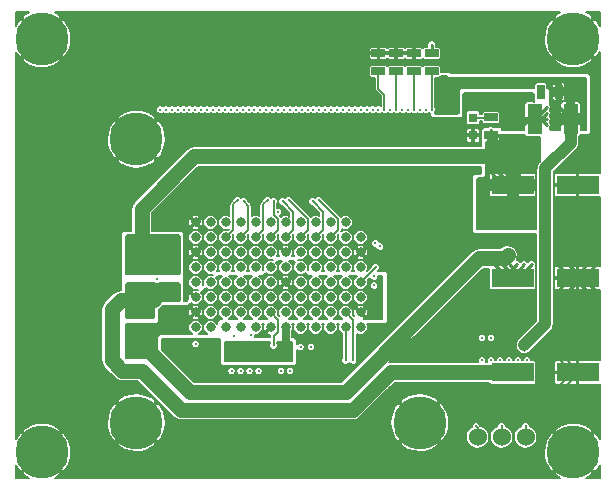
<source format=gtl>
%FSLAX46Y46*%
G04 Gerber Fmt 4.6, Leading zero omitted, Abs format (unit mm)*
G04 Created by KiCad (PCBNEW (2014-07-08 BZR 4987)-product) date Sun 20 Jul 2014 10:52:27 PM CEST*
%MOMM*%
G01*
G04 APERTURE LIST*
%ADD10C,0.100000*%
%ADD11C,0.800000*%
%ADD12R,1.270000X2.540000*%
%ADD13R,1.143000X0.635000*%
%ADD14R,3.599180X1.600200*%
%ADD15R,0.635000X1.143000*%
%ADD16C,1.524000*%
%ADD17R,0.797560X0.797560*%
%ADD18C,4.500000*%
%ADD19C,0.300000*%
%ADD20C,0.254000*%
%ADD21C,0.150000*%
%ADD22C,1.000000*%
%ADD23C,1.270000*%
%ADD24C,0.635000*%
G04 APERTURE END LIST*
D10*
D11*
X137795000Y-112395000D03*
X136525000Y-112395000D03*
X135255000Y-112395000D03*
X133985000Y-112395000D03*
X132715000Y-112395000D03*
X131445000Y-112395000D03*
X130175000Y-112395000D03*
X128905000Y-112395000D03*
X127635000Y-112395000D03*
X126365000Y-112395000D03*
X125095000Y-112395000D03*
X123825000Y-112395000D03*
X123825000Y-111125000D03*
X136525000Y-111125000D03*
X135255000Y-111125000D03*
X133985000Y-111125000D03*
X132715000Y-111125000D03*
X131445000Y-111125000D03*
X130175000Y-111125000D03*
X127635000Y-111125000D03*
X128905000Y-111125000D03*
X126365000Y-111125000D03*
X125095000Y-111125000D03*
X137795000Y-113665000D03*
X136525000Y-113665000D03*
X135255000Y-113665000D03*
X133985000Y-113665000D03*
X132715000Y-113665000D03*
X130175000Y-113665000D03*
X131445000Y-113665000D03*
X128905000Y-113665000D03*
X127635000Y-113665000D03*
X126365000Y-113665000D03*
X125095000Y-113665000D03*
X123825000Y-113665000D03*
X137795000Y-114935000D03*
X136525000Y-114935000D03*
X135255000Y-114935000D03*
X133985000Y-114935000D03*
X132715000Y-114935000D03*
X131445000Y-114935000D03*
X130175000Y-114935000D03*
X128905000Y-114935000D03*
X127635000Y-114935000D03*
X126365000Y-114935000D03*
X125095000Y-114935000D03*
X123825000Y-114935000D03*
X137795000Y-116205000D03*
X136525000Y-116205000D03*
X135255000Y-116205000D03*
X133985000Y-116205000D03*
X131445000Y-116205000D03*
X132715000Y-116205000D03*
X130175000Y-116205000D03*
X128905000Y-116205000D03*
X127635000Y-116205000D03*
X126365000Y-116205000D03*
X125095000Y-116205000D03*
X123825000Y-116205000D03*
X137795000Y-117475000D03*
X136525000Y-117475000D03*
X132715000Y-117475000D03*
X135255000Y-117475000D03*
X133985000Y-117475000D03*
X131445000Y-117475000D03*
X130175000Y-117475000D03*
X128905000Y-117475000D03*
X127635000Y-117475000D03*
X126365000Y-117475000D03*
X125095000Y-117475000D03*
X123825000Y-117475000D03*
X137795000Y-118745000D03*
X136525000Y-118745000D03*
X135255000Y-118745000D03*
X133985000Y-118745000D03*
X132715000Y-118745000D03*
X131445000Y-118745000D03*
X130175000Y-118745000D03*
X128905000Y-118745000D03*
X127635000Y-118745000D03*
X125095000Y-118745000D03*
X126365000Y-118745000D03*
X123825000Y-118745000D03*
X137795000Y-120015000D03*
X136525000Y-120015000D03*
X135255000Y-120015000D03*
X133985000Y-120015000D03*
X132715000Y-120015000D03*
X131445000Y-120015000D03*
X130175000Y-120015000D03*
X128905000Y-120015000D03*
X127635000Y-120015000D03*
X126365000Y-120015000D03*
X125095000Y-120015000D03*
X123825000Y-120015000D03*
D12*
X155575000Y-102362000D03*
X152527000Y-102362000D03*
D13*
X139310000Y-98332000D03*
X139310000Y-96808000D03*
X142310000Y-98332000D03*
X142310000Y-96808000D03*
X143810000Y-96808000D03*
X143810000Y-98332000D03*
X140810000Y-98332000D03*
X140810000Y-96808000D03*
D14*
X150665180Y-107950000D03*
X156166820Y-107950000D03*
X150665180Y-115824000D03*
X156166820Y-115824000D03*
D15*
X154589000Y-100046000D03*
X153065000Y-100046000D03*
D14*
X150665180Y-123825000D03*
X156166820Y-123825000D03*
D16*
X149733000Y-129286000D03*
X151765000Y-129286000D03*
X147701000Y-129286000D03*
D17*
X147320000Y-102247700D03*
X147320000Y-103746300D03*
D13*
X148844000Y-102235000D03*
X148844000Y-103759000D03*
D18*
X110810000Y-130570000D03*
X110810000Y-95570000D03*
X155810000Y-95570000D03*
X155810000Y-130570000D03*
X142810000Y-128078000D03*
X118810000Y-104078000D03*
X118810000Y-128078000D03*
D19*
X118110000Y-97028000D03*
X120650000Y-97028000D03*
X123190000Y-97028000D03*
X125730000Y-97028000D03*
X128270000Y-97028000D03*
X130810000Y-97028000D03*
X133350000Y-97028000D03*
X135890000Y-97028000D03*
X147320000Y-97028000D03*
X149860000Y-97028000D03*
X110490000Y-99568000D03*
X110490000Y-102108000D03*
X110490000Y-104648000D03*
X110490000Y-107188000D03*
X110490000Y-109728000D03*
X110490000Y-112268000D03*
X110490000Y-114808000D03*
X110490000Y-117348000D03*
X110490000Y-119888000D03*
X110490000Y-122428000D03*
X110490000Y-124968000D03*
X113030000Y-124968000D03*
X115570000Y-124968000D03*
X115570000Y-127508000D03*
X115570000Y-130048000D03*
X123190000Y-130048000D03*
X125730000Y-130048000D03*
X128270000Y-130048000D03*
X130810000Y-130048000D03*
X133350000Y-130048000D03*
X135890000Y-130048000D03*
X138430000Y-130048000D03*
X140970000Y-130048000D03*
X120650000Y-130048000D03*
X146050000Y-130048000D03*
X146050000Y-127508000D03*
X146050000Y-124968000D03*
X124587000Y-107315000D03*
X123317000Y-108585000D03*
X122047000Y-109855000D03*
X120777000Y-111125000D03*
X122047000Y-104775000D03*
X120777000Y-106045000D03*
X119507000Y-107315000D03*
X118237000Y-108585000D03*
X116967000Y-109855000D03*
X115697000Y-111125000D03*
X142367000Y-109855000D03*
X144907000Y-103505000D03*
X144907000Y-107315000D03*
X144907000Y-109855000D03*
X144907000Y-112395000D03*
X144907000Y-114935000D03*
X142367000Y-107315000D03*
X153543000Y-102362000D03*
X153543000Y-101854000D03*
X153543000Y-101346000D03*
X153543000Y-102870000D03*
X151511000Y-102870000D03*
X139310000Y-96070000D03*
X142310000Y-96070000D03*
X140810000Y-96070000D03*
X155194000Y-122682000D03*
X154559000Y-122682000D03*
X154559000Y-124968000D03*
X155194000Y-124968000D03*
X155321000Y-114681000D03*
X154432000Y-114681000D03*
X154432000Y-116967000D03*
X155321000Y-116967000D03*
X156972000Y-116967000D03*
X156972000Y-114681000D03*
X157734000Y-114681000D03*
X157734000Y-116967000D03*
X147320000Y-104394000D03*
X138430000Y-97028000D03*
X144780000Y-97028000D03*
X144780000Y-122428000D03*
X144780000Y-119888000D03*
X134620000Y-123698000D03*
X133350000Y-123698000D03*
X125730000Y-123698000D03*
X124460000Y-123698000D03*
X123190000Y-123698000D03*
X123190000Y-122428000D03*
X121920000Y-122428000D03*
X121920000Y-121158000D03*
X134366000Y-121539000D03*
X130048000Y-123698000D03*
X120523000Y-115951000D03*
X138357000Y-111575000D03*
X144310000Y-99070000D03*
X144310000Y-101570000D03*
X144810000Y-101570000D03*
X144810000Y-99070000D03*
X154559000Y-102362000D03*
X154559000Y-101854000D03*
X154559000Y-101346000D03*
X154559000Y-102870000D03*
X151638000Y-121539000D03*
X151638000Y-121158000D03*
X151638000Y-121920000D03*
X154051000Y-100330000D03*
X154051000Y-99822000D03*
X155194000Y-99822000D03*
X155194000Y-100330000D03*
X148844000Y-120904000D03*
X148082000Y-120904000D03*
X151892000Y-122809000D03*
X151130000Y-122809000D03*
X150368000Y-122809000D03*
X149606000Y-122809000D03*
X148844000Y-122809000D03*
X148082000Y-122809000D03*
X118237000Y-118745000D03*
X121666000Y-117729000D03*
X122301000Y-117729000D03*
X121666000Y-116967000D03*
X122301000Y-116967000D03*
X120269000Y-116713000D03*
X120269000Y-117729000D03*
X120269000Y-118745000D03*
X118237000Y-117729000D03*
X118237000Y-116713000D03*
X121666000Y-119253000D03*
X121666000Y-118491000D03*
X122301000Y-118491000D03*
X122301000Y-119253000D03*
X120269000Y-120269000D03*
X120269000Y-121285000D03*
X120269000Y-122301000D03*
X118237000Y-122301000D03*
X118237000Y-121285000D03*
X118237000Y-120269000D03*
X149098000Y-114681000D03*
X149733000Y-114681000D03*
X150368000Y-114681000D03*
X151003000Y-114681000D03*
X151638000Y-114681000D03*
X152273000Y-114681000D03*
X148810000Y-103328000D03*
X143810000Y-96078000D03*
X121666000Y-113411000D03*
X122301000Y-113411000D03*
X121666000Y-114173000D03*
X122301000Y-114173000D03*
X120269000Y-113157000D03*
X120269000Y-114173000D03*
X120269000Y-115189000D03*
X118237000Y-113157000D03*
X118237000Y-114173000D03*
X118237000Y-115189000D03*
X131064000Y-121412000D03*
X131826000Y-121412000D03*
X127254000Y-122555000D03*
X138938000Y-116459000D03*
X138938000Y-115697000D03*
X149987000Y-106807000D03*
X149352000Y-106807000D03*
X148717000Y-106807000D03*
X150114000Y-109093000D03*
X150114000Y-109728000D03*
X148209000Y-107950000D03*
X148209000Y-107442000D03*
X148209000Y-108458000D03*
X136810000Y-101570000D03*
X137310000Y-101570000D03*
X135810000Y-101570000D03*
X136310000Y-101570000D03*
X134810000Y-101570000D03*
X135310000Y-101570000D03*
X133810000Y-101570000D03*
X134239000Y-109220000D03*
X133731000Y-109347000D03*
X134310000Y-101570000D03*
X131810000Y-101570000D03*
X132310000Y-101570000D03*
X133310000Y-101570000D03*
X132810000Y-101570000D03*
X131699000Y-109220000D03*
X129810000Y-101570000D03*
X130310000Y-101570000D03*
X131191000Y-109347000D03*
X130810000Y-101570000D03*
X131310000Y-101570000D03*
X128810000Y-101570000D03*
X130810000Y-110236000D03*
X129310000Y-101570000D03*
X127810000Y-101570000D03*
X130429000Y-109347000D03*
X128310000Y-101570000D03*
X129921000Y-109220000D03*
X126810000Y-101570000D03*
X127310000Y-101570000D03*
X125810000Y-101570000D03*
X126310000Y-101570000D03*
X127889000Y-109347000D03*
X123810000Y-101570000D03*
X127381000Y-109220000D03*
X124310000Y-101570000D03*
X125310000Y-101570000D03*
X124810000Y-101570000D03*
X121810000Y-101570000D03*
X122310000Y-101570000D03*
X122810000Y-101570000D03*
X123310000Y-101570000D03*
X137810000Y-101570000D03*
X138310000Y-101570000D03*
X120810000Y-101570000D03*
X121310000Y-101570000D03*
X139810000Y-101570000D03*
X142310000Y-101570000D03*
X140810000Y-101570000D03*
X143810000Y-101570000D03*
X141810000Y-101570000D03*
X143310000Y-101570000D03*
X142810000Y-101570000D03*
X138810000Y-101570000D03*
X139060000Y-112903000D03*
X139310000Y-101570000D03*
X139446000Y-113157000D03*
X139065000Y-114935000D03*
X140310000Y-101570000D03*
X141310000Y-101570000D03*
X127101600Y-120700800D03*
X126873000Y-123698000D03*
X133604000Y-121666000D03*
X132715000Y-121666000D03*
X127635000Y-123698000D03*
X129159000Y-123698000D03*
X131826000Y-123698000D03*
X123825000Y-121412000D03*
X131064000Y-123698000D03*
X128524000Y-120650000D03*
X128397000Y-123698000D03*
X136525000Y-122809000D03*
X149733000Y-128397000D03*
X137160000Y-122809000D03*
X151765000Y-128397000D03*
X130429000Y-121539000D03*
X147574000Y-128397000D03*
D20*
X152527000Y-102362000D02*
X153543000Y-102362000D01*
X153035000Y-102362000D02*
X153543000Y-101854000D01*
X152527000Y-102362000D02*
X153035000Y-102362000D01*
X152527000Y-102362000D02*
X153543000Y-101346000D01*
X152527000Y-102362000D02*
X153162000Y-102362000D01*
X153035000Y-102362000D02*
X153543000Y-102870000D01*
X152527000Y-102362000D02*
X153035000Y-102362000D01*
X152019000Y-102362000D02*
X151511000Y-102870000D01*
X152527000Y-102362000D02*
X152019000Y-102362000D01*
X139310000Y-96808000D02*
X139310000Y-96070000D01*
X142310000Y-96808000D02*
X142310000Y-96070000D01*
X140810000Y-96808000D02*
X140810000Y-96070000D01*
D21*
X156166820Y-123654820D02*
X155194000Y-122682000D01*
X156166820Y-123825000D02*
X156166820Y-123654820D01*
X156166820Y-123825000D02*
X155829000Y-123825000D01*
X155702000Y-123825000D02*
X154559000Y-122682000D01*
X156166820Y-123825000D02*
X155702000Y-123825000D01*
X155702000Y-123825000D02*
X154559000Y-124968000D01*
X156166820Y-123825000D02*
X155702000Y-123825000D01*
X156166820Y-123995180D02*
X155194000Y-124968000D01*
X156166820Y-123825000D02*
X156166820Y-123995180D01*
D20*
X156166820Y-115526820D02*
X155321000Y-114681000D01*
D21*
X156166820Y-115824000D02*
X156166820Y-115526820D01*
D20*
X155575000Y-115824000D02*
X154432000Y-114681000D01*
D21*
X156166820Y-115824000D02*
X155575000Y-115824000D01*
D20*
X155575000Y-115824000D02*
X154432000Y-116967000D01*
D21*
X156166820Y-115824000D02*
X155575000Y-115824000D01*
D20*
X156166820Y-116121180D02*
X155321000Y-116967000D01*
D21*
X156166820Y-115824000D02*
X156166820Y-116121180D01*
D20*
X156166820Y-115824000D02*
X156166820Y-115232180D01*
X156166820Y-116161820D02*
X156972000Y-116967000D01*
X156166820Y-115824000D02*
X156166820Y-116161820D01*
X156166820Y-115486180D02*
X156972000Y-114681000D01*
X156166820Y-115824000D02*
X156166820Y-115486180D01*
X156591000Y-115824000D02*
X157734000Y-114681000D01*
X156166820Y-115824000D02*
X156591000Y-115824000D01*
X156591000Y-115824000D02*
X157734000Y-116967000D01*
X156166820Y-115824000D02*
X156591000Y-115824000D01*
X147320000Y-103746300D02*
X147320000Y-104394000D01*
X138607000Y-111825000D02*
X138357000Y-111575000D01*
X138607000Y-112825000D02*
X138607000Y-111825000D01*
X137795000Y-113637000D02*
X138607000Y-112825000D01*
X137795000Y-113665000D02*
X137795000Y-113637000D01*
X155575000Y-100711000D02*
X155575000Y-102362000D01*
X153934000Y-99070000D02*
X155575000Y-100711000D01*
X144810000Y-99070000D02*
X153934000Y-99070000D01*
X144310000Y-99070000D02*
X144810000Y-99070000D01*
X155575000Y-102362000D02*
X154559000Y-102362000D01*
X155575000Y-102362000D02*
X154940000Y-102362000D01*
X155067000Y-102362000D02*
X154559000Y-101854000D01*
X155575000Y-102362000D02*
X155067000Y-102362000D01*
X155575000Y-102362000D02*
X154559000Y-101346000D01*
X155067000Y-102362000D02*
X154559000Y-102870000D01*
X155575000Y-102362000D02*
X155067000Y-102362000D01*
D22*
X151638000Y-121539000D02*
X151638000Y-121539000D01*
X151638000Y-121539000D02*
X151638000Y-121539000D01*
X153416000Y-119761000D02*
X151638000Y-121539000D01*
X153416000Y-106553000D02*
X153416000Y-119761000D01*
X155575000Y-104394000D02*
X153416000Y-106553000D01*
X155575000Y-102362000D02*
X155575000Y-104394000D01*
D20*
X151638000Y-121539000D02*
X151638000Y-121158000D01*
X151638000Y-121539000D02*
X151638000Y-121920000D01*
X154589000Y-100046000D02*
X154716000Y-100046000D01*
X154335000Y-100046000D02*
X154051000Y-100330000D01*
X154589000Y-100046000D02*
X154335000Y-100046000D01*
X154275000Y-100046000D02*
X154051000Y-99822000D01*
X154589000Y-100046000D02*
X154275000Y-100046000D01*
X154970000Y-100046000D02*
X155194000Y-99822000D01*
X154589000Y-100046000D02*
X154970000Y-100046000D01*
X154910000Y-100046000D02*
X155194000Y-100330000D01*
X154589000Y-100046000D02*
X154910000Y-100046000D01*
D23*
X142748000Y-123825000D02*
X140335000Y-123825000D01*
X140335000Y-123825000D02*
X137160000Y-127000000D01*
X137160000Y-127000000D02*
X122555000Y-127000000D01*
X122555000Y-127000000D02*
X119253000Y-123698000D01*
X119253000Y-123698000D02*
X117602000Y-123698000D01*
X117602000Y-123698000D02*
X116713000Y-122809000D01*
X116713000Y-122809000D02*
X116713000Y-118491000D01*
X116713000Y-118491000D02*
X117475000Y-117729000D01*
X117475000Y-117729000D02*
X120269000Y-117729000D01*
X150665180Y-123825000D02*
X142748000Y-123825000D01*
X142748000Y-123825000D02*
X141097000Y-123825000D01*
X119253000Y-121285000D02*
X119253000Y-121412000D01*
X119253000Y-121412000D02*
X123317000Y-125476000D01*
X123317000Y-125476000D02*
X136525000Y-125476000D01*
X136525000Y-125476000D02*
X144780000Y-117221000D01*
X144780000Y-117221000D02*
X147828000Y-114173000D01*
X147828000Y-114173000D02*
X149987000Y-114173000D01*
X149987000Y-114173000D02*
X150241000Y-113919000D01*
D20*
X150665180Y-115824000D02*
X150368000Y-115824000D01*
X150665180Y-115824000D02*
X151003000Y-115824000D01*
X150241000Y-115824000D02*
X149098000Y-114681000D01*
X150665180Y-115824000D02*
X150241000Y-115824000D01*
X150665180Y-115613180D02*
X149733000Y-114681000D01*
X150665180Y-115824000D02*
X150665180Y-115613180D01*
X150665180Y-114978180D02*
X150368000Y-114681000D01*
X150665180Y-115824000D02*
X150665180Y-114978180D01*
X150665180Y-115018820D02*
X151003000Y-114681000D01*
X150665180Y-115824000D02*
X150665180Y-115018820D01*
X150665180Y-115653820D02*
X151638000Y-114681000D01*
X150665180Y-115824000D02*
X150665180Y-115653820D01*
X151130000Y-115824000D02*
X152273000Y-114681000D01*
X150665180Y-115824000D02*
X151130000Y-115824000D01*
D21*
X123825000Y-118745000D02*
X124460000Y-118110000D01*
D20*
X148844000Y-103759000D02*
X148844000Y-103362000D01*
X148844000Y-103362000D02*
X148810000Y-103328000D01*
X143810000Y-96808000D02*
X143810000Y-96078000D01*
D23*
X120269000Y-114173000D02*
X119253000Y-114173000D01*
X119253000Y-114173000D02*
X119253000Y-109982000D01*
X119253000Y-109982000D02*
X123698000Y-105537000D01*
X123698000Y-105537000D02*
X149352000Y-105537000D01*
X149352000Y-105537000D02*
X150665180Y-106850180D01*
X150665180Y-106850180D02*
X150665180Y-107950000D01*
D20*
X131445000Y-121412000D02*
X131064000Y-121412000D01*
D24*
X131445000Y-120015000D02*
X131445000Y-121412000D01*
D20*
X131445000Y-121412000D02*
X131826000Y-121412000D01*
X130556000Y-122555000D02*
X127254000Y-122555000D01*
X131064000Y-122047000D02*
X130556000Y-122555000D01*
X131064000Y-121412000D02*
X131064000Y-122047000D01*
X150665180Y-105580180D02*
X148844000Y-103759000D01*
X150665180Y-107950000D02*
X150665180Y-105580180D01*
X150665180Y-107485180D02*
X149987000Y-106807000D01*
X150665180Y-107950000D02*
X150665180Y-107485180D01*
X150495000Y-107950000D02*
X149352000Y-106807000D01*
X150665180Y-107950000D02*
X150495000Y-107950000D01*
X149860000Y-107950000D02*
X148717000Y-106807000D01*
X150665180Y-107950000D02*
X149860000Y-107950000D01*
X150665180Y-108541820D02*
X150114000Y-109093000D01*
X150665180Y-107950000D02*
X150665180Y-108541820D01*
X150114000Y-109093000D02*
X150114000Y-109728000D01*
X150665180Y-107950000D02*
X148209000Y-107950000D01*
X148717000Y-107950000D02*
X148209000Y-107442000D01*
X150665180Y-107950000D02*
X148717000Y-107950000D01*
X148717000Y-107950000D02*
X148209000Y-108458000D01*
X150665180Y-107950000D02*
X148717000Y-107950000D01*
D21*
X135255000Y-112395000D02*
X135890000Y-111760000D01*
X135890000Y-110871000D02*
X134239000Y-109220000D01*
X135890000Y-111760000D02*
X135890000Y-110871000D01*
X134620000Y-111760000D02*
X134620000Y-110236000D01*
X134620000Y-110236000D02*
X133731000Y-109347000D01*
X133985000Y-112395000D02*
X134620000Y-111760000D01*
X133350000Y-111760000D02*
X133350000Y-110871000D01*
X133350000Y-110871000D02*
X131699000Y-109220000D01*
X132715000Y-112395000D02*
X133350000Y-111760000D01*
X131445000Y-112395000D02*
X132080000Y-111760000D01*
X132080000Y-111760000D02*
X132080000Y-110236000D01*
X132080000Y-110236000D02*
X131191000Y-109347000D01*
X130810000Y-111760000D02*
X130810000Y-110871000D01*
X130810000Y-111760000D02*
X130175000Y-112395000D01*
X130429000Y-110490000D02*
X130429000Y-109347000D01*
X130810000Y-110871000D02*
X130429000Y-110490000D01*
X129540000Y-111760000D02*
X129540000Y-109601000D01*
X128905000Y-112395000D02*
X129540000Y-111760000D01*
X129540000Y-109601000D02*
X129921000Y-109220000D01*
X127635000Y-112395000D02*
X128270000Y-111760000D01*
X128270000Y-109728000D02*
X127889000Y-109347000D01*
X128270000Y-111760000D02*
X128270000Y-109728000D01*
X127000000Y-111760000D02*
X127000000Y-109601000D01*
X127000000Y-109601000D02*
X127381000Y-109220000D01*
X126365000Y-112395000D02*
X127000000Y-111760000D01*
X139810000Y-100320000D02*
X139810000Y-101570000D01*
X139310000Y-98332000D02*
X139310000Y-99820000D01*
X139310000Y-99820000D02*
X139810000Y-100320000D01*
X142310000Y-98332000D02*
X142310000Y-101570000D01*
X140810000Y-98332000D02*
X140810000Y-101570000D01*
X143810000Y-98332000D02*
X143810000Y-101570000D01*
X137795000Y-116205000D02*
X139065000Y-114935000D01*
X136525000Y-120015000D02*
X136525000Y-122809000D01*
X149733000Y-128397000D02*
X149733000Y-129286000D01*
X136525000Y-118745000D02*
X137160000Y-119380000D01*
X137160000Y-119380000D02*
X137160000Y-122809000D01*
X151765000Y-128397000D02*
X151765000Y-129286000D01*
X130810000Y-120396000D02*
X130429000Y-120777000D01*
X130810000Y-119380000D02*
X130810000Y-120396000D01*
X130175000Y-118745000D02*
X130810000Y-119380000D01*
X130429000Y-120777000D02*
X130429000Y-121539000D01*
X147701000Y-128524000D02*
X147701000Y-129286000D01*
X147574000Y-128397000D02*
X147701000Y-128524000D01*
X148831300Y-102247700D02*
X148844000Y-102235000D01*
X147320000Y-102247700D02*
X148831300Y-102247700D01*
G36*
X139625000Y-119176315D02*
X139622242Y-119204316D01*
X139615150Y-119227697D01*
X139603632Y-119249244D01*
X139588131Y-119268131D01*
X139569244Y-119283632D01*
X139547697Y-119295150D01*
X139524316Y-119302242D01*
X139496315Y-119305000D01*
X139313016Y-119305000D01*
X139313016Y-116422229D01*
X139298731Y-116350089D01*
X139270707Y-116282097D01*
X139230010Y-116220843D01*
X139178190Y-116168660D01*
X139117222Y-116127536D01*
X139049427Y-116099038D01*
X138977388Y-116084250D01*
X138903848Y-116083737D01*
X138831610Y-116097517D01*
X138763424Y-116125066D01*
X138701887Y-116165335D01*
X138649344Y-116216789D01*
X138607795Y-116277468D01*
X138578824Y-116345063D01*
X138563534Y-116416997D01*
X138562508Y-116490531D01*
X138575783Y-116562864D01*
X138602855Y-116631241D01*
X138642693Y-116693057D01*
X138693779Y-116745958D01*
X138754168Y-116787929D01*
X138821558Y-116817371D01*
X138893384Y-116833163D01*
X138966909Y-116834703D01*
X139039333Y-116821933D01*
X139107897Y-116795339D01*
X139169990Y-116755933D01*
X139223246Y-116705218D01*
X139265638Y-116645124D01*
X139295550Y-116577941D01*
X139311843Y-116506227D01*
X139313016Y-116422229D01*
X139313016Y-119305000D01*
X138420995Y-119305000D01*
X138420995Y-118694538D01*
X138420027Y-118689176D01*
X138420027Y-117413716D01*
X138396220Y-117293481D01*
X138349512Y-117180161D01*
X138281684Y-117078070D01*
X138195318Y-116991099D01*
X138093703Y-116922560D01*
X137980712Y-116875062D01*
X137860646Y-116850416D01*
X137738081Y-116849561D01*
X137617683Y-116872528D01*
X137504039Y-116918443D01*
X137401478Y-116985557D01*
X137313906Y-117071314D01*
X137244658Y-117172447D01*
X137196373Y-117285104D01*
X137170890Y-117404995D01*
X137169179Y-117527552D01*
X137191305Y-117648107D01*
X137236425Y-117762068D01*
X137302822Y-117865096D01*
X137387965Y-117953264D01*
X137488612Y-118023216D01*
X137600930Y-118072286D01*
X137720639Y-118098606D01*
X137843181Y-118101173D01*
X137963888Y-118079889D01*
X138078162Y-118035565D01*
X138181650Y-117969890D01*
X138270411Y-117885364D01*
X138341064Y-117785207D01*
X138390917Y-117673235D01*
X138418072Y-117553712D01*
X138420027Y-117413716D01*
X138420027Y-118689176D01*
X138399122Y-118573382D01*
X138354033Y-118458821D01*
X138343530Y-118439174D01*
X138248845Y-118397221D01*
X138142779Y-118503287D01*
X138142779Y-118291155D01*
X138100826Y-118196470D01*
X137987936Y-118147346D01*
X137867633Y-118121189D01*
X137744538Y-118119005D01*
X137623382Y-118140878D01*
X137508821Y-118185967D01*
X137489174Y-118196470D01*
X137447221Y-118291155D01*
X137795000Y-118638934D01*
X138142779Y-118291155D01*
X138142779Y-118503287D01*
X137901066Y-118745000D01*
X138248845Y-119092779D01*
X138343530Y-119050826D01*
X138392654Y-118937936D01*
X138418811Y-118817633D01*
X138420995Y-118694538D01*
X138420995Y-119305000D01*
X138078722Y-119305000D01*
X138081179Y-119304033D01*
X138100826Y-119293530D01*
X138142779Y-119198845D01*
X137795000Y-118851066D01*
X137780857Y-118865208D01*
X137674791Y-118759142D01*
X137688934Y-118745000D01*
X137341155Y-118397221D01*
X137246470Y-118439174D01*
X137197346Y-118552064D01*
X137171189Y-118672367D01*
X137169005Y-118795462D01*
X137190878Y-118916618D01*
X137235967Y-119031179D01*
X137236568Y-119032304D01*
X137125838Y-118921574D01*
X137148072Y-118823712D01*
X137150027Y-118683716D01*
X137150027Y-117413716D01*
X137126220Y-117293481D01*
X137079512Y-117180161D01*
X137011684Y-117078070D01*
X136925318Y-116991099D01*
X136823703Y-116922560D01*
X136710712Y-116875062D01*
X136590646Y-116850416D01*
X136468081Y-116849561D01*
X136347683Y-116872528D01*
X136234039Y-116918443D01*
X136131478Y-116985557D01*
X136043906Y-117071314D01*
X135974658Y-117172447D01*
X135926373Y-117285104D01*
X135900890Y-117404995D01*
X135899179Y-117527552D01*
X135921305Y-117648107D01*
X135966425Y-117762068D01*
X136032822Y-117865096D01*
X136117965Y-117953264D01*
X136218612Y-118023216D01*
X136330930Y-118072286D01*
X136450639Y-118098606D01*
X136573181Y-118101173D01*
X136693888Y-118079889D01*
X136808162Y-118035565D01*
X136911650Y-117969890D01*
X137000411Y-117885364D01*
X137071064Y-117785207D01*
X137120917Y-117673235D01*
X137148072Y-117553712D01*
X137150027Y-117413716D01*
X137150027Y-118683716D01*
X137126220Y-118563481D01*
X137079512Y-118450161D01*
X137011684Y-118348070D01*
X136925318Y-118261099D01*
X136823703Y-118192560D01*
X136710712Y-118145062D01*
X136590646Y-118120416D01*
X136468081Y-118119561D01*
X136347683Y-118142528D01*
X136234039Y-118188443D01*
X136131478Y-118255557D01*
X136043906Y-118341314D01*
X135974658Y-118442447D01*
X135926373Y-118555104D01*
X135900890Y-118674995D01*
X135899179Y-118797552D01*
X135921305Y-118918107D01*
X135966425Y-119032068D01*
X136032822Y-119135096D01*
X136117965Y-119223264D01*
X136218612Y-119293216D01*
X136245584Y-119305000D01*
X135539052Y-119305000D01*
X135641650Y-119239890D01*
X135730411Y-119155364D01*
X135801064Y-119055207D01*
X135850917Y-118943235D01*
X135878072Y-118823712D01*
X135880027Y-118683716D01*
X135880027Y-117413716D01*
X135856220Y-117293481D01*
X135809512Y-117180161D01*
X135741684Y-117078070D01*
X135655318Y-116991099D01*
X135553703Y-116922560D01*
X135440712Y-116875062D01*
X135320646Y-116850416D01*
X135198081Y-116849561D01*
X135077683Y-116872528D01*
X134964039Y-116918443D01*
X134861478Y-116985557D01*
X134773906Y-117071314D01*
X134704658Y-117172447D01*
X134656373Y-117285104D01*
X134630890Y-117404995D01*
X134629179Y-117527552D01*
X134651305Y-117648107D01*
X134696425Y-117762068D01*
X134762822Y-117865096D01*
X134847965Y-117953264D01*
X134948612Y-118023216D01*
X135060930Y-118072286D01*
X135180639Y-118098606D01*
X135303181Y-118101173D01*
X135423888Y-118079889D01*
X135538162Y-118035565D01*
X135641650Y-117969890D01*
X135730411Y-117885364D01*
X135801064Y-117785207D01*
X135850917Y-117673235D01*
X135878072Y-117553712D01*
X135880027Y-117413716D01*
X135880027Y-118683716D01*
X135856220Y-118563481D01*
X135809512Y-118450161D01*
X135741684Y-118348070D01*
X135655318Y-118261099D01*
X135553703Y-118192560D01*
X135440712Y-118145062D01*
X135320646Y-118120416D01*
X135198081Y-118119561D01*
X135077683Y-118142528D01*
X134964039Y-118188443D01*
X134861478Y-118255557D01*
X134773906Y-118341314D01*
X134704658Y-118442447D01*
X134656373Y-118555104D01*
X134630890Y-118674995D01*
X134629179Y-118797552D01*
X134651305Y-118918107D01*
X134696425Y-119032068D01*
X134762822Y-119135096D01*
X134847965Y-119223264D01*
X134948612Y-119293216D01*
X134975584Y-119305000D01*
X134269052Y-119305000D01*
X134371650Y-119239890D01*
X134460411Y-119155364D01*
X134531064Y-119055207D01*
X134580917Y-118943235D01*
X134608072Y-118823712D01*
X134610027Y-118683716D01*
X134610027Y-117413716D01*
X134586220Y-117293481D01*
X134539512Y-117180161D01*
X134471684Y-117078070D01*
X134385318Y-116991099D01*
X134283703Y-116922560D01*
X134170712Y-116875062D01*
X134050646Y-116850416D01*
X133928081Y-116849561D01*
X133807683Y-116872528D01*
X133694039Y-116918443D01*
X133591478Y-116985557D01*
X133503906Y-117071314D01*
X133434658Y-117172447D01*
X133386373Y-117285104D01*
X133360890Y-117404995D01*
X133359179Y-117527552D01*
X133381305Y-117648107D01*
X133426425Y-117762068D01*
X133492822Y-117865096D01*
X133577965Y-117953264D01*
X133678612Y-118023216D01*
X133790930Y-118072286D01*
X133910639Y-118098606D01*
X134033181Y-118101173D01*
X134153888Y-118079889D01*
X134268162Y-118035565D01*
X134371650Y-117969890D01*
X134460411Y-117885364D01*
X134531064Y-117785207D01*
X134580917Y-117673235D01*
X134608072Y-117553712D01*
X134610027Y-117413716D01*
X134610027Y-118683716D01*
X134586220Y-118563481D01*
X134539512Y-118450161D01*
X134471684Y-118348070D01*
X134385318Y-118261099D01*
X134283703Y-118192560D01*
X134170712Y-118145062D01*
X134050646Y-118120416D01*
X133928081Y-118119561D01*
X133807683Y-118142528D01*
X133694039Y-118188443D01*
X133591478Y-118255557D01*
X133503906Y-118341314D01*
X133434658Y-118442447D01*
X133386373Y-118555104D01*
X133360890Y-118674995D01*
X133359179Y-118797552D01*
X133381305Y-118918107D01*
X133426425Y-119032068D01*
X133492822Y-119135096D01*
X133577965Y-119223264D01*
X133678612Y-119293216D01*
X133705584Y-119305000D01*
X132999052Y-119305000D01*
X133101650Y-119239890D01*
X133190411Y-119155364D01*
X133261064Y-119055207D01*
X133310917Y-118943235D01*
X133338072Y-118823712D01*
X133340027Y-118683716D01*
X133340027Y-117413716D01*
X133340027Y-116143716D01*
X133316220Y-116023481D01*
X133269512Y-115910161D01*
X133201684Y-115808070D01*
X133115318Y-115721099D01*
X133013703Y-115652560D01*
X132900712Y-115605062D01*
X132780646Y-115580416D01*
X132658081Y-115579561D01*
X132537683Y-115602528D01*
X132424039Y-115648443D01*
X132321478Y-115715557D01*
X132233906Y-115801314D01*
X132164658Y-115902447D01*
X132116373Y-116015104D01*
X132090890Y-116134995D01*
X132089179Y-116257552D01*
X132111305Y-116378107D01*
X132156425Y-116492068D01*
X132222822Y-116595096D01*
X132307965Y-116683264D01*
X132408612Y-116753216D01*
X132520930Y-116802286D01*
X132640639Y-116828606D01*
X132763181Y-116831173D01*
X132883888Y-116809889D01*
X132998162Y-116765565D01*
X133101650Y-116699890D01*
X133190411Y-116615364D01*
X133261064Y-116515207D01*
X133310917Y-116403235D01*
X133338072Y-116283712D01*
X133340027Y-116143716D01*
X133340027Y-117413716D01*
X133316220Y-117293481D01*
X133269512Y-117180161D01*
X133201684Y-117078070D01*
X133115318Y-116991099D01*
X133013703Y-116922560D01*
X132900712Y-116875062D01*
X132780646Y-116850416D01*
X132658081Y-116849561D01*
X132537683Y-116872528D01*
X132424039Y-116918443D01*
X132321478Y-116985557D01*
X132233906Y-117071314D01*
X132164658Y-117172447D01*
X132116373Y-117285104D01*
X132090890Y-117404995D01*
X132089179Y-117527552D01*
X132111305Y-117648107D01*
X132156425Y-117762068D01*
X132222822Y-117865096D01*
X132307965Y-117953264D01*
X132408612Y-118023216D01*
X132520930Y-118072286D01*
X132640639Y-118098606D01*
X132763181Y-118101173D01*
X132883888Y-118079889D01*
X132998162Y-118035565D01*
X133101650Y-117969890D01*
X133190411Y-117885364D01*
X133261064Y-117785207D01*
X133310917Y-117673235D01*
X133338072Y-117553712D01*
X133340027Y-117413716D01*
X133340027Y-118683716D01*
X133316220Y-118563481D01*
X133269512Y-118450161D01*
X133201684Y-118348070D01*
X133115318Y-118261099D01*
X133013703Y-118192560D01*
X132900712Y-118145062D01*
X132780646Y-118120416D01*
X132658081Y-118119561D01*
X132537683Y-118142528D01*
X132424039Y-118188443D01*
X132321478Y-118255557D01*
X132233906Y-118341314D01*
X132164658Y-118442447D01*
X132116373Y-118555104D01*
X132090890Y-118674995D01*
X132089179Y-118797552D01*
X132111305Y-118918107D01*
X132156425Y-119032068D01*
X132222822Y-119135096D01*
X132307965Y-119223264D01*
X132408612Y-119293216D01*
X132435584Y-119305000D01*
X132070995Y-119305000D01*
X132070995Y-116154538D01*
X132049122Y-116033382D01*
X132004033Y-115918821D01*
X131993530Y-115899174D01*
X131898845Y-115857221D01*
X131792779Y-115963287D01*
X131792779Y-115751155D01*
X131750826Y-115656470D01*
X131637936Y-115607346D01*
X131517633Y-115581189D01*
X131394538Y-115579005D01*
X131273382Y-115600878D01*
X131158821Y-115645967D01*
X131139174Y-115656470D01*
X131097221Y-115751155D01*
X131445000Y-116098934D01*
X131792779Y-115751155D01*
X131792779Y-115963287D01*
X131551066Y-116205000D01*
X131898845Y-116552779D01*
X131993530Y-116510826D01*
X132042654Y-116397936D01*
X132068811Y-116277633D01*
X132070995Y-116154538D01*
X132070995Y-119305000D01*
X131729052Y-119305000D01*
X131831650Y-119239890D01*
X131920411Y-119155364D01*
X131991064Y-119055207D01*
X132040917Y-118943235D01*
X132068072Y-118823712D01*
X132070027Y-118683716D01*
X132070027Y-117413716D01*
X132046220Y-117293481D01*
X131999512Y-117180161D01*
X131931684Y-117078070D01*
X131845318Y-116991099D01*
X131792779Y-116955661D01*
X131792779Y-116658845D01*
X131445000Y-116311066D01*
X131338934Y-116417132D01*
X131338934Y-116205000D01*
X130991155Y-115857221D01*
X130896470Y-115899174D01*
X130847346Y-116012064D01*
X130821189Y-116132367D01*
X130819005Y-116255462D01*
X130840878Y-116376618D01*
X130885967Y-116491179D01*
X130896470Y-116510826D01*
X130991155Y-116552779D01*
X131338934Y-116205000D01*
X131338934Y-116417132D01*
X131097221Y-116658845D01*
X131139174Y-116753530D01*
X131252064Y-116802654D01*
X131372367Y-116828811D01*
X131495462Y-116830995D01*
X131616618Y-116809122D01*
X131731179Y-116764033D01*
X131750826Y-116753530D01*
X131792779Y-116658845D01*
X131792779Y-116955661D01*
X131743703Y-116922560D01*
X131630712Y-116875062D01*
X131510646Y-116850416D01*
X131388081Y-116849561D01*
X131267683Y-116872528D01*
X131154039Y-116918443D01*
X131051478Y-116985557D01*
X130963906Y-117071314D01*
X130894658Y-117172447D01*
X130846373Y-117285104D01*
X130820890Y-117404995D01*
X130819179Y-117527552D01*
X130841305Y-117648107D01*
X130886425Y-117762068D01*
X130952822Y-117865096D01*
X131037965Y-117953264D01*
X131138612Y-118023216D01*
X131250930Y-118072286D01*
X131370639Y-118098606D01*
X131493181Y-118101173D01*
X131613888Y-118079889D01*
X131728162Y-118035565D01*
X131831650Y-117969890D01*
X131920411Y-117885364D01*
X131991064Y-117785207D01*
X132040917Y-117673235D01*
X132068072Y-117553712D01*
X132070027Y-117413716D01*
X132070027Y-118683716D01*
X132046220Y-118563481D01*
X131999512Y-118450161D01*
X131931684Y-118348070D01*
X131845318Y-118261099D01*
X131743703Y-118192560D01*
X131630712Y-118145062D01*
X131510646Y-118120416D01*
X131388081Y-118119561D01*
X131267683Y-118142528D01*
X131154039Y-118188443D01*
X131051478Y-118255557D01*
X130963906Y-118341314D01*
X130894658Y-118442447D01*
X130846373Y-118555104D01*
X130820890Y-118674995D01*
X130819179Y-118797552D01*
X130841305Y-118918107D01*
X130886425Y-119032068D01*
X130886593Y-119032329D01*
X130775838Y-118921574D01*
X130798072Y-118823712D01*
X130800027Y-118683716D01*
X130800027Y-117413716D01*
X130800027Y-116143716D01*
X130776220Y-116023481D01*
X130729512Y-115910161D01*
X130661684Y-115808070D01*
X130575318Y-115721099D01*
X130473703Y-115652560D01*
X130360712Y-115605062D01*
X130240646Y-115580416D01*
X130118081Y-115579561D01*
X129997683Y-115602528D01*
X129884039Y-115648443D01*
X129781478Y-115715557D01*
X129693906Y-115801314D01*
X129624658Y-115902447D01*
X129576373Y-116015104D01*
X129550890Y-116134995D01*
X129549179Y-116257552D01*
X129571305Y-116378107D01*
X129616425Y-116492068D01*
X129682822Y-116595096D01*
X129767965Y-116683264D01*
X129868612Y-116753216D01*
X129980930Y-116802286D01*
X130100639Y-116828606D01*
X130223181Y-116831173D01*
X130343888Y-116809889D01*
X130458162Y-116765565D01*
X130561650Y-116699890D01*
X130650411Y-116615364D01*
X130721064Y-116515207D01*
X130770917Y-116403235D01*
X130798072Y-116283712D01*
X130800027Y-116143716D01*
X130800027Y-117413716D01*
X130776220Y-117293481D01*
X130729512Y-117180161D01*
X130661684Y-117078070D01*
X130575318Y-116991099D01*
X130473703Y-116922560D01*
X130360712Y-116875062D01*
X130240646Y-116850416D01*
X130118081Y-116849561D01*
X129997683Y-116872528D01*
X129884039Y-116918443D01*
X129781478Y-116985557D01*
X129693906Y-117071314D01*
X129624658Y-117172447D01*
X129576373Y-117285104D01*
X129550890Y-117404995D01*
X129549179Y-117527552D01*
X129571305Y-117648107D01*
X129616425Y-117762068D01*
X129682822Y-117865096D01*
X129767965Y-117953264D01*
X129868612Y-118023216D01*
X129980930Y-118072286D01*
X130100639Y-118098606D01*
X130223181Y-118101173D01*
X130343888Y-118079889D01*
X130458162Y-118035565D01*
X130561650Y-117969890D01*
X130650411Y-117885364D01*
X130721064Y-117785207D01*
X130770917Y-117673235D01*
X130798072Y-117553712D01*
X130800027Y-117413716D01*
X130800027Y-118683716D01*
X130776220Y-118563481D01*
X130729512Y-118450161D01*
X130661684Y-118348070D01*
X130575318Y-118261099D01*
X130473703Y-118192560D01*
X130360712Y-118145062D01*
X130240646Y-118120416D01*
X130118081Y-118119561D01*
X129997683Y-118142528D01*
X129884039Y-118188443D01*
X129781478Y-118255557D01*
X129693906Y-118341314D01*
X129624658Y-118442447D01*
X129576373Y-118555104D01*
X129550890Y-118674995D01*
X129549179Y-118797552D01*
X129571305Y-118918107D01*
X129616425Y-119032068D01*
X129682822Y-119135096D01*
X129767965Y-119223264D01*
X129868612Y-119293216D01*
X129895584Y-119305000D01*
X129189052Y-119305000D01*
X129291650Y-119239890D01*
X129380411Y-119155364D01*
X129451064Y-119055207D01*
X129500917Y-118943235D01*
X129528072Y-118823712D01*
X129530027Y-118683716D01*
X129530027Y-117413716D01*
X129506220Y-117293481D01*
X129459512Y-117180161D01*
X129391684Y-117078070D01*
X129305318Y-116991099D01*
X129203703Y-116922560D01*
X129090712Y-116875062D01*
X128970646Y-116850416D01*
X128848081Y-116849561D01*
X128727683Y-116872528D01*
X128614039Y-116918443D01*
X128511478Y-116985557D01*
X128423906Y-117071314D01*
X128354658Y-117172447D01*
X128306373Y-117285104D01*
X128280890Y-117404995D01*
X128279179Y-117527552D01*
X128301305Y-117648107D01*
X128346425Y-117762068D01*
X128412822Y-117865096D01*
X128497965Y-117953264D01*
X128598612Y-118023216D01*
X128710930Y-118072286D01*
X128830639Y-118098606D01*
X128953181Y-118101173D01*
X129073888Y-118079889D01*
X129188162Y-118035565D01*
X129291650Y-117969890D01*
X129380411Y-117885364D01*
X129451064Y-117785207D01*
X129500917Y-117673235D01*
X129528072Y-117553712D01*
X129530027Y-117413716D01*
X129530027Y-118683716D01*
X129506220Y-118563481D01*
X129459512Y-118450161D01*
X129391684Y-118348070D01*
X129305318Y-118261099D01*
X129203703Y-118192560D01*
X129090712Y-118145062D01*
X128970646Y-118120416D01*
X128848081Y-118119561D01*
X128727683Y-118142528D01*
X128614039Y-118188443D01*
X128511478Y-118255557D01*
X128423906Y-118341314D01*
X128354658Y-118442447D01*
X128306373Y-118555104D01*
X128280890Y-118674995D01*
X128279179Y-118797552D01*
X128301305Y-118918107D01*
X128346425Y-119032068D01*
X128412822Y-119135096D01*
X128497965Y-119223264D01*
X128598612Y-119293216D01*
X128625584Y-119305000D01*
X127919052Y-119305000D01*
X128021650Y-119239890D01*
X128110411Y-119155364D01*
X128181064Y-119055207D01*
X128230917Y-118943235D01*
X128258072Y-118823712D01*
X128260027Y-118683716D01*
X128260027Y-117413716D01*
X128236220Y-117293481D01*
X128189512Y-117180161D01*
X128121684Y-117078070D01*
X128035318Y-116991099D01*
X127933703Y-116922560D01*
X127820712Y-116875062D01*
X127700646Y-116850416D01*
X127578081Y-116849561D01*
X127457683Y-116872528D01*
X127344039Y-116918443D01*
X127241478Y-116985557D01*
X127153906Y-117071314D01*
X127084658Y-117172447D01*
X127036373Y-117285104D01*
X127010890Y-117404995D01*
X127009179Y-117527552D01*
X127031305Y-117648107D01*
X127076425Y-117762068D01*
X127142822Y-117865096D01*
X127227965Y-117953264D01*
X127328612Y-118023216D01*
X127440930Y-118072286D01*
X127560639Y-118098606D01*
X127683181Y-118101173D01*
X127803888Y-118079889D01*
X127918162Y-118035565D01*
X128021650Y-117969890D01*
X128110411Y-117885364D01*
X128181064Y-117785207D01*
X128230917Y-117673235D01*
X128258072Y-117553712D01*
X128260027Y-117413716D01*
X128260027Y-118683716D01*
X128236220Y-118563481D01*
X128189512Y-118450161D01*
X128121684Y-118348070D01*
X128035318Y-118261099D01*
X127933703Y-118192560D01*
X127820712Y-118145062D01*
X127700646Y-118120416D01*
X127578081Y-118119561D01*
X127457683Y-118142528D01*
X127344039Y-118188443D01*
X127241478Y-118255557D01*
X127153906Y-118341314D01*
X127084658Y-118442447D01*
X127036373Y-118555104D01*
X127010890Y-118674995D01*
X127009179Y-118797552D01*
X127031305Y-118918107D01*
X127076425Y-119032068D01*
X127142822Y-119135096D01*
X127227965Y-119223264D01*
X127328612Y-119293216D01*
X127355584Y-119305000D01*
X126649052Y-119305000D01*
X126751650Y-119239890D01*
X126840411Y-119155364D01*
X126911064Y-119055207D01*
X126960917Y-118943235D01*
X126988072Y-118823712D01*
X126990027Y-118683716D01*
X126990027Y-117413716D01*
X126966220Y-117293481D01*
X126919512Y-117180161D01*
X126851684Y-117078070D01*
X126765318Y-116991099D01*
X126663703Y-116922560D01*
X126550712Y-116875062D01*
X126430646Y-116850416D01*
X126308081Y-116849561D01*
X126187683Y-116872528D01*
X126074039Y-116918443D01*
X125971478Y-116985557D01*
X125883906Y-117071314D01*
X125814658Y-117172447D01*
X125766373Y-117285104D01*
X125740890Y-117404995D01*
X125739179Y-117527552D01*
X125761305Y-117648107D01*
X125806425Y-117762068D01*
X125872822Y-117865096D01*
X125957965Y-117953264D01*
X126058612Y-118023216D01*
X126170930Y-118072286D01*
X126290639Y-118098606D01*
X126413181Y-118101173D01*
X126533888Y-118079889D01*
X126648162Y-118035565D01*
X126751650Y-117969890D01*
X126840411Y-117885364D01*
X126911064Y-117785207D01*
X126960917Y-117673235D01*
X126988072Y-117553712D01*
X126990027Y-117413716D01*
X126990027Y-118683716D01*
X126966220Y-118563481D01*
X126919512Y-118450161D01*
X126851684Y-118348070D01*
X126765318Y-118261099D01*
X126663703Y-118192560D01*
X126550712Y-118145062D01*
X126430646Y-118120416D01*
X126308081Y-118119561D01*
X126187683Y-118142528D01*
X126074039Y-118188443D01*
X125971478Y-118255557D01*
X125883906Y-118341314D01*
X125814658Y-118442447D01*
X125766373Y-118555104D01*
X125740890Y-118674995D01*
X125739179Y-118797552D01*
X125761305Y-118918107D01*
X125806425Y-119032068D01*
X125872822Y-119135096D01*
X125957965Y-119223264D01*
X126058612Y-119293216D01*
X126085584Y-119305000D01*
X125926315Y-119305000D01*
X125876280Y-119309928D01*
X125824623Y-119325598D01*
X125777016Y-119351044D01*
X125735289Y-119385289D01*
X125720027Y-119403885D01*
X125720027Y-118683716D01*
X125720027Y-117413716D01*
X125696220Y-117293481D01*
X125649512Y-117180161D01*
X125581684Y-117078070D01*
X125495318Y-116991099D01*
X125393703Y-116922560D01*
X125280712Y-116875062D01*
X125160646Y-116850416D01*
X125038081Y-116849561D01*
X124917683Y-116872528D01*
X124804039Y-116918443D01*
X124701478Y-116985557D01*
X124613906Y-117071314D01*
X124544658Y-117172447D01*
X124496373Y-117285104D01*
X124470890Y-117404995D01*
X124469179Y-117527552D01*
X124491305Y-117648107D01*
X124536425Y-117762068D01*
X124602822Y-117865096D01*
X124687965Y-117953264D01*
X124788612Y-118023216D01*
X124900930Y-118072286D01*
X125020639Y-118098606D01*
X125143181Y-118101173D01*
X125263888Y-118079889D01*
X125378162Y-118035565D01*
X125481650Y-117969890D01*
X125570411Y-117885364D01*
X125641064Y-117785207D01*
X125690917Y-117673235D01*
X125718072Y-117553712D01*
X125720027Y-117413716D01*
X125720027Y-118683716D01*
X125696220Y-118563481D01*
X125649512Y-118450161D01*
X125581684Y-118348070D01*
X125495318Y-118261099D01*
X125393703Y-118192560D01*
X125280712Y-118145062D01*
X125160646Y-118120416D01*
X125038081Y-118119561D01*
X124917683Y-118142528D01*
X124804039Y-118188443D01*
X124701478Y-118255557D01*
X124613906Y-118341314D01*
X124544658Y-118442447D01*
X124496373Y-118555104D01*
X124470890Y-118674995D01*
X124469179Y-118797552D01*
X124491305Y-118918107D01*
X124536425Y-119032068D01*
X124602822Y-119135096D01*
X124687965Y-119223264D01*
X124788612Y-119293216D01*
X124900930Y-119342286D01*
X125020639Y-119368606D01*
X125143181Y-119371173D01*
X125263888Y-119349889D01*
X125378162Y-119305565D01*
X125481650Y-119239890D01*
X125570411Y-119155364D01*
X125641064Y-119055207D01*
X125690917Y-118943235D01*
X125718072Y-118823712D01*
X125720027Y-118683716D01*
X125720027Y-119403885D01*
X125701044Y-119427016D01*
X125675598Y-119474623D01*
X125659928Y-119526280D01*
X125655000Y-119576315D01*
X125655000Y-119733475D01*
X125649512Y-119720161D01*
X125581684Y-119618070D01*
X125495318Y-119531099D01*
X125393703Y-119462560D01*
X125280712Y-119415062D01*
X125160646Y-119390416D01*
X125038081Y-119389561D01*
X124917683Y-119412528D01*
X124804039Y-119458443D01*
X124701478Y-119525557D01*
X124613906Y-119611314D01*
X124544658Y-119712447D01*
X124496373Y-119825104D01*
X124470890Y-119944995D01*
X124469179Y-120067552D01*
X124491305Y-120188107D01*
X124536425Y-120302068D01*
X124602822Y-120405096D01*
X124687965Y-120493264D01*
X124788612Y-120563216D01*
X124815584Y-120575000D01*
X124450995Y-120575000D01*
X124450995Y-118694538D01*
X124429122Y-118573382D01*
X124384033Y-118458821D01*
X124373530Y-118439174D01*
X124278845Y-118397221D01*
X124172779Y-118503287D01*
X124172779Y-118291155D01*
X124130826Y-118196470D01*
X124017936Y-118147346D01*
X123897633Y-118121189D01*
X123774538Y-118119005D01*
X123653382Y-118140878D01*
X123538821Y-118185967D01*
X123519174Y-118196470D01*
X123477221Y-118291155D01*
X123825000Y-118638934D01*
X124172779Y-118291155D01*
X124172779Y-118503287D01*
X123931066Y-118745000D01*
X124278845Y-119092779D01*
X124373530Y-119050826D01*
X124422654Y-118937936D01*
X124448811Y-118817633D01*
X124450995Y-118694538D01*
X124450995Y-120575000D01*
X124109052Y-120575000D01*
X124211650Y-120509890D01*
X124300411Y-120425364D01*
X124371064Y-120325207D01*
X124420917Y-120213235D01*
X124448072Y-120093712D01*
X124450027Y-119953716D01*
X124426220Y-119833481D01*
X124379512Y-119720161D01*
X124311684Y-119618070D01*
X124225318Y-119531099D01*
X124172779Y-119495661D01*
X124172779Y-119198845D01*
X123825000Y-118851066D01*
X123718934Y-118957132D01*
X123718934Y-118745000D01*
X123371155Y-118397221D01*
X123276470Y-118439174D01*
X123227346Y-118552064D01*
X123201189Y-118672367D01*
X123199005Y-118795462D01*
X123220878Y-118916618D01*
X123265967Y-119031179D01*
X123276470Y-119050826D01*
X123371155Y-119092779D01*
X123718934Y-118745000D01*
X123718934Y-118957132D01*
X123477221Y-119198845D01*
X123519174Y-119293530D01*
X123632064Y-119342654D01*
X123752367Y-119368811D01*
X123875462Y-119370995D01*
X123996618Y-119349122D01*
X124111179Y-119304033D01*
X124130826Y-119293530D01*
X124172779Y-119198845D01*
X124172779Y-119495661D01*
X124123703Y-119462560D01*
X124010712Y-119415062D01*
X123890646Y-119390416D01*
X123768081Y-119389561D01*
X123647683Y-119412528D01*
X123534039Y-119458443D01*
X123431478Y-119525557D01*
X123343906Y-119611314D01*
X123274658Y-119712447D01*
X123226373Y-119825104D01*
X123200890Y-119944995D01*
X123199179Y-120067552D01*
X123221305Y-120188107D01*
X123266425Y-120302068D01*
X123332822Y-120405096D01*
X123417965Y-120493264D01*
X123518612Y-120563216D01*
X123545584Y-120575000D01*
X120846315Y-120575000D01*
X120796280Y-120579928D01*
X120744623Y-120595598D01*
X120697016Y-120621044D01*
X120655289Y-120655289D01*
X120621044Y-120697016D01*
X120595598Y-120744623D01*
X120579928Y-120796280D01*
X120575000Y-120846315D01*
X120575000Y-122478315D01*
X120572242Y-122506316D01*
X120565150Y-122529697D01*
X120553632Y-122551244D01*
X120538131Y-122570131D01*
X120519244Y-122585632D01*
X120497697Y-122597150D01*
X120474316Y-122604242D01*
X120446315Y-122607000D01*
X118059685Y-122607000D01*
X118031684Y-122604242D01*
X118008303Y-122597150D01*
X117986756Y-122585632D01*
X117967869Y-122570131D01*
X117952368Y-122551244D01*
X117940850Y-122529697D01*
X117933758Y-122506316D01*
X117931000Y-122478315D01*
X117931000Y-119837685D01*
X117933758Y-119809684D01*
X117940850Y-119786303D01*
X117952368Y-119764756D01*
X117967869Y-119745869D01*
X117986756Y-119730368D01*
X118008303Y-119718850D01*
X118031684Y-119711758D01*
X118059685Y-119709000D01*
X120453685Y-119709000D01*
X120503720Y-119704072D01*
X120555377Y-119688402D01*
X120602984Y-119662956D01*
X120644711Y-119628711D01*
X120678956Y-119586984D01*
X120704402Y-119539377D01*
X120720072Y-119487720D01*
X120725000Y-119437685D01*
X120725000Y-118455902D01*
X120744917Y-118445312D01*
X120874985Y-118339231D01*
X120981972Y-118209906D01*
X120995438Y-118185000D01*
X123110103Y-118185000D01*
X123150213Y-118181844D01*
X123192210Y-118171760D01*
X123232110Y-118155233D01*
X123268934Y-118132667D01*
X123299528Y-118106538D01*
X123438517Y-117967548D01*
X123518612Y-118023216D01*
X123630930Y-118072286D01*
X123750639Y-118098606D01*
X123873181Y-118101173D01*
X123993888Y-118079889D01*
X124108162Y-118035565D01*
X124211650Y-117969890D01*
X124300411Y-117885364D01*
X124371064Y-117785207D01*
X124420917Y-117673235D01*
X124448072Y-117553712D01*
X124450027Y-117413716D01*
X124426220Y-117293481D01*
X124379512Y-117180161D01*
X124318195Y-117087870D01*
X124708517Y-116697548D01*
X124788612Y-116753216D01*
X124900930Y-116802286D01*
X125020639Y-116828606D01*
X125143181Y-116831173D01*
X125263888Y-116809889D01*
X125378162Y-116765565D01*
X125481650Y-116699890D01*
X125570411Y-116615364D01*
X125641064Y-116515207D01*
X125690917Y-116403235D01*
X125718072Y-116283712D01*
X125720027Y-116143716D01*
X125696220Y-116023481D01*
X125649512Y-115910161D01*
X125588195Y-115817870D01*
X125722370Y-115683696D01*
X125739506Y-115669061D01*
X125756200Y-115658831D01*
X125774288Y-115651338D01*
X125793325Y-115646768D01*
X125815789Y-115645000D01*
X126082560Y-115645000D01*
X126074039Y-115648443D01*
X125971478Y-115715557D01*
X125883906Y-115801314D01*
X125814658Y-115902447D01*
X125766373Y-116015104D01*
X125740890Y-116134995D01*
X125739179Y-116257552D01*
X125761305Y-116378107D01*
X125806425Y-116492068D01*
X125872822Y-116595096D01*
X125957965Y-116683264D01*
X126058612Y-116753216D01*
X126170930Y-116802286D01*
X126290639Y-116828606D01*
X126413181Y-116831173D01*
X126533888Y-116809889D01*
X126648162Y-116765565D01*
X126751650Y-116699890D01*
X126840411Y-116615364D01*
X126911064Y-116515207D01*
X126960917Y-116403235D01*
X126988072Y-116283712D01*
X126990027Y-116143716D01*
X126966220Y-116023481D01*
X126919512Y-115910161D01*
X126851684Y-115808070D01*
X126765318Y-115721099D01*
X126663703Y-115652560D01*
X126645718Y-115645000D01*
X127352560Y-115645000D01*
X127344039Y-115648443D01*
X127241478Y-115715557D01*
X127153906Y-115801314D01*
X127084658Y-115902447D01*
X127036373Y-116015104D01*
X127010890Y-116134995D01*
X127009179Y-116257552D01*
X127031305Y-116378107D01*
X127076425Y-116492068D01*
X127142822Y-116595096D01*
X127227965Y-116683264D01*
X127328612Y-116753216D01*
X127440930Y-116802286D01*
X127560639Y-116828606D01*
X127683181Y-116831173D01*
X127803888Y-116809889D01*
X127918162Y-116765565D01*
X128021650Y-116699890D01*
X128110411Y-116615364D01*
X128181064Y-116515207D01*
X128230917Y-116403235D01*
X128258072Y-116283712D01*
X128260027Y-116143716D01*
X128236220Y-116023481D01*
X128189512Y-115910161D01*
X128121684Y-115808070D01*
X128035318Y-115721099D01*
X127933703Y-115652560D01*
X127915718Y-115645000D01*
X128622560Y-115645000D01*
X128614039Y-115648443D01*
X128511478Y-115715557D01*
X128423906Y-115801314D01*
X128354658Y-115902447D01*
X128306373Y-116015104D01*
X128280890Y-116134995D01*
X128279179Y-116257552D01*
X128301305Y-116378107D01*
X128346425Y-116492068D01*
X128412822Y-116595096D01*
X128497965Y-116683264D01*
X128598612Y-116753216D01*
X128710930Y-116802286D01*
X128830639Y-116828606D01*
X128953181Y-116831173D01*
X129073888Y-116809889D01*
X129188162Y-116765565D01*
X129291650Y-116699890D01*
X129380411Y-116615364D01*
X129451064Y-116515207D01*
X129500917Y-116403235D01*
X129528072Y-116283712D01*
X129530027Y-116143716D01*
X129506220Y-116023481D01*
X129459512Y-115910161D01*
X129391684Y-115808070D01*
X129305318Y-115721099D01*
X129203703Y-115652560D01*
X129185718Y-115645000D01*
X129460103Y-115645000D01*
X129500213Y-115641844D01*
X129542210Y-115631760D01*
X129582110Y-115615233D01*
X129618934Y-115592667D01*
X129649528Y-115566538D01*
X129788517Y-115427548D01*
X129868612Y-115483216D01*
X129980930Y-115532286D01*
X130100639Y-115558606D01*
X130223181Y-115561173D01*
X130343888Y-115539889D01*
X130458162Y-115495565D01*
X130561650Y-115429890D01*
X130650411Y-115345364D01*
X130721064Y-115245207D01*
X130770917Y-115133235D01*
X130798072Y-115013712D01*
X130800027Y-114873716D01*
X130776220Y-114753481D01*
X130729512Y-114640161D01*
X130668195Y-114547870D01*
X130802370Y-114413696D01*
X130819506Y-114399061D01*
X130836200Y-114388831D01*
X130854288Y-114381338D01*
X130873325Y-114376768D01*
X130895789Y-114375000D01*
X131162560Y-114375000D01*
X131154039Y-114378443D01*
X131051478Y-114445557D01*
X130963906Y-114531314D01*
X130894658Y-114632447D01*
X130846373Y-114745104D01*
X130820890Y-114864995D01*
X130819179Y-114987552D01*
X130841305Y-115108107D01*
X130886425Y-115222068D01*
X130952822Y-115325096D01*
X131037965Y-115413264D01*
X131138612Y-115483216D01*
X131250930Y-115532286D01*
X131370639Y-115558606D01*
X131493181Y-115561173D01*
X131613888Y-115539889D01*
X131728162Y-115495565D01*
X131831650Y-115429890D01*
X131920411Y-115345364D01*
X131991064Y-115245207D01*
X132040917Y-115133235D01*
X132068072Y-115013712D01*
X132070027Y-114873716D01*
X132046220Y-114753481D01*
X131999512Y-114640161D01*
X131931684Y-114538070D01*
X131845318Y-114451099D01*
X131743703Y-114382560D01*
X131725718Y-114375000D01*
X131994211Y-114375000D01*
X132016675Y-114376768D01*
X132035712Y-114381338D01*
X132053800Y-114388831D01*
X132070494Y-114399061D01*
X132087630Y-114413696D01*
X132222258Y-114548324D01*
X132164658Y-114632447D01*
X132116373Y-114745104D01*
X132090890Y-114864995D01*
X132089179Y-114987552D01*
X132111305Y-115108107D01*
X132156425Y-115222068D01*
X132222822Y-115325096D01*
X132307965Y-115413264D01*
X132408612Y-115483216D01*
X132520930Y-115532286D01*
X132640639Y-115558606D01*
X132763181Y-115561173D01*
X132883888Y-115539889D01*
X132998162Y-115495565D01*
X133101650Y-115429890D01*
X133102763Y-115428829D01*
X133240472Y-115566538D01*
X133271066Y-115592667D01*
X133307890Y-115615233D01*
X133347790Y-115631760D01*
X133389787Y-115641844D01*
X133429897Y-115645000D01*
X133702560Y-115645000D01*
X133694039Y-115648443D01*
X133591478Y-115715557D01*
X133503906Y-115801314D01*
X133434658Y-115902447D01*
X133386373Y-116015104D01*
X133360890Y-116134995D01*
X133359179Y-116257552D01*
X133381305Y-116378107D01*
X133426425Y-116492068D01*
X133492822Y-116595096D01*
X133577965Y-116683264D01*
X133678612Y-116753216D01*
X133790930Y-116802286D01*
X133910639Y-116828606D01*
X134033181Y-116831173D01*
X134153888Y-116809889D01*
X134268162Y-116765565D01*
X134371650Y-116699890D01*
X134460411Y-116615364D01*
X134531064Y-116515207D01*
X134580917Y-116403235D01*
X134608072Y-116283712D01*
X134610027Y-116143716D01*
X134586220Y-116023481D01*
X134539512Y-115910161D01*
X134471684Y-115808070D01*
X134385318Y-115721099D01*
X134283703Y-115652560D01*
X134265718Y-115645000D01*
X134972560Y-115645000D01*
X134964039Y-115648443D01*
X134861478Y-115715557D01*
X134773906Y-115801314D01*
X134704658Y-115902447D01*
X134656373Y-116015104D01*
X134630890Y-116134995D01*
X134629179Y-116257552D01*
X134651305Y-116378107D01*
X134696425Y-116492068D01*
X134762822Y-116595096D01*
X134847965Y-116683264D01*
X134948612Y-116753216D01*
X135060930Y-116802286D01*
X135180639Y-116828606D01*
X135303181Y-116831173D01*
X135423888Y-116809889D01*
X135538162Y-116765565D01*
X135641650Y-116699890D01*
X135730411Y-116615364D01*
X135801064Y-116515207D01*
X135850917Y-116403235D01*
X135878072Y-116283712D01*
X135880027Y-116143716D01*
X135856220Y-116023481D01*
X135809512Y-115910161D01*
X135741684Y-115808070D01*
X135655318Y-115721099D01*
X135553703Y-115652560D01*
X135535718Y-115645000D01*
X136242560Y-115645000D01*
X136234039Y-115648443D01*
X136131478Y-115715557D01*
X136043906Y-115801314D01*
X135974658Y-115902447D01*
X135926373Y-116015104D01*
X135900890Y-116134995D01*
X135899179Y-116257552D01*
X135921305Y-116378107D01*
X135966425Y-116492068D01*
X136032822Y-116595096D01*
X136117965Y-116683264D01*
X136218612Y-116753216D01*
X136330930Y-116802286D01*
X136450639Y-116828606D01*
X136573181Y-116831173D01*
X136693888Y-116809889D01*
X136808162Y-116765565D01*
X136911650Y-116699890D01*
X137000411Y-116615364D01*
X137071064Y-116515207D01*
X137120917Y-116403235D01*
X137148072Y-116283712D01*
X137150027Y-116143716D01*
X137126220Y-116023481D01*
X137079512Y-115910161D01*
X137011684Y-115808070D01*
X136925318Y-115721099D01*
X136823703Y-115652560D01*
X136805718Y-115645000D01*
X137512560Y-115645000D01*
X137504039Y-115648443D01*
X137401478Y-115715557D01*
X137313906Y-115801314D01*
X137244658Y-115902447D01*
X137196373Y-116015104D01*
X137170890Y-116134995D01*
X137169179Y-116257552D01*
X137191305Y-116378107D01*
X137236425Y-116492068D01*
X137302822Y-116595096D01*
X137387965Y-116683264D01*
X137488612Y-116753216D01*
X137600930Y-116802286D01*
X137720639Y-116828606D01*
X137843181Y-116831173D01*
X137963888Y-116809889D01*
X138078162Y-116765565D01*
X138181650Y-116699890D01*
X138270411Y-116615364D01*
X138341064Y-116515207D01*
X138390917Y-116403235D01*
X138418072Y-116283712D01*
X138420027Y-116143716D01*
X138396974Y-116027289D01*
X138589288Y-115834975D01*
X138602855Y-115869241D01*
X138642693Y-115931057D01*
X138693779Y-115983958D01*
X138754168Y-116025929D01*
X138821558Y-116055371D01*
X138893384Y-116071163D01*
X138966909Y-116072703D01*
X139039333Y-116059933D01*
X139107897Y-116033339D01*
X139169990Y-115993933D01*
X139223246Y-115943218D01*
X139265638Y-115883124D01*
X139295550Y-115815941D01*
X139311843Y-115744227D01*
X139313016Y-115660229D01*
X139310000Y-115645000D01*
X139496315Y-115645000D01*
X139524316Y-115647758D01*
X139547697Y-115654850D01*
X139569244Y-115666368D01*
X139588131Y-115681869D01*
X139603632Y-115700756D01*
X139615150Y-115722303D01*
X139622242Y-115745684D01*
X139625000Y-115773685D01*
X139625000Y-119176315D01*
X139625000Y-119176315D01*
G37*
X139625000Y-119176315D02*
X139622242Y-119204316D01*
X139615150Y-119227697D01*
X139603632Y-119249244D01*
X139588131Y-119268131D01*
X139569244Y-119283632D01*
X139547697Y-119295150D01*
X139524316Y-119302242D01*
X139496315Y-119305000D01*
X139313016Y-119305000D01*
X139313016Y-116422229D01*
X139298731Y-116350089D01*
X139270707Y-116282097D01*
X139230010Y-116220843D01*
X139178190Y-116168660D01*
X139117222Y-116127536D01*
X139049427Y-116099038D01*
X138977388Y-116084250D01*
X138903848Y-116083737D01*
X138831610Y-116097517D01*
X138763424Y-116125066D01*
X138701887Y-116165335D01*
X138649344Y-116216789D01*
X138607795Y-116277468D01*
X138578824Y-116345063D01*
X138563534Y-116416997D01*
X138562508Y-116490531D01*
X138575783Y-116562864D01*
X138602855Y-116631241D01*
X138642693Y-116693057D01*
X138693779Y-116745958D01*
X138754168Y-116787929D01*
X138821558Y-116817371D01*
X138893384Y-116833163D01*
X138966909Y-116834703D01*
X139039333Y-116821933D01*
X139107897Y-116795339D01*
X139169990Y-116755933D01*
X139223246Y-116705218D01*
X139265638Y-116645124D01*
X139295550Y-116577941D01*
X139311843Y-116506227D01*
X139313016Y-116422229D01*
X139313016Y-119305000D01*
X138420995Y-119305000D01*
X138420995Y-118694538D01*
X138420027Y-118689176D01*
X138420027Y-117413716D01*
X138396220Y-117293481D01*
X138349512Y-117180161D01*
X138281684Y-117078070D01*
X138195318Y-116991099D01*
X138093703Y-116922560D01*
X137980712Y-116875062D01*
X137860646Y-116850416D01*
X137738081Y-116849561D01*
X137617683Y-116872528D01*
X137504039Y-116918443D01*
X137401478Y-116985557D01*
X137313906Y-117071314D01*
X137244658Y-117172447D01*
X137196373Y-117285104D01*
X137170890Y-117404995D01*
X137169179Y-117527552D01*
X137191305Y-117648107D01*
X137236425Y-117762068D01*
X137302822Y-117865096D01*
X137387965Y-117953264D01*
X137488612Y-118023216D01*
X137600930Y-118072286D01*
X137720639Y-118098606D01*
X137843181Y-118101173D01*
X137963888Y-118079889D01*
X138078162Y-118035565D01*
X138181650Y-117969890D01*
X138270411Y-117885364D01*
X138341064Y-117785207D01*
X138390917Y-117673235D01*
X138418072Y-117553712D01*
X138420027Y-117413716D01*
X138420027Y-118689176D01*
X138399122Y-118573382D01*
X138354033Y-118458821D01*
X138343530Y-118439174D01*
X138248845Y-118397221D01*
X138142779Y-118503287D01*
X138142779Y-118291155D01*
X138100826Y-118196470D01*
X137987936Y-118147346D01*
X137867633Y-118121189D01*
X137744538Y-118119005D01*
X137623382Y-118140878D01*
X137508821Y-118185967D01*
X137489174Y-118196470D01*
X137447221Y-118291155D01*
X137795000Y-118638934D01*
X138142779Y-118291155D01*
X138142779Y-118503287D01*
X137901066Y-118745000D01*
X138248845Y-119092779D01*
X138343530Y-119050826D01*
X138392654Y-118937936D01*
X138418811Y-118817633D01*
X138420995Y-118694538D01*
X138420995Y-119305000D01*
X138078722Y-119305000D01*
X138081179Y-119304033D01*
X138100826Y-119293530D01*
X138142779Y-119198845D01*
X137795000Y-118851066D01*
X137780857Y-118865208D01*
X137674791Y-118759142D01*
X137688934Y-118745000D01*
X137341155Y-118397221D01*
X137246470Y-118439174D01*
X137197346Y-118552064D01*
X137171189Y-118672367D01*
X137169005Y-118795462D01*
X137190878Y-118916618D01*
X137235967Y-119031179D01*
X137236568Y-119032304D01*
X137125838Y-118921574D01*
X137148072Y-118823712D01*
X137150027Y-118683716D01*
X137150027Y-117413716D01*
X137126220Y-117293481D01*
X137079512Y-117180161D01*
X137011684Y-117078070D01*
X136925318Y-116991099D01*
X136823703Y-116922560D01*
X136710712Y-116875062D01*
X136590646Y-116850416D01*
X136468081Y-116849561D01*
X136347683Y-116872528D01*
X136234039Y-116918443D01*
X136131478Y-116985557D01*
X136043906Y-117071314D01*
X135974658Y-117172447D01*
X135926373Y-117285104D01*
X135900890Y-117404995D01*
X135899179Y-117527552D01*
X135921305Y-117648107D01*
X135966425Y-117762068D01*
X136032822Y-117865096D01*
X136117965Y-117953264D01*
X136218612Y-118023216D01*
X136330930Y-118072286D01*
X136450639Y-118098606D01*
X136573181Y-118101173D01*
X136693888Y-118079889D01*
X136808162Y-118035565D01*
X136911650Y-117969890D01*
X137000411Y-117885364D01*
X137071064Y-117785207D01*
X137120917Y-117673235D01*
X137148072Y-117553712D01*
X137150027Y-117413716D01*
X137150027Y-118683716D01*
X137126220Y-118563481D01*
X137079512Y-118450161D01*
X137011684Y-118348070D01*
X136925318Y-118261099D01*
X136823703Y-118192560D01*
X136710712Y-118145062D01*
X136590646Y-118120416D01*
X136468081Y-118119561D01*
X136347683Y-118142528D01*
X136234039Y-118188443D01*
X136131478Y-118255557D01*
X136043906Y-118341314D01*
X135974658Y-118442447D01*
X135926373Y-118555104D01*
X135900890Y-118674995D01*
X135899179Y-118797552D01*
X135921305Y-118918107D01*
X135966425Y-119032068D01*
X136032822Y-119135096D01*
X136117965Y-119223264D01*
X136218612Y-119293216D01*
X136245584Y-119305000D01*
X135539052Y-119305000D01*
X135641650Y-119239890D01*
X135730411Y-119155364D01*
X135801064Y-119055207D01*
X135850917Y-118943235D01*
X135878072Y-118823712D01*
X135880027Y-118683716D01*
X135880027Y-117413716D01*
X135856220Y-117293481D01*
X135809512Y-117180161D01*
X135741684Y-117078070D01*
X135655318Y-116991099D01*
X135553703Y-116922560D01*
X135440712Y-116875062D01*
X135320646Y-116850416D01*
X135198081Y-116849561D01*
X135077683Y-116872528D01*
X134964039Y-116918443D01*
X134861478Y-116985557D01*
X134773906Y-117071314D01*
X134704658Y-117172447D01*
X134656373Y-117285104D01*
X134630890Y-117404995D01*
X134629179Y-117527552D01*
X134651305Y-117648107D01*
X134696425Y-117762068D01*
X134762822Y-117865096D01*
X134847965Y-117953264D01*
X134948612Y-118023216D01*
X135060930Y-118072286D01*
X135180639Y-118098606D01*
X135303181Y-118101173D01*
X135423888Y-118079889D01*
X135538162Y-118035565D01*
X135641650Y-117969890D01*
X135730411Y-117885364D01*
X135801064Y-117785207D01*
X135850917Y-117673235D01*
X135878072Y-117553712D01*
X135880027Y-117413716D01*
X135880027Y-118683716D01*
X135856220Y-118563481D01*
X135809512Y-118450161D01*
X135741684Y-118348070D01*
X135655318Y-118261099D01*
X135553703Y-118192560D01*
X135440712Y-118145062D01*
X135320646Y-118120416D01*
X135198081Y-118119561D01*
X135077683Y-118142528D01*
X134964039Y-118188443D01*
X134861478Y-118255557D01*
X134773906Y-118341314D01*
X134704658Y-118442447D01*
X134656373Y-118555104D01*
X134630890Y-118674995D01*
X134629179Y-118797552D01*
X134651305Y-118918107D01*
X134696425Y-119032068D01*
X134762822Y-119135096D01*
X134847965Y-119223264D01*
X134948612Y-119293216D01*
X134975584Y-119305000D01*
X134269052Y-119305000D01*
X134371650Y-119239890D01*
X134460411Y-119155364D01*
X134531064Y-119055207D01*
X134580917Y-118943235D01*
X134608072Y-118823712D01*
X134610027Y-118683716D01*
X134610027Y-117413716D01*
X134586220Y-117293481D01*
X134539512Y-117180161D01*
X134471684Y-117078070D01*
X134385318Y-116991099D01*
X134283703Y-116922560D01*
X134170712Y-116875062D01*
X134050646Y-116850416D01*
X133928081Y-116849561D01*
X133807683Y-116872528D01*
X133694039Y-116918443D01*
X133591478Y-116985557D01*
X133503906Y-117071314D01*
X133434658Y-117172447D01*
X133386373Y-117285104D01*
X133360890Y-117404995D01*
X133359179Y-117527552D01*
X133381305Y-117648107D01*
X133426425Y-117762068D01*
X133492822Y-117865096D01*
X133577965Y-117953264D01*
X133678612Y-118023216D01*
X133790930Y-118072286D01*
X133910639Y-118098606D01*
X134033181Y-118101173D01*
X134153888Y-118079889D01*
X134268162Y-118035565D01*
X134371650Y-117969890D01*
X134460411Y-117885364D01*
X134531064Y-117785207D01*
X134580917Y-117673235D01*
X134608072Y-117553712D01*
X134610027Y-117413716D01*
X134610027Y-118683716D01*
X134586220Y-118563481D01*
X134539512Y-118450161D01*
X134471684Y-118348070D01*
X134385318Y-118261099D01*
X134283703Y-118192560D01*
X134170712Y-118145062D01*
X134050646Y-118120416D01*
X133928081Y-118119561D01*
X133807683Y-118142528D01*
X133694039Y-118188443D01*
X133591478Y-118255557D01*
X133503906Y-118341314D01*
X133434658Y-118442447D01*
X133386373Y-118555104D01*
X133360890Y-118674995D01*
X133359179Y-118797552D01*
X133381305Y-118918107D01*
X133426425Y-119032068D01*
X133492822Y-119135096D01*
X133577965Y-119223264D01*
X133678612Y-119293216D01*
X133705584Y-119305000D01*
X132999052Y-119305000D01*
X133101650Y-119239890D01*
X133190411Y-119155364D01*
X133261064Y-119055207D01*
X133310917Y-118943235D01*
X133338072Y-118823712D01*
X133340027Y-118683716D01*
X133340027Y-117413716D01*
X133340027Y-116143716D01*
X133316220Y-116023481D01*
X133269512Y-115910161D01*
X133201684Y-115808070D01*
X133115318Y-115721099D01*
X133013703Y-115652560D01*
X132900712Y-115605062D01*
X132780646Y-115580416D01*
X132658081Y-115579561D01*
X132537683Y-115602528D01*
X132424039Y-115648443D01*
X132321478Y-115715557D01*
X132233906Y-115801314D01*
X132164658Y-115902447D01*
X132116373Y-116015104D01*
X132090890Y-116134995D01*
X132089179Y-116257552D01*
X132111305Y-116378107D01*
X132156425Y-116492068D01*
X132222822Y-116595096D01*
X132307965Y-116683264D01*
X132408612Y-116753216D01*
X132520930Y-116802286D01*
X132640639Y-116828606D01*
X132763181Y-116831173D01*
X132883888Y-116809889D01*
X132998162Y-116765565D01*
X133101650Y-116699890D01*
X133190411Y-116615364D01*
X133261064Y-116515207D01*
X133310917Y-116403235D01*
X133338072Y-116283712D01*
X133340027Y-116143716D01*
X133340027Y-117413716D01*
X133316220Y-117293481D01*
X133269512Y-117180161D01*
X133201684Y-117078070D01*
X133115318Y-116991099D01*
X133013703Y-116922560D01*
X132900712Y-116875062D01*
X132780646Y-116850416D01*
X132658081Y-116849561D01*
X132537683Y-116872528D01*
X132424039Y-116918443D01*
X132321478Y-116985557D01*
X132233906Y-117071314D01*
X132164658Y-117172447D01*
X132116373Y-117285104D01*
X132090890Y-117404995D01*
X132089179Y-117527552D01*
X132111305Y-117648107D01*
X132156425Y-117762068D01*
X132222822Y-117865096D01*
X132307965Y-117953264D01*
X132408612Y-118023216D01*
X132520930Y-118072286D01*
X132640639Y-118098606D01*
X132763181Y-118101173D01*
X132883888Y-118079889D01*
X132998162Y-118035565D01*
X133101650Y-117969890D01*
X133190411Y-117885364D01*
X133261064Y-117785207D01*
X133310917Y-117673235D01*
X133338072Y-117553712D01*
X133340027Y-117413716D01*
X133340027Y-118683716D01*
X133316220Y-118563481D01*
X133269512Y-118450161D01*
X133201684Y-118348070D01*
X133115318Y-118261099D01*
X133013703Y-118192560D01*
X132900712Y-118145062D01*
X132780646Y-118120416D01*
X132658081Y-118119561D01*
X132537683Y-118142528D01*
X132424039Y-118188443D01*
X132321478Y-118255557D01*
X132233906Y-118341314D01*
X132164658Y-118442447D01*
X132116373Y-118555104D01*
X132090890Y-118674995D01*
X132089179Y-118797552D01*
X132111305Y-118918107D01*
X132156425Y-119032068D01*
X132222822Y-119135096D01*
X132307965Y-119223264D01*
X132408612Y-119293216D01*
X132435584Y-119305000D01*
X132070995Y-119305000D01*
X132070995Y-116154538D01*
X132049122Y-116033382D01*
X132004033Y-115918821D01*
X131993530Y-115899174D01*
X131898845Y-115857221D01*
X131792779Y-115963287D01*
X131792779Y-115751155D01*
X131750826Y-115656470D01*
X131637936Y-115607346D01*
X131517633Y-115581189D01*
X131394538Y-115579005D01*
X131273382Y-115600878D01*
X131158821Y-115645967D01*
X131139174Y-115656470D01*
X131097221Y-115751155D01*
X131445000Y-116098934D01*
X131792779Y-115751155D01*
X131792779Y-115963287D01*
X131551066Y-116205000D01*
X131898845Y-116552779D01*
X131993530Y-116510826D01*
X132042654Y-116397936D01*
X132068811Y-116277633D01*
X132070995Y-116154538D01*
X132070995Y-119305000D01*
X131729052Y-119305000D01*
X131831650Y-119239890D01*
X131920411Y-119155364D01*
X131991064Y-119055207D01*
X132040917Y-118943235D01*
X132068072Y-118823712D01*
X132070027Y-118683716D01*
X132070027Y-117413716D01*
X132046220Y-117293481D01*
X131999512Y-117180161D01*
X131931684Y-117078070D01*
X131845318Y-116991099D01*
X131792779Y-116955661D01*
X131792779Y-116658845D01*
X131445000Y-116311066D01*
X131338934Y-116417132D01*
X131338934Y-116205000D01*
X130991155Y-115857221D01*
X130896470Y-115899174D01*
X130847346Y-116012064D01*
X130821189Y-116132367D01*
X130819005Y-116255462D01*
X130840878Y-116376618D01*
X130885967Y-116491179D01*
X130896470Y-116510826D01*
X130991155Y-116552779D01*
X131338934Y-116205000D01*
X131338934Y-116417132D01*
X131097221Y-116658845D01*
X131139174Y-116753530D01*
X131252064Y-116802654D01*
X131372367Y-116828811D01*
X131495462Y-116830995D01*
X131616618Y-116809122D01*
X131731179Y-116764033D01*
X131750826Y-116753530D01*
X131792779Y-116658845D01*
X131792779Y-116955661D01*
X131743703Y-116922560D01*
X131630712Y-116875062D01*
X131510646Y-116850416D01*
X131388081Y-116849561D01*
X131267683Y-116872528D01*
X131154039Y-116918443D01*
X131051478Y-116985557D01*
X130963906Y-117071314D01*
X130894658Y-117172447D01*
X130846373Y-117285104D01*
X130820890Y-117404995D01*
X130819179Y-117527552D01*
X130841305Y-117648107D01*
X130886425Y-117762068D01*
X130952822Y-117865096D01*
X131037965Y-117953264D01*
X131138612Y-118023216D01*
X131250930Y-118072286D01*
X131370639Y-118098606D01*
X131493181Y-118101173D01*
X131613888Y-118079889D01*
X131728162Y-118035565D01*
X131831650Y-117969890D01*
X131920411Y-117885364D01*
X131991064Y-117785207D01*
X132040917Y-117673235D01*
X132068072Y-117553712D01*
X132070027Y-117413716D01*
X132070027Y-118683716D01*
X132046220Y-118563481D01*
X131999512Y-118450161D01*
X131931684Y-118348070D01*
X131845318Y-118261099D01*
X131743703Y-118192560D01*
X131630712Y-118145062D01*
X131510646Y-118120416D01*
X131388081Y-118119561D01*
X131267683Y-118142528D01*
X131154039Y-118188443D01*
X131051478Y-118255557D01*
X130963906Y-118341314D01*
X130894658Y-118442447D01*
X130846373Y-118555104D01*
X130820890Y-118674995D01*
X130819179Y-118797552D01*
X130841305Y-118918107D01*
X130886425Y-119032068D01*
X130886593Y-119032329D01*
X130775838Y-118921574D01*
X130798072Y-118823712D01*
X130800027Y-118683716D01*
X130800027Y-117413716D01*
X130800027Y-116143716D01*
X130776220Y-116023481D01*
X130729512Y-115910161D01*
X130661684Y-115808070D01*
X130575318Y-115721099D01*
X130473703Y-115652560D01*
X130360712Y-115605062D01*
X130240646Y-115580416D01*
X130118081Y-115579561D01*
X129997683Y-115602528D01*
X129884039Y-115648443D01*
X129781478Y-115715557D01*
X129693906Y-115801314D01*
X129624658Y-115902447D01*
X129576373Y-116015104D01*
X129550890Y-116134995D01*
X129549179Y-116257552D01*
X129571305Y-116378107D01*
X129616425Y-116492068D01*
X129682822Y-116595096D01*
X129767965Y-116683264D01*
X129868612Y-116753216D01*
X129980930Y-116802286D01*
X130100639Y-116828606D01*
X130223181Y-116831173D01*
X130343888Y-116809889D01*
X130458162Y-116765565D01*
X130561650Y-116699890D01*
X130650411Y-116615364D01*
X130721064Y-116515207D01*
X130770917Y-116403235D01*
X130798072Y-116283712D01*
X130800027Y-116143716D01*
X130800027Y-117413716D01*
X130776220Y-117293481D01*
X130729512Y-117180161D01*
X130661684Y-117078070D01*
X130575318Y-116991099D01*
X130473703Y-116922560D01*
X130360712Y-116875062D01*
X130240646Y-116850416D01*
X130118081Y-116849561D01*
X129997683Y-116872528D01*
X129884039Y-116918443D01*
X129781478Y-116985557D01*
X129693906Y-117071314D01*
X129624658Y-117172447D01*
X129576373Y-117285104D01*
X129550890Y-117404995D01*
X129549179Y-117527552D01*
X129571305Y-117648107D01*
X129616425Y-117762068D01*
X129682822Y-117865096D01*
X129767965Y-117953264D01*
X129868612Y-118023216D01*
X129980930Y-118072286D01*
X130100639Y-118098606D01*
X130223181Y-118101173D01*
X130343888Y-118079889D01*
X130458162Y-118035565D01*
X130561650Y-117969890D01*
X130650411Y-117885364D01*
X130721064Y-117785207D01*
X130770917Y-117673235D01*
X130798072Y-117553712D01*
X130800027Y-117413716D01*
X130800027Y-118683716D01*
X130776220Y-118563481D01*
X130729512Y-118450161D01*
X130661684Y-118348070D01*
X130575318Y-118261099D01*
X130473703Y-118192560D01*
X130360712Y-118145062D01*
X130240646Y-118120416D01*
X130118081Y-118119561D01*
X129997683Y-118142528D01*
X129884039Y-118188443D01*
X129781478Y-118255557D01*
X129693906Y-118341314D01*
X129624658Y-118442447D01*
X129576373Y-118555104D01*
X129550890Y-118674995D01*
X129549179Y-118797552D01*
X129571305Y-118918107D01*
X129616425Y-119032068D01*
X129682822Y-119135096D01*
X129767965Y-119223264D01*
X129868612Y-119293216D01*
X129895584Y-119305000D01*
X129189052Y-119305000D01*
X129291650Y-119239890D01*
X129380411Y-119155364D01*
X129451064Y-119055207D01*
X129500917Y-118943235D01*
X129528072Y-118823712D01*
X129530027Y-118683716D01*
X129530027Y-117413716D01*
X129506220Y-117293481D01*
X129459512Y-117180161D01*
X129391684Y-117078070D01*
X129305318Y-116991099D01*
X129203703Y-116922560D01*
X129090712Y-116875062D01*
X128970646Y-116850416D01*
X128848081Y-116849561D01*
X128727683Y-116872528D01*
X128614039Y-116918443D01*
X128511478Y-116985557D01*
X128423906Y-117071314D01*
X128354658Y-117172447D01*
X128306373Y-117285104D01*
X128280890Y-117404995D01*
X128279179Y-117527552D01*
X128301305Y-117648107D01*
X128346425Y-117762068D01*
X128412822Y-117865096D01*
X128497965Y-117953264D01*
X128598612Y-118023216D01*
X128710930Y-118072286D01*
X128830639Y-118098606D01*
X128953181Y-118101173D01*
X129073888Y-118079889D01*
X129188162Y-118035565D01*
X129291650Y-117969890D01*
X129380411Y-117885364D01*
X129451064Y-117785207D01*
X129500917Y-117673235D01*
X129528072Y-117553712D01*
X129530027Y-117413716D01*
X129530027Y-118683716D01*
X129506220Y-118563481D01*
X129459512Y-118450161D01*
X129391684Y-118348070D01*
X129305318Y-118261099D01*
X129203703Y-118192560D01*
X129090712Y-118145062D01*
X128970646Y-118120416D01*
X128848081Y-118119561D01*
X128727683Y-118142528D01*
X128614039Y-118188443D01*
X128511478Y-118255557D01*
X128423906Y-118341314D01*
X128354658Y-118442447D01*
X128306373Y-118555104D01*
X128280890Y-118674995D01*
X128279179Y-118797552D01*
X128301305Y-118918107D01*
X128346425Y-119032068D01*
X128412822Y-119135096D01*
X128497965Y-119223264D01*
X128598612Y-119293216D01*
X128625584Y-119305000D01*
X127919052Y-119305000D01*
X128021650Y-119239890D01*
X128110411Y-119155364D01*
X128181064Y-119055207D01*
X128230917Y-118943235D01*
X128258072Y-118823712D01*
X128260027Y-118683716D01*
X128260027Y-117413716D01*
X128236220Y-117293481D01*
X128189512Y-117180161D01*
X128121684Y-117078070D01*
X128035318Y-116991099D01*
X127933703Y-116922560D01*
X127820712Y-116875062D01*
X127700646Y-116850416D01*
X127578081Y-116849561D01*
X127457683Y-116872528D01*
X127344039Y-116918443D01*
X127241478Y-116985557D01*
X127153906Y-117071314D01*
X127084658Y-117172447D01*
X127036373Y-117285104D01*
X127010890Y-117404995D01*
X127009179Y-117527552D01*
X127031305Y-117648107D01*
X127076425Y-117762068D01*
X127142822Y-117865096D01*
X127227965Y-117953264D01*
X127328612Y-118023216D01*
X127440930Y-118072286D01*
X127560639Y-118098606D01*
X127683181Y-118101173D01*
X127803888Y-118079889D01*
X127918162Y-118035565D01*
X128021650Y-117969890D01*
X128110411Y-117885364D01*
X128181064Y-117785207D01*
X128230917Y-117673235D01*
X128258072Y-117553712D01*
X128260027Y-117413716D01*
X128260027Y-118683716D01*
X128236220Y-118563481D01*
X128189512Y-118450161D01*
X128121684Y-118348070D01*
X128035318Y-118261099D01*
X127933703Y-118192560D01*
X127820712Y-118145062D01*
X127700646Y-118120416D01*
X127578081Y-118119561D01*
X127457683Y-118142528D01*
X127344039Y-118188443D01*
X127241478Y-118255557D01*
X127153906Y-118341314D01*
X127084658Y-118442447D01*
X127036373Y-118555104D01*
X127010890Y-118674995D01*
X127009179Y-118797552D01*
X127031305Y-118918107D01*
X127076425Y-119032068D01*
X127142822Y-119135096D01*
X127227965Y-119223264D01*
X127328612Y-119293216D01*
X127355584Y-119305000D01*
X126649052Y-119305000D01*
X126751650Y-119239890D01*
X126840411Y-119155364D01*
X126911064Y-119055207D01*
X126960917Y-118943235D01*
X126988072Y-118823712D01*
X126990027Y-118683716D01*
X126990027Y-117413716D01*
X126966220Y-117293481D01*
X126919512Y-117180161D01*
X126851684Y-117078070D01*
X126765318Y-116991099D01*
X126663703Y-116922560D01*
X126550712Y-116875062D01*
X126430646Y-116850416D01*
X126308081Y-116849561D01*
X126187683Y-116872528D01*
X126074039Y-116918443D01*
X125971478Y-116985557D01*
X125883906Y-117071314D01*
X125814658Y-117172447D01*
X125766373Y-117285104D01*
X125740890Y-117404995D01*
X125739179Y-117527552D01*
X125761305Y-117648107D01*
X125806425Y-117762068D01*
X125872822Y-117865096D01*
X125957965Y-117953264D01*
X126058612Y-118023216D01*
X126170930Y-118072286D01*
X126290639Y-118098606D01*
X126413181Y-118101173D01*
X126533888Y-118079889D01*
X126648162Y-118035565D01*
X126751650Y-117969890D01*
X126840411Y-117885364D01*
X126911064Y-117785207D01*
X126960917Y-117673235D01*
X126988072Y-117553712D01*
X126990027Y-117413716D01*
X126990027Y-118683716D01*
X126966220Y-118563481D01*
X126919512Y-118450161D01*
X126851684Y-118348070D01*
X126765318Y-118261099D01*
X126663703Y-118192560D01*
X126550712Y-118145062D01*
X126430646Y-118120416D01*
X126308081Y-118119561D01*
X126187683Y-118142528D01*
X126074039Y-118188443D01*
X125971478Y-118255557D01*
X125883906Y-118341314D01*
X125814658Y-118442447D01*
X125766373Y-118555104D01*
X125740890Y-118674995D01*
X125739179Y-118797552D01*
X125761305Y-118918107D01*
X125806425Y-119032068D01*
X125872822Y-119135096D01*
X125957965Y-119223264D01*
X126058612Y-119293216D01*
X126085584Y-119305000D01*
X125926315Y-119305000D01*
X125876280Y-119309928D01*
X125824623Y-119325598D01*
X125777016Y-119351044D01*
X125735289Y-119385289D01*
X125720027Y-119403885D01*
X125720027Y-118683716D01*
X125720027Y-117413716D01*
X125696220Y-117293481D01*
X125649512Y-117180161D01*
X125581684Y-117078070D01*
X125495318Y-116991099D01*
X125393703Y-116922560D01*
X125280712Y-116875062D01*
X125160646Y-116850416D01*
X125038081Y-116849561D01*
X124917683Y-116872528D01*
X124804039Y-116918443D01*
X124701478Y-116985557D01*
X124613906Y-117071314D01*
X124544658Y-117172447D01*
X124496373Y-117285104D01*
X124470890Y-117404995D01*
X124469179Y-117527552D01*
X124491305Y-117648107D01*
X124536425Y-117762068D01*
X124602822Y-117865096D01*
X124687965Y-117953264D01*
X124788612Y-118023216D01*
X124900930Y-118072286D01*
X125020639Y-118098606D01*
X125143181Y-118101173D01*
X125263888Y-118079889D01*
X125378162Y-118035565D01*
X125481650Y-117969890D01*
X125570411Y-117885364D01*
X125641064Y-117785207D01*
X125690917Y-117673235D01*
X125718072Y-117553712D01*
X125720027Y-117413716D01*
X125720027Y-118683716D01*
X125696220Y-118563481D01*
X125649512Y-118450161D01*
X125581684Y-118348070D01*
X125495318Y-118261099D01*
X125393703Y-118192560D01*
X125280712Y-118145062D01*
X125160646Y-118120416D01*
X125038081Y-118119561D01*
X124917683Y-118142528D01*
X124804039Y-118188443D01*
X124701478Y-118255557D01*
X124613906Y-118341314D01*
X124544658Y-118442447D01*
X124496373Y-118555104D01*
X124470890Y-118674995D01*
X124469179Y-118797552D01*
X124491305Y-118918107D01*
X124536425Y-119032068D01*
X124602822Y-119135096D01*
X124687965Y-119223264D01*
X124788612Y-119293216D01*
X124900930Y-119342286D01*
X125020639Y-119368606D01*
X125143181Y-119371173D01*
X125263888Y-119349889D01*
X125378162Y-119305565D01*
X125481650Y-119239890D01*
X125570411Y-119155364D01*
X125641064Y-119055207D01*
X125690917Y-118943235D01*
X125718072Y-118823712D01*
X125720027Y-118683716D01*
X125720027Y-119403885D01*
X125701044Y-119427016D01*
X125675598Y-119474623D01*
X125659928Y-119526280D01*
X125655000Y-119576315D01*
X125655000Y-119733475D01*
X125649512Y-119720161D01*
X125581684Y-119618070D01*
X125495318Y-119531099D01*
X125393703Y-119462560D01*
X125280712Y-119415062D01*
X125160646Y-119390416D01*
X125038081Y-119389561D01*
X124917683Y-119412528D01*
X124804039Y-119458443D01*
X124701478Y-119525557D01*
X124613906Y-119611314D01*
X124544658Y-119712447D01*
X124496373Y-119825104D01*
X124470890Y-119944995D01*
X124469179Y-120067552D01*
X124491305Y-120188107D01*
X124536425Y-120302068D01*
X124602822Y-120405096D01*
X124687965Y-120493264D01*
X124788612Y-120563216D01*
X124815584Y-120575000D01*
X124450995Y-120575000D01*
X124450995Y-118694538D01*
X124429122Y-118573382D01*
X124384033Y-118458821D01*
X124373530Y-118439174D01*
X124278845Y-118397221D01*
X124172779Y-118503287D01*
X124172779Y-118291155D01*
X124130826Y-118196470D01*
X124017936Y-118147346D01*
X123897633Y-118121189D01*
X123774538Y-118119005D01*
X123653382Y-118140878D01*
X123538821Y-118185967D01*
X123519174Y-118196470D01*
X123477221Y-118291155D01*
X123825000Y-118638934D01*
X124172779Y-118291155D01*
X124172779Y-118503287D01*
X123931066Y-118745000D01*
X124278845Y-119092779D01*
X124373530Y-119050826D01*
X124422654Y-118937936D01*
X124448811Y-118817633D01*
X124450995Y-118694538D01*
X124450995Y-120575000D01*
X124109052Y-120575000D01*
X124211650Y-120509890D01*
X124300411Y-120425364D01*
X124371064Y-120325207D01*
X124420917Y-120213235D01*
X124448072Y-120093712D01*
X124450027Y-119953716D01*
X124426220Y-119833481D01*
X124379512Y-119720161D01*
X124311684Y-119618070D01*
X124225318Y-119531099D01*
X124172779Y-119495661D01*
X124172779Y-119198845D01*
X123825000Y-118851066D01*
X123718934Y-118957132D01*
X123718934Y-118745000D01*
X123371155Y-118397221D01*
X123276470Y-118439174D01*
X123227346Y-118552064D01*
X123201189Y-118672367D01*
X123199005Y-118795462D01*
X123220878Y-118916618D01*
X123265967Y-119031179D01*
X123276470Y-119050826D01*
X123371155Y-119092779D01*
X123718934Y-118745000D01*
X123718934Y-118957132D01*
X123477221Y-119198845D01*
X123519174Y-119293530D01*
X123632064Y-119342654D01*
X123752367Y-119368811D01*
X123875462Y-119370995D01*
X123996618Y-119349122D01*
X124111179Y-119304033D01*
X124130826Y-119293530D01*
X124172779Y-119198845D01*
X124172779Y-119495661D01*
X124123703Y-119462560D01*
X124010712Y-119415062D01*
X123890646Y-119390416D01*
X123768081Y-119389561D01*
X123647683Y-119412528D01*
X123534039Y-119458443D01*
X123431478Y-119525557D01*
X123343906Y-119611314D01*
X123274658Y-119712447D01*
X123226373Y-119825104D01*
X123200890Y-119944995D01*
X123199179Y-120067552D01*
X123221305Y-120188107D01*
X123266425Y-120302068D01*
X123332822Y-120405096D01*
X123417965Y-120493264D01*
X123518612Y-120563216D01*
X123545584Y-120575000D01*
X120846315Y-120575000D01*
X120796280Y-120579928D01*
X120744623Y-120595598D01*
X120697016Y-120621044D01*
X120655289Y-120655289D01*
X120621044Y-120697016D01*
X120595598Y-120744623D01*
X120579928Y-120796280D01*
X120575000Y-120846315D01*
X120575000Y-122478315D01*
X120572242Y-122506316D01*
X120565150Y-122529697D01*
X120553632Y-122551244D01*
X120538131Y-122570131D01*
X120519244Y-122585632D01*
X120497697Y-122597150D01*
X120474316Y-122604242D01*
X120446315Y-122607000D01*
X118059685Y-122607000D01*
X118031684Y-122604242D01*
X118008303Y-122597150D01*
X117986756Y-122585632D01*
X117967869Y-122570131D01*
X117952368Y-122551244D01*
X117940850Y-122529697D01*
X117933758Y-122506316D01*
X117931000Y-122478315D01*
X117931000Y-119837685D01*
X117933758Y-119809684D01*
X117940850Y-119786303D01*
X117952368Y-119764756D01*
X117967869Y-119745869D01*
X117986756Y-119730368D01*
X118008303Y-119718850D01*
X118031684Y-119711758D01*
X118059685Y-119709000D01*
X120453685Y-119709000D01*
X120503720Y-119704072D01*
X120555377Y-119688402D01*
X120602984Y-119662956D01*
X120644711Y-119628711D01*
X120678956Y-119586984D01*
X120704402Y-119539377D01*
X120720072Y-119487720D01*
X120725000Y-119437685D01*
X120725000Y-118455902D01*
X120744917Y-118445312D01*
X120874985Y-118339231D01*
X120981972Y-118209906D01*
X120995438Y-118185000D01*
X123110103Y-118185000D01*
X123150213Y-118181844D01*
X123192210Y-118171760D01*
X123232110Y-118155233D01*
X123268934Y-118132667D01*
X123299528Y-118106538D01*
X123438517Y-117967548D01*
X123518612Y-118023216D01*
X123630930Y-118072286D01*
X123750639Y-118098606D01*
X123873181Y-118101173D01*
X123993888Y-118079889D01*
X124108162Y-118035565D01*
X124211650Y-117969890D01*
X124300411Y-117885364D01*
X124371064Y-117785207D01*
X124420917Y-117673235D01*
X124448072Y-117553712D01*
X124450027Y-117413716D01*
X124426220Y-117293481D01*
X124379512Y-117180161D01*
X124318195Y-117087870D01*
X124708517Y-116697548D01*
X124788612Y-116753216D01*
X124900930Y-116802286D01*
X125020639Y-116828606D01*
X125143181Y-116831173D01*
X125263888Y-116809889D01*
X125378162Y-116765565D01*
X125481650Y-116699890D01*
X125570411Y-116615364D01*
X125641064Y-116515207D01*
X125690917Y-116403235D01*
X125718072Y-116283712D01*
X125720027Y-116143716D01*
X125696220Y-116023481D01*
X125649512Y-115910161D01*
X125588195Y-115817870D01*
X125722370Y-115683696D01*
X125739506Y-115669061D01*
X125756200Y-115658831D01*
X125774288Y-115651338D01*
X125793325Y-115646768D01*
X125815789Y-115645000D01*
X126082560Y-115645000D01*
X126074039Y-115648443D01*
X125971478Y-115715557D01*
X125883906Y-115801314D01*
X125814658Y-115902447D01*
X125766373Y-116015104D01*
X125740890Y-116134995D01*
X125739179Y-116257552D01*
X125761305Y-116378107D01*
X125806425Y-116492068D01*
X125872822Y-116595096D01*
X125957965Y-116683264D01*
X126058612Y-116753216D01*
X126170930Y-116802286D01*
X126290639Y-116828606D01*
X126413181Y-116831173D01*
X126533888Y-116809889D01*
X126648162Y-116765565D01*
X126751650Y-116699890D01*
X126840411Y-116615364D01*
X126911064Y-116515207D01*
X126960917Y-116403235D01*
X126988072Y-116283712D01*
X126990027Y-116143716D01*
X126966220Y-116023481D01*
X126919512Y-115910161D01*
X126851684Y-115808070D01*
X126765318Y-115721099D01*
X126663703Y-115652560D01*
X126645718Y-115645000D01*
X127352560Y-115645000D01*
X127344039Y-115648443D01*
X127241478Y-115715557D01*
X127153906Y-115801314D01*
X127084658Y-115902447D01*
X127036373Y-116015104D01*
X127010890Y-116134995D01*
X127009179Y-116257552D01*
X127031305Y-116378107D01*
X127076425Y-116492068D01*
X127142822Y-116595096D01*
X127227965Y-116683264D01*
X127328612Y-116753216D01*
X127440930Y-116802286D01*
X127560639Y-116828606D01*
X127683181Y-116831173D01*
X127803888Y-116809889D01*
X127918162Y-116765565D01*
X128021650Y-116699890D01*
X128110411Y-116615364D01*
X128181064Y-116515207D01*
X128230917Y-116403235D01*
X128258072Y-116283712D01*
X128260027Y-116143716D01*
X128236220Y-116023481D01*
X128189512Y-115910161D01*
X128121684Y-115808070D01*
X128035318Y-115721099D01*
X127933703Y-115652560D01*
X127915718Y-115645000D01*
X128622560Y-115645000D01*
X128614039Y-115648443D01*
X128511478Y-115715557D01*
X128423906Y-115801314D01*
X128354658Y-115902447D01*
X128306373Y-116015104D01*
X128280890Y-116134995D01*
X128279179Y-116257552D01*
X128301305Y-116378107D01*
X128346425Y-116492068D01*
X128412822Y-116595096D01*
X128497965Y-116683264D01*
X128598612Y-116753216D01*
X128710930Y-116802286D01*
X128830639Y-116828606D01*
X128953181Y-116831173D01*
X129073888Y-116809889D01*
X129188162Y-116765565D01*
X129291650Y-116699890D01*
X129380411Y-116615364D01*
X129451064Y-116515207D01*
X129500917Y-116403235D01*
X129528072Y-116283712D01*
X129530027Y-116143716D01*
X129506220Y-116023481D01*
X129459512Y-115910161D01*
X129391684Y-115808070D01*
X129305318Y-115721099D01*
X129203703Y-115652560D01*
X129185718Y-115645000D01*
X129460103Y-115645000D01*
X129500213Y-115641844D01*
X129542210Y-115631760D01*
X129582110Y-115615233D01*
X129618934Y-115592667D01*
X129649528Y-115566538D01*
X129788517Y-115427548D01*
X129868612Y-115483216D01*
X129980930Y-115532286D01*
X130100639Y-115558606D01*
X130223181Y-115561173D01*
X130343888Y-115539889D01*
X130458162Y-115495565D01*
X130561650Y-115429890D01*
X130650411Y-115345364D01*
X130721064Y-115245207D01*
X130770917Y-115133235D01*
X130798072Y-115013712D01*
X130800027Y-114873716D01*
X130776220Y-114753481D01*
X130729512Y-114640161D01*
X130668195Y-114547870D01*
X130802370Y-114413696D01*
X130819506Y-114399061D01*
X130836200Y-114388831D01*
X130854288Y-114381338D01*
X130873325Y-114376768D01*
X130895789Y-114375000D01*
X131162560Y-114375000D01*
X131154039Y-114378443D01*
X131051478Y-114445557D01*
X130963906Y-114531314D01*
X130894658Y-114632447D01*
X130846373Y-114745104D01*
X130820890Y-114864995D01*
X130819179Y-114987552D01*
X130841305Y-115108107D01*
X130886425Y-115222068D01*
X130952822Y-115325096D01*
X131037965Y-115413264D01*
X131138612Y-115483216D01*
X131250930Y-115532286D01*
X131370639Y-115558606D01*
X131493181Y-115561173D01*
X131613888Y-115539889D01*
X131728162Y-115495565D01*
X131831650Y-115429890D01*
X131920411Y-115345364D01*
X131991064Y-115245207D01*
X132040917Y-115133235D01*
X132068072Y-115013712D01*
X132070027Y-114873716D01*
X132046220Y-114753481D01*
X131999512Y-114640161D01*
X131931684Y-114538070D01*
X131845318Y-114451099D01*
X131743703Y-114382560D01*
X131725718Y-114375000D01*
X131994211Y-114375000D01*
X132016675Y-114376768D01*
X132035712Y-114381338D01*
X132053800Y-114388831D01*
X132070494Y-114399061D01*
X132087630Y-114413696D01*
X132222258Y-114548324D01*
X132164658Y-114632447D01*
X132116373Y-114745104D01*
X132090890Y-114864995D01*
X132089179Y-114987552D01*
X132111305Y-115108107D01*
X132156425Y-115222068D01*
X132222822Y-115325096D01*
X132307965Y-115413264D01*
X132408612Y-115483216D01*
X132520930Y-115532286D01*
X132640639Y-115558606D01*
X132763181Y-115561173D01*
X132883888Y-115539889D01*
X132998162Y-115495565D01*
X133101650Y-115429890D01*
X133102763Y-115428829D01*
X133240472Y-115566538D01*
X133271066Y-115592667D01*
X133307890Y-115615233D01*
X133347790Y-115631760D01*
X133389787Y-115641844D01*
X133429897Y-115645000D01*
X133702560Y-115645000D01*
X133694039Y-115648443D01*
X133591478Y-115715557D01*
X133503906Y-115801314D01*
X133434658Y-115902447D01*
X133386373Y-116015104D01*
X133360890Y-116134995D01*
X133359179Y-116257552D01*
X133381305Y-116378107D01*
X133426425Y-116492068D01*
X133492822Y-116595096D01*
X133577965Y-116683264D01*
X133678612Y-116753216D01*
X133790930Y-116802286D01*
X133910639Y-116828606D01*
X134033181Y-116831173D01*
X134153888Y-116809889D01*
X134268162Y-116765565D01*
X134371650Y-116699890D01*
X134460411Y-116615364D01*
X134531064Y-116515207D01*
X134580917Y-116403235D01*
X134608072Y-116283712D01*
X134610027Y-116143716D01*
X134586220Y-116023481D01*
X134539512Y-115910161D01*
X134471684Y-115808070D01*
X134385318Y-115721099D01*
X134283703Y-115652560D01*
X134265718Y-115645000D01*
X134972560Y-115645000D01*
X134964039Y-115648443D01*
X134861478Y-115715557D01*
X134773906Y-115801314D01*
X134704658Y-115902447D01*
X134656373Y-116015104D01*
X134630890Y-116134995D01*
X134629179Y-116257552D01*
X134651305Y-116378107D01*
X134696425Y-116492068D01*
X134762822Y-116595096D01*
X134847965Y-116683264D01*
X134948612Y-116753216D01*
X135060930Y-116802286D01*
X135180639Y-116828606D01*
X135303181Y-116831173D01*
X135423888Y-116809889D01*
X135538162Y-116765565D01*
X135641650Y-116699890D01*
X135730411Y-116615364D01*
X135801064Y-116515207D01*
X135850917Y-116403235D01*
X135878072Y-116283712D01*
X135880027Y-116143716D01*
X135856220Y-116023481D01*
X135809512Y-115910161D01*
X135741684Y-115808070D01*
X135655318Y-115721099D01*
X135553703Y-115652560D01*
X135535718Y-115645000D01*
X136242560Y-115645000D01*
X136234039Y-115648443D01*
X136131478Y-115715557D01*
X136043906Y-115801314D01*
X135974658Y-115902447D01*
X135926373Y-116015104D01*
X135900890Y-116134995D01*
X135899179Y-116257552D01*
X135921305Y-116378107D01*
X135966425Y-116492068D01*
X136032822Y-116595096D01*
X136117965Y-116683264D01*
X136218612Y-116753216D01*
X136330930Y-116802286D01*
X136450639Y-116828606D01*
X136573181Y-116831173D01*
X136693888Y-116809889D01*
X136808162Y-116765565D01*
X136911650Y-116699890D01*
X137000411Y-116615364D01*
X137071064Y-116515207D01*
X137120917Y-116403235D01*
X137148072Y-116283712D01*
X137150027Y-116143716D01*
X137126220Y-116023481D01*
X137079512Y-115910161D01*
X137011684Y-115808070D01*
X136925318Y-115721099D01*
X136823703Y-115652560D01*
X136805718Y-115645000D01*
X137512560Y-115645000D01*
X137504039Y-115648443D01*
X137401478Y-115715557D01*
X137313906Y-115801314D01*
X137244658Y-115902447D01*
X137196373Y-116015104D01*
X137170890Y-116134995D01*
X137169179Y-116257552D01*
X137191305Y-116378107D01*
X137236425Y-116492068D01*
X137302822Y-116595096D01*
X137387965Y-116683264D01*
X137488612Y-116753216D01*
X137600930Y-116802286D01*
X137720639Y-116828606D01*
X137843181Y-116831173D01*
X137963888Y-116809889D01*
X138078162Y-116765565D01*
X138181650Y-116699890D01*
X138270411Y-116615364D01*
X138341064Y-116515207D01*
X138390917Y-116403235D01*
X138418072Y-116283712D01*
X138420027Y-116143716D01*
X138396974Y-116027289D01*
X138589288Y-115834975D01*
X138602855Y-115869241D01*
X138642693Y-115931057D01*
X138693779Y-115983958D01*
X138754168Y-116025929D01*
X138821558Y-116055371D01*
X138893384Y-116071163D01*
X138966909Y-116072703D01*
X139039333Y-116059933D01*
X139107897Y-116033339D01*
X139169990Y-115993933D01*
X139223246Y-115943218D01*
X139265638Y-115883124D01*
X139295550Y-115815941D01*
X139311843Y-115744227D01*
X139313016Y-115660229D01*
X139310000Y-115645000D01*
X139496315Y-115645000D01*
X139524316Y-115647758D01*
X139547697Y-115654850D01*
X139569244Y-115666368D01*
X139588131Y-115681869D01*
X139603632Y-115700756D01*
X139615150Y-115722303D01*
X139622242Y-115745684D01*
X139625000Y-115773685D01*
X139625000Y-119176315D01*
G36*
X132005000Y-122732315D02*
X132002242Y-122760316D01*
X131995150Y-122783697D01*
X131983632Y-122805244D01*
X131968131Y-122824131D01*
X131949244Y-122839632D01*
X131927697Y-122851150D01*
X131904316Y-122858242D01*
X131876315Y-122861000D01*
X126441685Y-122861000D01*
X126413684Y-122858242D01*
X126390303Y-122851150D01*
X126368756Y-122839632D01*
X126349869Y-122824131D01*
X126334368Y-122805244D01*
X126322850Y-122783697D01*
X126315758Y-122760316D01*
X126313000Y-122732315D01*
X126313000Y-121361685D01*
X126315758Y-121333684D01*
X126322850Y-121310303D01*
X126334368Y-121288756D01*
X126349869Y-121269869D01*
X126368756Y-121254368D01*
X126390303Y-121242850D01*
X126413684Y-121235758D01*
X126441685Y-121233000D01*
X130129000Y-121233000D01*
X130129000Y-121313356D01*
X130098795Y-121357468D01*
X130069824Y-121425063D01*
X130054534Y-121496997D01*
X130053508Y-121570531D01*
X130066783Y-121642864D01*
X130093855Y-121711241D01*
X130133693Y-121773057D01*
X130184779Y-121825958D01*
X130245168Y-121867929D01*
X130312558Y-121897371D01*
X130384384Y-121913163D01*
X130457909Y-121914703D01*
X130530333Y-121901933D01*
X130598897Y-121875339D01*
X130660990Y-121835933D01*
X130714246Y-121785218D01*
X130756638Y-121725124D01*
X130786550Y-121657941D01*
X130802843Y-121586227D01*
X130804016Y-121502229D01*
X130789731Y-121430089D01*
X130761707Y-121362097D01*
X130729000Y-121312868D01*
X130729000Y-121233000D01*
X131876315Y-121233000D01*
X131904316Y-121235758D01*
X131927697Y-121242850D01*
X131949244Y-121254368D01*
X131968131Y-121269869D01*
X131983632Y-121288756D01*
X131995150Y-121310303D01*
X132002242Y-121333684D01*
X132005000Y-121361685D01*
X132005000Y-122732315D01*
X132005000Y-122732315D01*
G37*
X132005000Y-122732315D02*
X132002242Y-122760316D01*
X131995150Y-122783697D01*
X131983632Y-122805244D01*
X131968131Y-122824131D01*
X131949244Y-122839632D01*
X131927697Y-122851150D01*
X131904316Y-122858242D01*
X131876315Y-122861000D01*
X126441685Y-122861000D01*
X126413684Y-122858242D01*
X126390303Y-122851150D01*
X126368756Y-122839632D01*
X126349869Y-122824131D01*
X126334368Y-122805244D01*
X126322850Y-122783697D01*
X126315758Y-122760316D01*
X126313000Y-122732315D01*
X126313000Y-121361685D01*
X126315758Y-121333684D01*
X126322850Y-121310303D01*
X126334368Y-121288756D01*
X126349869Y-121269869D01*
X126368756Y-121254368D01*
X126390303Y-121242850D01*
X126413684Y-121235758D01*
X126441685Y-121233000D01*
X130129000Y-121233000D01*
X130129000Y-121313356D01*
X130098795Y-121357468D01*
X130069824Y-121425063D01*
X130054534Y-121496997D01*
X130053508Y-121570531D01*
X130066783Y-121642864D01*
X130093855Y-121711241D01*
X130133693Y-121773057D01*
X130184779Y-121825958D01*
X130245168Y-121867929D01*
X130312558Y-121897371D01*
X130384384Y-121913163D01*
X130457909Y-121914703D01*
X130530333Y-121901933D01*
X130598897Y-121875339D01*
X130660990Y-121835933D01*
X130714246Y-121785218D01*
X130756638Y-121725124D01*
X130786550Y-121657941D01*
X130802843Y-121586227D01*
X130804016Y-121502229D01*
X130789731Y-121430089D01*
X130761707Y-121362097D01*
X130729000Y-121312868D01*
X130729000Y-121233000D01*
X131876315Y-121233000D01*
X131904316Y-121235758D01*
X131927697Y-121242850D01*
X131949244Y-121254368D01*
X131968131Y-121269869D01*
X131983632Y-121288756D01*
X131995150Y-121310303D01*
X132002242Y-121333684D01*
X132005000Y-121361685D01*
X132005000Y-122732315D01*
G36*
X156897000Y-103174315D02*
X156894242Y-103202316D01*
X156887150Y-103225697D01*
X156875632Y-103247244D01*
X156860131Y-103266131D01*
X156841244Y-103281632D01*
X156819697Y-103293150D01*
X156796316Y-103300242D01*
X156768315Y-103303000D01*
X156435000Y-103303000D01*
X156435000Y-102843250D01*
X156435000Y-101880750D01*
X156435000Y-101114161D01*
X156435000Y-101069840D01*
X156426354Y-101026370D01*
X156409393Y-100985423D01*
X156384769Y-100948571D01*
X156353430Y-100917231D01*
X156316578Y-100892608D01*
X156275631Y-100875647D01*
X156232161Y-100867000D01*
X155948750Y-100867000D01*
X155892500Y-100923250D01*
X155892500Y-101937000D01*
X156378750Y-101937000D01*
X156435000Y-101880750D01*
X156435000Y-102843250D01*
X156378750Y-102787000D01*
X155892500Y-102787000D01*
X155892500Y-102807000D01*
X155257500Y-102807000D01*
X155257500Y-102787000D01*
X155257500Y-101937000D01*
X155257500Y-100923250D01*
X155201250Y-100867000D01*
X155131500Y-100867000D01*
X155131500Y-100639660D01*
X155131500Y-100595339D01*
X155131500Y-100388000D01*
X155131500Y-99704000D01*
X155131500Y-99496661D01*
X155131500Y-99452340D01*
X155122854Y-99408870D01*
X155105893Y-99367923D01*
X155081269Y-99331071D01*
X155049930Y-99299731D01*
X155013078Y-99275108D01*
X154972131Y-99258147D01*
X154928661Y-99249500D01*
X154804000Y-99249500D01*
X154747750Y-99305750D01*
X154747750Y-99760250D01*
X155075250Y-99760250D01*
X155131500Y-99704000D01*
X155131500Y-100388000D01*
X155075250Y-100331750D01*
X154747750Y-100331750D01*
X154747750Y-100786250D01*
X154804000Y-100842500D01*
X154928661Y-100842500D01*
X154972131Y-100833853D01*
X155013078Y-100816892D01*
X155049930Y-100792269D01*
X155081269Y-100760929D01*
X155105893Y-100724077D01*
X155122854Y-100683130D01*
X155131500Y-100639660D01*
X155131500Y-100867000D01*
X154917839Y-100867000D01*
X154874369Y-100875647D01*
X154833422Y-100892608D01*
X154796570Y-100917231D01*
X154765231Y-100948571D01*
X154740607Y-100985423D01*
X154723646Y-101026370D01*
X154715000Y-101069840D01*
X154715000Y-101114161D01*
X154715000Y-101880750D01*
X154771250Y-101937000D01*
X155257500Y-101937000D01*
X155257500Y-102787000D01*
X154771250Y-102787000D01*
X154715000Y-102843250D01*
X154715000Y-103303000D01*
X154430250Y-103303000D01*
X154430250Y-100786250D01*
X154430250Y-100331750D01*
X154430250Y-99760250D01*
X154430250Y-99305750D01*
X154374000Y-99249500D01*
X154249339Y-99249500D01*
X154205869Y-99258147D01*
X154164922Y-99275108D01*
X154128070Y-99299731D01*
X154096731Y-99331071D01*
X154072107Y-99367923D01*
X154055146Y-99408870D01*
X154046500Y-99452340D01*
X154046500Y-99496661D01*
X154046500Y-99704000D01*
X154102750Y-99760250D01*
X154430250Y-99760250D01*
X154430250Y-100331750D01*
X154102750Y-100331750D01*
X154046500Y-100388000D01*
X154046500Y-100595339D01*
X154046500Y-100639660D01*
X154055146Y-100683130D01*
X154072107Y-100724077D01*
X154096731Y-100760929D01*
X154128070Y-100792269D01*
X154164922Y-100816892D01*
X154205869Y-100833853D01*
X154249339Y-100842500D01*
X154374000Y-100842500D01*
X154430250Y-100786250D01*
X154430250Y-103303000D01*
X154000685Y-103303000D01*
X153972684Y-103300242D01*
X153949303Y-103293150D01*
X153927756Y-103281632D01*
X153908869Y-103266131D01*
X153893368Y-103247244D01*
X153881850Y-103225697D01*
X153874758Y-103202316D01*
X153872000Y-103174315D01*
X153872000Y-103053064D01*
X153900550Y-102988941D01*
X153916843Y-102917227D01*
X153918016Y-102833229D01*
X153903731Y-102761089D01*
X153875707Y-102693097D01*
X153872000Y-102687517D01*
X153872000Y-102545064D01*
X153900550Y-102480941D01*
X153916843Y-102409227D01*
X153918016Y-102325229D01*
X153903731Y-102253089D01*
X153875707Y-102185097D01*
X153872000Y-102179517D01*
X153872000Y-102037064D01*
X153900550Y-101972941D01*
X153916843Y-101901227D01*
X153918016Y-101817229D01*
X153903731Y-101745089D01*
X153875707Y-101677097D01*
X153872000Y-101671517D01*
X153872000Y-101529064D01*
X153900550Y-101464941D01*
X153916843Y-101393227D01*
X153918016Y-101309229D01*
X153903731Y-101237089D01*
X153875707Y-101169097D01*
X153872000Y-101163517D01*
X153872000Y-100018315D01*
X153867072Y-99968280D01*
X153851402Y-99916623D01*
X153825956Y-99869016D01*
X153791711Y-99827289D01*
X153749984Y-99793044D01*
X153702377Y-99767598D01*
X153650720Y-99751928D01*
X153607500Y-99747671D01*
X153607500Y-99452339D01*
X153598853Y-99408869D01*
X153581892Y-99367922D01*
X153557269Y-99331070D01*
X153525929Y-99299731D01*
X153489077Y-99275107D01*
X153448130Y-99258146D01*
X153404660Y-99249500D01*
X153360339Y-99249500D01*
X152725339Y-99249500D01*
X152681869Y-99258147D01*
X152640922Y-99275108D01*
X152604070Y-99299731D01*
X152572731Y-99331071D01*
X152548107Y-99367923D01*
X152531146Y-99408870D01*
X152522500Y-99452340D01*
X152522500Y-99496661D01*
X152522500Y-99747000D01*
X146373315Y-99747000D01*
X146323280Y-99751928D01*
X146271623Y-99767598D01*
X146224016Y-99793044D01*
X146182289Y-99827289D01*
X146148044Y-99869016D01*
X146122598Y-99916623D01*
X146106928Y-99968280D01*
X146102000Y-100018315D01*
X146102000Y-101777315D01*
X146099242Y-101805316D01*
X146092150Y-101828697D01*
X146080632Y-101850244D01*
X146065131Y-101869131D01*
X146046244Y-101884632D01*
X146024697Y-101896150D01*
X146001316Y-101903242D01*
X145973315Y-101906000D01*
X144221685Y-101906000D01*
X144193684Y-101903242D01*
X144170303Y-101896150D01*
X144148756Y-101884632D01*
X144129869Y-101869131D01*
X144114368Y-101850244D01*
X144102850Y-101828697D01*
X144097916Y-101812432D01*
X144137638Y-101756124D01*
X144167550Y-101688941D01*
X144183843Y-101617227D01*
X144185016Y-101533229D01*
X144170731Y-101461089D01*
X144142707Y-101393097D01*
X144110000Y-101343868D01*
X144110000Y-98874500D01*
X144403661Y-98874500D01*
X144447131Y-98865853D01*
X144488078Y-98848892D01*
X144524930Y-98824269D01*
X144556269Y-98792929D01*
X144580893Y-98756077D01*
X144581753Y-98754000D01*
X145086769Y-98754000D01*
X145088305Y-98769592D01*
X145096208Y-98795640D01*
X145109040Y-98819648D01*
X145126310Y-98840690D01*
X145147352Y-98857960D01*
X145171360Y-98870792D01*
X145197408Y-98878695D01*
X145220816Y-98881000D01*
X156768315Y-98881000D01*
X156796316Y-98883758D01*
X156819697Y-98890850D01*
X156841244Y-98902368D01*
X156860131Y-98917869D01*
X156875632Y-98936756D01*
X156887150Y-98958303D01*
X156894242Y-98981684D01*
X156897000Y-99009685D01*
X156897000Y-103174315D01*
X156897000Y-103174315D01*
G37*
X156897000Y-103174315D02*
X156894242Y-103202316D01*
X156887150Y-103225697D01*
X156875632Y-103247244D01*
X156860131Y-103266131D01*
X156841244Y-103281632D01*
X156819697Y-103293150D01*
X156796316Y-103300242D01*
X156768315Y-103303000D01*
X156435000Y-103303000D01*
X156435000Y-102843250D01*
X156435000Y-101880750D01*
X156435000Y-101114161D01*
X156435000Y-101069840D01*
X156426354Y-101026370D01*
X156409393Y-100985423D01*
X156384769Y-100948571D01*
X156353430Y-100917231D01*
X156316578Y-100892608D01*
X156275631Y-100875647D01*
X156232161Y-100867000D01*
X155948750Y-100867000D01*
X155892500Y-100923250D01*
X155892500Y-101937000D01*
X156378750Y-101937000D01*
X156435000Y-101880750D01*
X156435000Y-102843250D01*
X156378750Y-102787000D01*
X155892500Y-102787000D01*
X155892500Y-102807000D01*
X155257500Y-102807000D01*
X155257500Y-102787000D01*
X155257500Y-101937000D01*
X155257500Y-100923250D01*
X155201250Y-100867000D01*
X155131500Y-100867000D01*
X155131500Y-100639660D01*
X155131500Y-100595339D01*
X155131500Y-100388000D01*
X155131500Y-99704000D01*
X155131500Y-99496661D01*
X155131500Y-99452340D01*
X155122854Y-99408870D01*
X155105893Y-99367923D01*
X155081269Y-99331071D01*
X155049930Y-99299731D01*
X155013078Y-99275108D01*
X154972131Y-99258147D01*
X154928661Y-99249500D01*
X154804000Y-99249500D01*
X154747750Y-99305750D01*
X154747750Y-99760250D01*
X155075250Y-99760250D01*
X155131500Y-99704000D01*
X155131500Y-100388000D01*
X155075250Y-100331750D01*
X154747750Y-100331750D01*
X154747750Y-100786250D01*
X154804000Y-100842500D01*
X154928661Y-100842500D01*
X154972131Y-100833853D01*
X155013078Y-100816892D01*
X155049930Y-100792269D01*
X155081269Y-100760929D01*
X155105893Y-100724077D01*
X155122854Y-100683130D01*
X155131500Y-100639660D01*
X155131500Y-100867000D01*
X154917839Y-100867000D01*
X154874369Y-100875647D01*
X154833422Y-100892608D01*
X154796570Y-100917231D01*
X154765231Y-100948571D01*
X154740607Y-100985423D01*
X154723646Y-101026370D01*
X154715000Y-101069840D01*
X154715000Y-101114161D01*
X154715000Y-101880750D01*
X154771250Y-101937000D01*
X155257500Y-101937000D01*
X155257500Y-102787000D01*
X154771250Y-102787000D01*
X154715000Y-102843250D01*
X154715000Y-103303000D01*
X154430250Y-103303000D01*
X154430250Y-100786250D01*
X154430250Y-100331750D01*
X154430250Y-99760250D01*
X154430250Y-99305750D01*
X154374000Y-99249500D01*
X154249339Y-99249500D01*
X154205869Y-99258147D01*
X154164922Y-99275108D01*
X154128070Y-99299731D01*
X154096731Y-99331071D01*
X154072107Y-99367923D01*
X154055146Y-99408870D01*
X154046500Y-99452340D01*
X154046500Y-99496661D01*
X154046500Y-99704000D01*
X154102750Y-99760250D01*
X154430250Y-99760250D01*
X154430250Y-100331750D01*
X154102750Y-100331750D01*
X154046500Y-100388000D01*
X154046500Y-100595339D01*
X154046500Y-100639660D01*
X154055146Y-100683130D01*
X154072107Y-100724077D01*
X154096731Y-100760929D01*
X154128070Y-100792269D01*
X154164922Y-100816892D01*
X154205869Y-100833853D01*
X154249339Y-100842500D01*
X154374000Y-100842500D01*
X154430250Y-100786250D01*
X154430250Y-103303000D01*
X154000685Y-103303000D01*
X153972684Y-103300242D01*
X153949303Y-103293150D01*
X153927756Y-103281632D01*
X153908869Y-103266131D01*
X153893368Y-103247244D01*
X153881850Y-103225697D01*
X153874758Y-103202316D01*
X153872000Y-103174315D01*
X153872000Y-103053064D01*
X153900550Y-102988941D01*
X153916843Y-102917227D01*
X153918016Y-102833229D01*
X153903731Y-102761089D01*
X153875707Y-102693097D01*
X153872000Y-102687517D01*
X153872000Y-102545064D01*
X153900550Y-102480941D01*
X153916843Y-102409227D01*
X153918016Y-102325229D01*
X153903731Y-102253089D01*
X153875707Y-102185097D01*
X153872000Y-102179517D01*
X153872000Y-102037064D01*
X153900550Y-101972941D01*
X153916843Y-101901227D01*
X153918016Y-101817229D01*
X153903731Y-101745089D01*
X153875707Y-101677097D01*
X153872000Y-101671517D01*
X153872000Y-101529064D01*
X153900550Y-101464941D01*
X153916843Y-101393227D01*
X153918016Y-101309229D01*
X153903731Y-101237089D01*
X153875707Y-101169097D01*
X153872000Y-101163517D01*
X153872000Y-100018315D01*
X153867072Y-99968280D01*
X153851402Y-99916623D01*
X153825956Y-99869016D01*
X153791711Y-99827289D01*
X153749984Y-99793044D01*
X153702377Y-99767598D01*
X153650720Y-99751928D01*
X153607500Y-99747671D01*
X153607500Y-99452339D01*
X153598853Y-99408869D01*
X153581892Y-99367922D01*
X153557269Y-99331070D01*
X153525929Y-99299731D01*
X153489077Y-99275107D01*
X153448130Y-99258146D01*
X153404660Y-99249500D01*
X153360339Y-99249500D01*
X152725339Y-99249500D01*
X152681869Y-99258147D01*
X152640922Y-99275108D01*
X152604070Y-99299731D01*
X152572731Y-99331071D01*
X152548107Y-99367923D01*
X152531146Y-99408870D01*
X152522500Y-99452340D01*
X152522500Y-99496661D01*
X152522500Y-99747000D01*
X146373315Y-99747000D01*
X146323280Y-99751928D01*
X146271623Y-99767598D01*
X146224016Y-99793044D01*
X146182289Y-99827289D01*
X146148044Y-99869016D01*
X146122598Y-99916623D01*
X146106928Y-99968280D01*
X146102000Y-100018315D01*
X146102000Y-101777315D01*
X146099242Y-101805316D01*
X146092150Y-101828697D01*
X146080632Y-101850244D01*
X146065131Y-101869131D01*
X146046244Y-101884632D01*
X146024697Y-101896150D01*
X146001316Y-101903242D01*
X145973315Y-101906000D01*
X144221685Y-101906000D01*
X144193684Y-101903242D01*
X144170303Y-101896150D01*
X144148756Y-101884632D01*
X144129869Y-101869131D01*
X144114368Y-101850244D01*
X144102850Y-101828697D01*
X144097916Y-101812432D01*
X144137638Y-101756124D01*
X144167550Y-101688941D01*
X144183843Y-101617227D01*
X144185016Y-101533229D01*
X144170731Y-101461089D01*
X144142707Y-101393097D01*
X144110000Y-101343868D01*
X144110000Y-98874500D01*
X144403661Y-98874500D01*
X144447131Y-98865853D01*
X144488078Y-98848892D01*
X144524930Y-98824269D01*
X144556269Y-98792929D01*
X144580893Y-98756077D01*
X144581753Y-98754000D01*
X145086769Y-98754000D01*
X145088305Y-98769592D01*
X145096208Y-98795640D01*
X145109040Y-98819648D01*
X145126310Y-98840690D01*
X145147352Y-98857960D01*
X145171360Y-98870792D01*
X145197408Y-98878695D01*
X145220816Y-98881000D01*
X156768315Y-98881000D01*
X156796316Y-98883758D01*
X156819697Y-98890850D01*
X156841244Y-98902368D01*
X156860131Y-98917869D01*
X156875632Y-98936756D01*
X156887150Y-98958303D01*
X156894242Y-98981684D01*
X156897000Y-99009685D01*
X156897000Y-103174315D01*
G36*
X152960000Y-105983696D02*
X152903348Y-106040348D01*
X152860880Y-106092049D01*
X152817793Y-106143399D01*
X152815955Y-106146742D01*
X152813537Y-106149686D01*
X152781910Y-106208668D01*
X152749627Y-106267392D01*
X152748473Y-106271027D01*
X152746673Y-106274386D01*
X152727090Y-106338434D01*
X152706843Y-106402264D01*
X152706418Y-106406049D01*
X152705303Y-106409698D01*
X152698529Y-106476381D01*
X152691071Y-106542877D01*
X152691018Y-106550323D01*
X152691004Y-106550469D01*
X152691016Y-106550604D01*
X152691000Y-106553000D01*
X152691000Y-111685000D01*
X152689770Y-111685000D01*
X152689770Y-108772260D01*
X152689770Y-108727939D01*
X152689770Y-108406300D01*
X152689770Y-107493700D01*
X152689770Y-107172061D01*
X152689770Y-107127740D01*
X152681124Y-107084270D01*
X152664163Y-107043323D01*
X152639539Y-107006471D01*
X152608200Y-106975131D01*
X152571348Y-106950508D01*
X152530401Y-106933547D01*
X152486931Y-106924900D01*
X151146430Y-106924900D01*
X151090180Y-106981150D01*
X151090180Y-107549950D01*
X152633520Y-107549950D01*
X152689770Y-107493700D01*
X152689770Y-108406300D01*
X152633520Y-108350050D01*
X151090180Y-108350050D01*
X151090180Y-108918850D01*
X151146430Y-108975100D01*
X152486931Y-108975100D01*
X152530401Y-108966453D01*
X152571348Y-108949492D01*
X152608200Y-108924869D01*
X152639539Y-108893529D01*
X152664163Y-108856677D01*
X152681124Y-108815730D01*
X152689770Y-108772260D01*
X152689770Y-111685000D01*
X150240180Y-111685000D01*
X150240180Y-108918850D01*
X150240180Y-108350050D01*
X150240180Y-107549950D01*
X150240180Y-106981150D01*
X150183930Y-106924900D01*
X149640500Y-106924900D01*
X149640500Y-104098661D01*
X149640500Y-103974000D01*
X149584250Y-103917750D01*
X149129750Y-103917750D01*
X149129750Y-104245250D01*
X149186000Y-104301500D01*
X149393339Y-104301500D01*
X149437660Y-104301500D01*
X149481130Y-104292854D01*
X149522077Y-104275893D01*
X149558929Y-104251269D01*
X149590269Y-104219930D01*
X149614892Y-104183078D01*
X149631853Y-104142131D01*
X149640500Y-104098661D01*
X149640500Y-106924900D01*
X148843429Y-106924900D01*
X148799959Y-106933547D01*
X148759012Y-106950508D01*
X148722160Y-106975131D01*
X148690821Y-107006471D01*
X148666197Y-107043323D01*
X148649236Y-107084270D01*
X148640590Y-107127740D01*
X148640590Y-107172061D01*
X148640590Y-107493700D01*
X148696840Y-107549950D01*
X150240180Y-107549950D01*
X150240180Y-108350050D01*
X148696840Y-108350050D01*
X148640590Y-108406300D01*
X148640590Y-108727939D01*
X148640590Y-108772260D01*
X148649236Y-108815730D01*
X148666197Y-108856677D01*
X148690821Y-108893529D01*
X148722160Y-108924869D01*
X148759012Y-108949492D01*
X148799959Y-108966453D01*
X148843429Y-108975100D01*
X150183930Y-108975100D01*
X150240180Y-108918850D01*
X150240180Y-111685000D01*
X147777685Y-111685000D01*
X147749684Y-111682242D01*
X147726303Y-111675150D01*
X147704756Y-111663632D01*
X147685869Y-111648131D01*
X147670368Y-111629244D01*
X147658850Y-111607697D01*
X147651758Y-111584316D01*
X147649000Y-111556315D01*
X147649000Y-107518685D01*
X147651758Y-107490684D01*
X147658850Y-107467303D01*
X147670368Y-107445756D01*
X147685869Y-107426869D01*
X147704756Y-107411368D01*
X147726303Y-107399850D01*
X147749684Y-107392758D01*
X147777685Y-107390000D01*
X148139685Y-107390000D01*
X148189720Y-107385072D01*
X148241377Y-107369402D01*
X148288984Y-107343956D01*
X148330711Y-107309711D01*
X148364956Y-107267984D01*
X148390402Y-107220377D01*
X148406072Y-107168720D01*
X148411000Y-107118685D01*
X148411000Y-104301500D01*
X148502000Y-104301500D01*
X148558250Y-104245250D01*
X148558250Y-103917750D01*
X148411000Y-103917750D01*
X148411000Y-103835685D01*
X148413758Y-103807684D01*
X148420850Y-103784303D01*
X148432368Y-103762756D01*
X148447869Y-103743869D01*
X148466756Y-103728368D01*
X148488303Y-103716850D01*
X148511684Y-103709758D01*
X148539685Y-103707000D01*
X151679527Y-103707000D01*
X151692608Y-103738578D01*
X151717231Y-103775430D01*
X151748571Y-103806769D01*
X151785423Y-103831393D01*
X151826370Y-103848354D01*
X151869840Y-103857000D01*
X151914161Y-103857000D01*
X152960000Y-103857000D01*
X152960000Y-105983696D01*
X152960000Y-105983696D01*
G37*
X152960000Y-105983696D02*
X152903348Y-106040348D01*
X152860880Y-106092049D01*
X152817793Y-106143399D01*
X152815955Y-106146742D01*
X152813537Y-106149686D01*
X152781910Y-106208668D01*
X152749627Y-106267392D01*
X152748473Y-106271027D01*
X152746673Y-106274386D01*
X152727090Y-106338434D01*
X152706843Y-106402264D01*
X152706418Y-106406049D01*
X152705303Y-106409698D01*
X152698529Y-106476381D01*
X152691071Y-106542877D01*
X152691018Y-106550323D01*
X152691004Y-106550469D01*
X152691016Y-106550604D01*
X152691000Y-106553000D01*
X152691000Y-111685000D01*
X152689770Y-111685000D01*
X152689770Y-108772260D01*
X152689770Y-108727939D01*
X152689770Y-108406300D01*
X152689770Y-107493700D01*
X152689770Y-107172061D01*
X152689770Y-107127740D01*
X152681124Y-107084270D01*
X152664163Y-107043323D01*
X152639539Y-107006471D01*
X152608200Y-106975131D01*
X152571348Y-106950508D01*
X152530401Y-106933547D01*
X152486931Y-106924900D01*
X151146430Y-106924900D01*
X151090180Y-106981150D01*
X151090180Y-107549950D01*
X152633520Y-107549950D01*
X152689770Y-107493700D01*
X152689770Y-108406300D01*
X152633520Y-108350050D01*
X151090180Y-108350050D01*
X151090180Y-108918850D01*
X151146430Y-108975100D01*
X152486931Y-108975100D01*
X152530401Y-108966453D01*
X152571348Y-108949492D01*
X152608200Y-108924869D01*
X152639539Y-108893529D01*
X152664163Y-108856677D01*
X152681124Y-108815730D01*
X152689770Y-108772260D01*
X152689770Y-111685000D01*
X150240180Y-111685000D01*
X150240180Y-108918850D01*
X150240180Y-108350050D01*
X150240180Y-107549950D01*
X150240180Y-106981150D01*
X150183930Y-106924900D01*
X149640500Y-106924900D01*
X149640500Y-104098661D01*
X149640500Y-103974000D01*
X149584250Y-103917750D01*
X149129750Y-103917750D01*
X149129750Y-104245250D01*
X149186000Y-104301500D01*
X149393339Y-104301500D01*
X149437660Y-104301500D01*
X149481130Y-104292854D01*
X149522077Y-104275893D01*
X149558929Y-104251269D01*
X149590269Y-104219930D01*
X149614892Y-104183078D01*
X149631853Y-104142131D01*
X149640500Y-104098661D01*
X149640500Y-106924900D01*
X148843429Y-106924900D01*
X148799959Y-106933547D01*
X148759012Y-106950508D01*
X148722160Y-106975131D01*
X148690821Y-107006471D01*
X148666197Y-107043323D01*
X148649236Y-107084270D01*
X148640590Y-107127740D01*
X148640590Y-107172061D01*
X148640590Y-107493700D01*
X148696840Y-107549950D01*
X150240180Y-107549950D01*
X150240180Y-108350050D01*
X148696840Y-108350050D01*
X148640590Y-108406300D01*
X148640590Y-108727939D01*
X148640590Y-108772260D01*
X148649236Y-108815730D01*
X148666197Y-108856677D01*
X148690821Y-108893529D01*
X148722160Y-108924869D01*
X148759012Y-108949492D01*
X148799959Y-108966453D01*
X148843429Y-108975100D01*
X150183930Y-108975100D01*
X150240180Y-108918850D01*
X150240180Y-111685000D01*
X147777685Y-111685000D01*
X147749684Y-111682242D01*
X147726303Y-111675150D01*
X147704756Y-111663632D01*
X147685869Y-111648131D01*
X147670368Y-111629244D01*
X147658850Y-111607697D01*
X147651758Y-111584316D01*
X147649000Y-111556315D01*
X147649000Y-107518685D01*
X147651758Y-107490684D01*
X147658850Y-107467303D01*
X147670368Y-107445756D01*
X147685869Y-107426869D01*
X147704756Y-107411368D01*
X147726303Y-107399850D01*
X147749684Y-107392758D01*
X147777685Y-107390000D01*
X148139685Y-107390000D01*
X148189720Y-107385072D01*
X148241377Y-107369402D01*
X148288984Y-107343956D01*
X148330711Y-107309711D01*
X148364956Y-107267984D01*
X148390402Y-107220377D01*
X148406072Y-107168720D01*
X148411000Y-107118685D01*
X148411000Y-104301500D01*
X148502000Y-104301500D01*
X148558250Y-104245250D01*
X148558250Y-103917750D01*
X148411000Y-103917750D01*
X148411000Y-103835685D01*
X148413758Y-103807684D01*
X148420850Y-103784303D01*
X148432368Y-103762756D01*
X148447869Y-103743869D01*
X148466756Y-103728368D01*
X148488303Y-103716850D01*
X148511684Y-103709758D01*
X148539685Y-103707000D01*
X151679527Y-103707000D01*
X151692608Y-103738578D01*
X151717231Y-103775430D01*
X151748571Y-103806769D01*
X151785423Y-103831393D01*
X151826370Y-103848354D01*
X151869840Y-103857000D01*
X151914161Y-103857000D01*
X152960000Y-103857000D01*
X152960000Y-105983696D01*
G36*
X122480000Y-117652315D02*
X122477242Y-117680316D01*
X122470150Y-117703697D01*
X122458632Y-117725244D01*
X122443131Y-117744131D01*
X122424244Y-117759632D01*
X122402697Y-117771150D01*
X122379316Y-117778242D01*
X122351315Y-117781000D01*
X120592315Y-117781000D01*
X120542280Y-117785928D01*
X120490623Y-117801598D01*
X120443016Y-117827044D01*
X120401289Y-117861289D01*
X120367044Y-117903016D01*
X120341598Y-117950623D01*
X120325928Y-118002280D01*
X120321000Y-118052315D01*
X120321000Y-119049315D01*
X120318242Y-119077316D01*
X120311150Y-119100697D01*
X120299632Y-119122244D01*
X120284131Y-119141131D01*
X120265244Y-119156632D01*
X120243697Y-119168150D01*
X120220316Y-119175242D01*
X120192315Y-119178000D01*
X118059685Y-119178000D01*
X118031684Y-119175242D01*
X118008303Y-119168150D01*
X117986756Y-119156632D01*
X117967869Y-119141131D01*
X117952368Y-119122244D01*
X117940850Y-119100697D01*
X117933758Y-119077316D01*
X117931000Y-119049315D01*
X117931000Y-116408685D01*
X117933758Y-116380684D01*
X117940850Y-116357303D01*
X117952368Y-116335756D01*
X117967869Y-116316869D01*
X117986756Y-116301368D01*
X118008303Y-116289850D01*
X118031684Y-116282758D01*
X118059685Y-116280000D01*
X120339330Y-116280000D01*
X120406558Y-116309371D01*
X120478384Y-116325163D01*
X120551909Y-116326703D01*
X120624333Y-116313933D01*
X120692897Y-116287339D01*
X120704461Y-116280000D01*
X122351315Y-116280000D01*
X122379316Y-116282758D01*
X122402697Y-116289850D01*
X122424244Y-116301368D01*
X122443131Y-116316869D01*
X122458632Y-116335756D01*
X122470150Y-116357303D01*
X122477242Y-116380684D01*
X122480000Y-116408685D01*
X122480000Y-117652315D01*
X122480000Y-117652315D01*
G37*
X122480000Y-117652315D02*
X122477242Y-117680316D01*
X122470150Y-117703697D01*
X122458632Y-117725244D01*
X122443131Y-117744131D01*
X122424244Y-117759632D01*
X122402697Y-117771150D01*
X122379316Y-117778242D01*
X122351315Y-117781000D01*
X120592315Y-117781000D01*
X120542280Y-117785928D01*
X120490623Y-117801598D01*
X120443016Y-117827044D01*
X120401289Y-117861289D01*
X120367044Y-117903016D01*
X120341598Y-117950623D01*
X120325928Y-118002280D01*
X120321000Y-118052315D01*
X120321000Y-119049315D01*
X120318242Y-119077316D01*
X120311150Y-119100697D01*
X120299632Y-119122244D01*
X120284131Y-119141131D01*
X120265244Y-119156632D01*
X120243697Y-119168150D01*
X120220316Y-119175242D01*
X120192315Y-119178000D01*
X118059685Y-119178000D01*
X118031684Y-119175242D01*
X118008303Y-119168150D01*
X117986756Y-119156632D01*
X117967869Y-119141131D01*
X117952368Y-119122244D01*
X117940850Y-119100697D01*
X117933758Y-119077316D01*
X117931000Y-119049315D01*
X117931000Y-116408685D01*
X117933758Y-116380684D01*
X117940850Y-116357303D01*
X117952368Y-116335756D01*
X117967869Y-116316869D01*
X117986756Y-116301368D01*
X118008303Y-116289850D01*
X118031684Y-116282758D01*
X118059685Y-116280000D01*
X120339330Y-116280000D01*
X120406558Y-116309371D01*
X120478384Y-116325163D01*
X120551909Y-116326703D01*
X120624333Y-116313933D01*
X120692897Y-116287339D01*
X120704461Y-116280000D01*
X122351315Y-116280000D01*
X122379316Y-116282758D01*
X122402697Y-116289850D01*
X122424244Y-116301368D01*
X122443131Y-116316869D01*
X122458632Y-116335756D01*
X122470150Y-116357303D01*
X122477242Y-116380684D01*
X122480000Y-116408685D01*
X122480000Y-117652315D01*
G36*
X122480000Y-115366315D02*
X122477242Y-115394316D01*
X122470150Y-115417697D01*
X122458632Y-115439244D01*
X122443131Y-115458131D01*
X122424244Y-115473632D01*
X122402697Y-115485150D01*
X122379316Y-115492242D01*
X122351315Y-115495000D01*
X117931000Y-115495000D01*
X117931000Y-112344685D01*
X117933758Y-112316684D01*
X117940850Y-112293303D01*
X117952368Y-112271756D01*
X117967869Y-112252869D01*
X117986756Y-112237368D01*
X118008303Y-112225850D01*
X118031684Y-112218758D01*
X118059685Y-112216000D01*
X122351315Y-112216000D01*
X122379316Y-112218758D01*
X122402697Y-112225850D01*
X122424244Y-112237368D01*
X122443131Y-112252869D01*
X122458632Y-112271756D01*
X122470150Y-112293303D01*
X122477242Y-112316684D01*
X122480000Y-112344685D01*
X122480000Y-115366315D01*
X122480000Y-115366315D01*
G37*
X122480000Y-115366315D02*
X122477242Y-115394316D01*
X122470150Y-115417697D01*
X122458632Y-115439244D01*
X122443131Y-115458131D01*
X122424244Y-115473632D01*
X122402697Y-115485150D01*
X122379316Y-115492242D01*
X122351315Y-115495000D01*
X117931000Y-115495000D01*
X117931000Y-112344685D01*
X117933758Y-112316684D01*
X117940850Y-112293303D01*
X117952368Y-112271756D01*
X117967869Y-112252869D01*
X117986756Y-112237368D01*
X118008303Y-112225850D01*
X118031684Y-112218758D01*
X118059685Y-112216000D01*
X122351315Y-112216000D01*
X122379316Y-112218758D01*
X122402697Y-112225850D01*
X122424244Y-112237368D01*
X122443131Y-112252869D01*
X122458632Y-112271756D01*
X122470150Y-112293303D01*
X122477242Y-112316684D01*
X122480000Y-112344685D01*
X122480000Y-115366315D01*
G36*
X130295208Y-120029142D02*
X130189142Y-120135208D01*
X130175000Y-120121066D01*
X129827221Y-120468845D01*
X129869174Y-120563530D01*
X129982064Y-120612654D01*
X130102367Y-120638811D01*
X130163659Y-120639898D01*
X130153259Y-120658817D01*
X130152781Y-120660322D01*
X130152037Y-120661711D01*
X130143944Y-120688181D01*
X130135556Y-120714626D01*
X130135379Y-120716195D01*
X130134919Y-120717703D01*
X130132121Y-120745241D01*
X130129029Y-120772811D01*
X130129007Y-120775897D01*
X130129002Y-120775953D01*
X130129006Y-120776004D01*
X130129000Y-120777000D01*
X130129000Y-120829000D01*
X128854809Y-120829000D01*
X128881550Y-120768941D01*
X128897843Y-120697227D01*
X128898641Y-120640030D01*
X128953181Y-120641173D01*
X129073888Y-120619889D01*
X129188162Y-120575565D01*
X129291650Y-120509890D01*
X129380411Y-120425364D01*
X129451064Y-120325207D01*
X129500917Y-120213235D01*
X129528072Y-120093712D01*
X129530027Y-119953716D01*
X129506220Y-119833481D01*
X129459512Y-119720161D01*
X129452096Y-119709000D01*
X129626862Y-119709000D01*
X129626470Y-119709174D01*
X129577346Y-119822064D01*
X129551189Y-119942367D01*
X129549005Y-120065462D01*
X129570878Y-120186618D01*
X129615967Y-120301179D01*
X129626470Y-120320826D01*
X129721155Y-120362779D01*
X130068934Y-120015000D01*
X130054791Y-120000857D01*
X130160857Y-119894791D01*
X130175000Y-119908934D01*
X130189142Y-119894791D01*
X130295208Y-120000857D01*
X130281066Y-120015000D01*
X130295208Y-120029142D01*
X130295208Y-120029142D01*
G37*
X130295208Y-120029142D02*
X130189142Y-120135208D01*
X130175000Y-120121066D01*
X129827221Y-120468845D01*
X129869174Y-120563530D01*
X129982064Y-120612654D01*
X130102367Y-120638811D01*
X130163659Y-120639898D01*
X130153259Y-120658817D01*
X130152781Y-120660322D01*
X130152037Y-120661711D01*
X130143944Y-120688181D01*
X130135556Y-120714626D01*
X130135379Y-120716195D01*
X130134919Y-120717703D01*
X130132121Y-120745241D01*
X130129029Y-120772811D01*
X130129007Y-120775897D01*
X130129002Y-120775953D01*
X130129006Y-120776004D01*
X130129000Y-120777000D01*
X130129000Y-120829000D01*
X128854809Y-120829000D01*
X128881550Y-120768941D01*
X128897843Y-120697227D01*
X128898641Y-120640030D01*
X128953181Y-120641173D01*
X129073888Y-120619889D01*
X129188162Y-120575565D01*
X129291650Y-120509890D01*
X129380411Y-120425364D01*
X129451064Y-120325207D01*
X129500917Y-120213235D01*
X129528072Y-120093712D01*
X129530027Y-119953716D01*
X129506220Y-119833481D01*
X129459512Y-119720161D01*
X129452096Y-119709000D01*
X129626862Y-119709000D01*
X129626470Y-119709174D01*
X129577346Y-119822064D01*
X129551189Y-119942367D01*
X129549005Y-120065462D01*
X129570878Y-120186618D01*
X129615967Y-120301179D01*
X129626470Y-120320826D01*
X129721155Y-120362779D01*
X130068934Y-120015000D01*
X130054791Y-120000857D01*
X130160857Y-119894791D01*
X130175000Y-119908934D01*
X130189142Y-119894791D01*
X130295208Y-120000857D01*
X130281066Y-120015000D01*
X130295208Y-120029142D01*
G36*
X131565208Y-111139142D02*
X131459142Y-111245208D01*
X131445000Y-111231066D01*
X131430857Y-111245208D01*
X131324791Y-111139142D01*
X131338934Y-111125000D01*
X131324791Y-111110857D01*
X131430857Y-111004791D01*
X131445000Y-111018934D01*
X131459142Y-111004791D01*
X131565208Y-111110857D01*
X131551066Y-111125000D01*
X131565208Y-111139142D01*
X131565208Y-111139142D01*
G37*
X131565208Y-111139142D02*
X131459142Y-111245208D01*
X131445000Y-111231066D01*
X131430857Y-111245208D01*
X131324791Y-111139142D01*
X131338934Y-111125000D01*
X131324791Y-111110857D01*
X131430857Y-111004791D01*
X131445000Y-111018934D01*
X131459142Y-111004791D01*
X131565208Y-111110857D01*
X131551066Y-111125000D01*
X131565208Y-111139142D01*
G36*
X158035000Y-132795000D02*
X157301000Y-132795000D01*
X156896132Y-132795000D01*
X157172798Y-132650344D01*
X157210467Y-132625174D01*
X157301000Y-132527892D01*
X157474931Y-132340997D01*
X157301000Y-132167066D01*
X155810000Y-130676066D01*
X155703934Y-130782132D01*
X155703934Y-130570000D01*
X154039003Y-128905069D01*
X153754826Y-129169533D01*
X153521098Y-129597387D01*
X153375331Y-130062618D01*
X153323127Y-130547348D01*
X153366493Y-131032948D01*
X153503761Y-131500757D01*
X153729656Y-131932798D01*
X153754826Y-131970467D01*
X154039003Y-132234931D01*
X155703934Y-130570000D01*
X155703934Y-130782132D01*
X154145069Y-132340997D01*
X154409533Y-132625174D01*
X154720410Y-132795000D01*
X152752043Y-132795000D01*
X152752043Y-129189220D01*
X152714447Y-128999345D01*
X152640686Y-128820389D01*
X152533571Y-128659169D01*
X152397182Y-128521823D01*
X152236713Y-128413586D01*
X152139839Y-128372864D01*
X152140016Y-128360229D01*
X152125731Y-128288089D01*
X152097707Y-128220097D01*
X152057010Y-128158843D01*
X152005190Y-128106660D01*
X151944222Y-128065536D01*
X151876427Y-128037038D01*
X151804388Y-128022250D01*
X151730848Y-128021737D01*
X151658610Y-128035517D01*
X151590424Y-128063066D01*
X151528887Y-128103335D01*
X151476344Y-128154789D01*
X151434795Y-128215468D01*
X151405824Y-128283063D01*
X151390534Y-128354997D01*
X151390285Y-128372834D01*
X151305514Y-128407085D01*
X151143549Y-128513071D01*
X151005256Y-128648499D01*
X150895900Y-128808208D01*
X150819648Y-128986117D01*
X150779405Y-129175448D01*
X150776702Y-129368990D01*
X150811644Y-129559371D01*
X150882898Y-129739339D01*
X150987752Y-129902039D01*
X151122210Y-130041275D01*
X151281152Y-130151743D01*
X151458524Y-130229235D01*
X151647570Y-130270799D01*
X151841088Y-130274853D01*
X152031708Y-130241242D01*
X152212170Y-130171245D01*
X152375598Y-130067530D01*
X152515770Y-129934047D01*
X152627344Y-129775880D01*
X152706072Y-129599053D01*
X152748956Y-129410302D01*
X152752043Y-129189220D01*
X152752043Y-132795000D01*
X150720043Y-132795000D01*
X150720043Y-129189220D01*
X150682447Y-128999345D01*
X150608686Y-128820389D01*
X150501571Y-128659169D01*
X150365182Y-128521823D01*
X150204713Y-128413586D01*
X150107839Y-128372864D01*
X150108016Y-128360229D01*
X150093731Y-128288089D01*
X150065707Y-128220097D01*
X150025010Y-128158843D01*
X149973190Y-128106660D01*
X149912222Y-128065536D01*
X149844427Y-128037038D01*
X149772388Y-128022250D01*
X149698848Y-128021737D01*
X149626610Y-128035517D01*
X149558424Y-128063066D01*
X149496887Y-128103335D01*
X149444344Y-128154789D01*
X149402795Y-128215468D01*
X149373824Y-128283063D01*
X149358534Y-128354997D01*
X149358285Y-128372834D01*
X149273514Y-128407085D01*
X149111549Y-128513071D01*
X148973256Y-128648499D01*
X148863900Y-128808208D01*
X148787648Y-128986117D01*
X148747405Y-129175448D01*
X148744702Y-129368990D01*
X148779644Y-129559371D01*
X148850898Y-129739339D01*
X148955752Y-129902039D01*
X149090210Y-130041275D01*
X149249152Y-130151743D01*
X149426524Y-130229235D01*
X149615570Y-130270799D01*
X149809088Y-130274853D01*
X149999708Y-130241242D01*
X150180170Y-130171245D01*
X150343598Y-130067530D01*
X150483770Y-129934047D01*
X150595344Y-129775880D01*
X150674072Y-129599053D01*
X150716956Y-129410302D01*
X150720043Y-129189220D01*
X150720043Y-132795000D01*
X148688043Y-132795000D01*
X148688043Y-129189220D01*
X148650447Y-128999345D01*
X148576686Y-128820389D01*
X148469571Y-128659169D01*
X148333182Y-128521823D01*
X148172713Y-128413586D01*
X147994276Y-128338578D01*
X147942629Y-128327976D01*
X147934731Y-128288089D01*
X147906707Y-128220097D01*
X147866010Y-128158843D01*
X147814190Y-128106660D01*
X147753222Y-128065536D01*
X147685427Y-128037038D01*
X147613388Y-128022250D01*
X147539848Y-128021737D01*
X147467610Y-128035517D01*
X147399424Y-128063066D01*
X147337887Y-128103335D01*
X147285344Y-128154789D01*
X147243795Y-128215468D01*
X147214824Y-128283063D01*
X147199534Y-128354997D01*
X147198508Y-128428531D01*
X147199605Y-128434509D01*
X147079549Y-128513071D01*
X146941256Y-128648499D01*
X146831900Y-128808208D01*
X146755648Y-128986117D01*
X146715405Y-129175448D01*
X146712702Y-129368990D01*
X146747644Y-129559371D01*
X146818898Y-129739339D01*
X146923752Y-129902039D01*
X147058210Y-130041275D01*
X147217152Y-130151743D01*
X147394524Y-130229235D01*
X147583570Y-130270799D01*
X147777088Y-130274853D01*
X147967708Y-130241242D01*
X148148170Y-130171245D01*
X148311598Y-130067530D01*
X148451770Y-129934047D01*
X148563344Y-129775880D01*
X148642072Y-129599053D01*
X148684956Y-129410302D01*
X148688043Y-129189220D01*
X148688043Y-132795000D01*
X145296873Y-132795000D01*
X145296873Y-128100652D01*
X145253507Y-127615052D01*
X145116239Y-127147243D01*
X144890344Y-126715202D01*
X144865174Y-126677533D01*
X144580997Y-126413069D01*
X144474931Y-126519135D01*
X144474931Y-126307003D01*
X144210467Y-126022826D01*
X143782613Y-125789098D01*
X143317382Y-125643331D01*
X142832652Y-125591127D01*
X142347052Y-125634493D01*
X141879243Y-125771761D01*
X141447202Y-125997656D01*
X141409533Y-126022826D01*
X141145069Y-126307003D01*
X142810000Y-127971934D01*
X144474931Y-126307003D01*
X144474931Y-126519135D01*
X142916066Y-128078000D01*
X144580997Y-129742931D01*
X144865174Y-129478467D01*
X145098902Y-129050613D01*
X145244669Y-128585382D01*
X145296873Y-128100652D01*
X145296873Y-132795000D01*
X144474931Y-132795000D01*
X144474931Y-129848997D01*
X142810000Y-128184066D01*
X142703934Y-128290132D01*
X142703934Y-128078000D01*
X141039003Y-126413069D01*
X140754826Y-126677533D01*
X140521098Y-127105387D01*
X140375331Y-127570618D01*
X140323127Y-128055348D01*
X140366493Y-128540948D01*
X140503761Y-129008757D01*
X140729656Y-129440798D01*
X140754826Y-129478467D01*
X141039003Y-129742931D01*
X142703934Y-128078000D01*
X142703934Y-128290132D01*
X141145069Y-129848997D01*
X141409533Y-130133174D01*
X141837387Y-130366902D01*
X142302618Y-130512669D01*
X142787348Y-130564873D01*
X143272948Y-130521507D01*
X143740757Y-130384239D01*
X144172798Y-130158344D01*
X144210467Y-130133174D01*
X144474931Y-129848997D01*
X144474931Y-132795000D01*
X140156000Y-132795000D01*
X121296873Y-132795000D01*
X121296873Y-128100652D01*
X121253507Y-127615052D01*
X121116239Y-127147243D01*
X120890344Y-126715202D01*
X120865174Y-126677533D01*
X120580997Y-126413069D01*
X120474931Y-126519135D01*
X120474931Y-126307003D01*
X120210467Y-126022826D01*
X119782613Y-125789098D01*
X119317382Y-125643331D01*
X118832652Y-125591127D01*
X118347052Y-125634493D01*
X117879243Y-125771761D01*
X117447202Y-125997656D01*
X117409533Y-126022826D01*
X117145069Y-126307003D01*
X118810000Y-127971934D01*
X120474931Y-126307003D01*
X120474931Y-126519135D01*
X118916066Y-128078000D01*
X120580997Y-129742931D01*
X120865174Y-129478467D01*
X121098902Y-129050613D01*
X121244669Y-128585382D01*
X121296873Y-128100652D01*
X121296873Y-132795000D01*
X120474931Y-132795000D01*
X120474931Y-129848997D01*
X118810000Y-128184066D01*
X118703934Y-128290132D01*
X118703934Y-128078000D01*
X117039003Y-126413069D01*
X116754826Y-126677533D01*
X116521098Y-127105387D01*
X116375331Y-127570618D01*
X116323127Y-128055348D01*
X116366493Y-128540948D01*
X116503761Y-129008757D01*
X116729656Y-129440798D01*
X116754826Y-129478467D01*
X117039003Y-129742931D01*
X118703934Y-128078000D01*
X118703934Y-128290132D01*
X117145069Y-129848997D01*
X117409533Y-130133174D01*
X117837387Y-130366902D01*
X118302618Y-130512669D01*
X118787348Y-130564873D01*
X119272948Y-130521507D01*
X119740757Y-130384239D01*
X120172798Y-130158344D01*
X120210467Y-130133174D01*
X120474931Y-129848997D01*
X120474931Y-132795000D01*
X113296873Y-132795000D01*
X113296873Y-130592652D01*
X113296873Y-95592652D01*
X113253507Y-95107052D01*
X113116239Y-94639243D01*
X112890344Y-94207202D01*
X112865174Y-94169533D01*
X112580997Y-93905069D01*
X110916066Y-95570000D01*
X112580997Y-97234931D01*
X112865174Y-96970467D01*
X113098902Y-96542613D01*
X113244669Y-96077382D01*
X113296873Y-95592652D01*
X113296873Y-130592652D01*
X113253507Y-130107052D01*
X113116239Y-129639243D01*
X112890344Y-129207202D01*
X112865174Y-129169533D01*
X112580997Y-128905069D01*
X112474931Y-129011135D01*
X112474931Y-128799003D01*
X112474931Y-97340997D01*
X110810000Y-95676066D01*
X109145069Y-97340997D01*
X109409533Y-97625174D01*
X109837387Y-97858902D01*
X110302618Y-98004669D01*
X110787348Y-98056873D01*
X111272948Y-98013507D01*
X111740757Y-97876239D01*
X112172798Y-97650344D01*
X112210467Y-97625174D01*
X112474931Y-97340997D01*
X112474931Y-128799003D01*
X112210467Y-128514826D01*
X111782613Y-128281098D01*
X111317382Y-128135331D01*
X110832652Y-128083127D01*
X110347052Y-128126493D01*
X109879243Y-128263761D01*
X109447202Y-128489656D01*
X109409533Y-128514826D01*
X109145069Y-128799003D01*
X110810000Y-130463934D01*
X112474931Y-128799003D01*
X112474931Y-129011135D01*
X110916066Y-130570000D01*
X112580997Y-132234931D01*
X112865174Y-131970467D01*
X113098902Y-131542613D01*
X113244669Y-131077382D01*
X113296873Y-130592652D01*
X113296873Y-132795000D01*
X111896132Y-132795000D01*
X112172798Y-132650344D01*
X112210467Y-132625174D01*
X112474931Y-132340997D01*
X110810000Y-130676066D01*
X109145069Y-132340997D01*
X109409533Y-132625174D01*
X109720410Y-132795000D01*
X108585000Y-132795000D01*
X108585000Y-131656132D01*
X108729656Y-131932798D01*
X108754826Y-131970467D01*
X109039003Y-132234931D01*
X110703934Y-130570000D01*
X109039003Y-128905069D01*
X108754826Y-129169533D01*
X108585000Y-129480410D01*
X108585000Y-96656132D01*
X108729656Y-96932798D01*
X108754826Y-96970467D01*
X109039003Y-97234931D01*
X110703934Y-95570000D01*
X109039003Y-93905069D01*
X108754826Y-94169533D01*
X108585000Y-94480410D01*
X108585000Y-93345000D01*
X109723867Y-93345000D01*
X109447202Y-93489656D01*
X109409533Y-93514826D01*
X109145069Y-93799003D01*
X110810000Y-95463934D01*
X112474931Y-93799003D01*
X112210467Y-93514826D01*
X111899589Y-93345000D01*
X154723867Y-93345000D01*
X154447202Y-93489656D01*
X154409533Y-93514826D01*
X154145069Y-93799003D01*
X155810000Y-95463934D01*
X157474931Y-93799003D01*
X157210467Y-93514826D01*
X156899589Y-93345000D01*
X158035000Y-93345000D01*
X158035000Y-94483867D01*
X157890344Y-94207202D01*
X157865174Y-94169533D01*
X157580997Y-93905069D01*
X155916066Y-95570000D01*
X157580997Y-97234931D01*
X157865174Y-96970467D01*
X158035000Y-96659589D01*
X158035000Y-106934772D01*
X158032041Y-106933547D01*
X157988571Y-106924900D01*
X157474931Y-106924900D01*
X157474931Y-97340997D01*
X155810000Y-95676066D01*
X155703934Y-95782132D01*
X155703934Y-95570000D01*
X154039003Y-93905069D01*
X153754826Y-94169533D01*
X153521098Y-94597387D01*
X153375331Y-95062618D01*
X153323127Y-95547348D01*
X153366493Y-96032948D01*
X153503761Y-96500757D01*
X153729656Y-96932798D01*
X153754826Y-96970467D01*
X154039003Y-97234931D01*
X155703934Y-95570000D01*
X155703934Y-95782132D01*
X154145069Y-97340997D01*
X154409533Y-97625174D01*
X154837387Y-97858902D01*
X155302618Y-98004669D01*
X155787348Y-98056873D01*
X156272948Y-98013507D01*
X156740757Y-97876239D01*
X157172798Y-97650344D01*
X157210467Y-97625174D01*
X157474931Y-97340997D01*
X157474931Y-106924900D01*
X157301000Y-106924900D01*
X157301000Y-103435685D01*
X157301000Y-98748315D01*
X157296072Y-98698280D01*
X157280402Y-98646623D01*
X157254956Y-98599016D01*
X157220711Y-98557289D01*
X157178984Y-98523044D01*
X157131377Y-98497598D01*
X157079720Y-98481928D01*
X157029685Y-98477000D01*
X145489230Y-98477000D01*
X145487695Y-98461408D01*
X145479792Y-98435360D01*
X145466960Y-98411352D01*
X145449690Y-98390310D01*
X145428648Y-98373040D01*
X145404640Y-98360208D01*
X145378592Y-98352305D01*
X145355184Y-98350000D01*
X144606500Y-98350000D01*
X144606500Y-97992339D01*
X144606500Y-97147660D01*
X144606500Y-97103339D01*
X144606500Y-96468339D01*
X144597853Y-96424869D01*
X144580892Y-96383922D01*
X144556269Y-96347070D01*
X144524929Y-96315731D01*
X144488077Y-96291107D01*
X144447130Y-96274146D01*
X144403660Y-96265500D01*
X144359339Y-96265500D01*
X144162000Y-96265500D01*
X144162000Y-96209406D01*
X144167550Y-96196941D01*
X144183843Y-96125227D01*
X144185016Y-96041229D01*
X144170731Y-95969089D01*
X144142707Y-95901097D01*
X144102010Y-95839843D01*
X144050190Y-95787660D01*
X143989222Y-95746536D01*
X143921427Y-95718038D01*
X143849388Y-95703250D01*
X143775848Y-95702737D01*
X143703610Y-95716517D01*
X143635424Y-95744066D01*
X143573887Y-95784335D01*
X143521344Y-95835789D01*
X143479795Y-95896468D01*
X143450824Y-95964063D01*
X143435534Y-96035997D01*
X143434508Y-96109531D01*
X143447783Y-96181864D01*
X143458000Y-96207669D01*
X143458000Y-96265500D01*
X143216339Y-96265500D01*
X143172869Y-96274147D01*
X143131922Y-96291108D01*
X143095070Y-96315731D01*
X143063731Y-96347071D01*
X143060000Y-96352654D01*
X143056269Y-96347070D01*
X143024929Y-96315731D01*
X142988077Y-96291107D01*
X142947130Y-96274146D01*
X142903660Y-96265500D01*
X142859339Y-96265500D01*
X142441250Y-96265500D01*
X142385000Y-96321750D01*
X142385000Y-96733000D01*
X142405000Y-96733000D01*
X142405000Y-96883000D01*
X142385000Y-96883000D01*
X142385000Y-97294250D01*
X142441250Y-97350500D01*
X142859339Y-97350500D01*
X142903660Y-97350500D01*
X142947130Y-97341854D01*
X142988077Y-97324893D01*
X143024929Y-97300269D01*
X143056269Y-97268930D01*
X143060000Y-97263346D01*
X143063731Y-97268930D01*
X143095071Y-97300269D01*
X143131923Y-97324893D01*
X143172870Y-97341854D01*
X143216340Y-97350500D01*
X143260661Y-97350500D01*
X144403661Y-97350500D01*
X144447131Y-97341853D01*
X144488078Y-97324892D01*
X144524930Y-97300269D01*
X144556269Y-97268929D01*
X144580893Y-97232077D01*
X144597854Y-97191130D01*
X144606500Y-97147660D01*
X144606500Y-97992339D01*
X144597853Y-97948869D01*
X144580892Y-97907922D01*
X144556269Y-97871070D01*
X144524929Y-97839731D01*
X144488077Y-97815107D01*
X144447130Y-97798146D01*
X144403660Y-97789500D01*
X144359339Y-97789500D01*
X143216339Y-97789500D01*
X143172869Y-97798147D01*
X143131922Y-97815108D01*
X143095070Y-97839731D01*
X143063731Y-97871071D01*
X143060000Y-97876654D01*
X143056269Y-97871070D01*
X143024929Y-97839731D01*
X142988077Y-97815107D01*
X142947130Y-97798146D01*
X142903660Y-97789500D01*
X142859339Y-97789500D01*
X142235000Y-97789500D01*
X142235000Y-97294250D01*
X142235000Y-96883000D01*
X142235000Y-96733000D01*
X142235000Y-96321750D01*
X142178750Y-96265500D01*
X141760661Y-96265500D01*
X141716340Y-96265500D01*
X141672870Y-96274146D01*
X141631923Y-96291107D01*
X141595071Y-96315731D01*
X141563731Y-96347070D01*
X141560000Y-96352653D01*
X141556269Y-96347070D01*
X141524929Y-96315731D01*
X141488077Y-96291107D01*
X141447130Y-96274146D01*
X141403660Y-96265500D01*
X141359339Y-96265500D01*
X140941250Y-96265500D01*
X140885000Y-96321750D01*
X140885000Y-96733000D01*
X141550250Y-96733000D01*
X141560000Y-96723250D01*
X141569750Y-96733000D01*
X142235000Y-96733000D01*
X142235000Y-96883000D01*
X141569750Y-96883000D01*
X141560000Y-96892750D01*
X141550250Y-96883000D01*
X140885000Y-96883000D01*
X140885000Y-97294250D01*
X140941250Y-97350500D01*
X141359339Y-97350500D01*
X141403660Y-97350500D01*
X141447130Y-97341854D01*
X141488077Y-97324893D01*
X141524929Y-97300269D01*
X141556269Y-97268930D01*
X141560000Y-97263346D01*
X141563731Y-97268930D01*
X141595071Y-97300269D01*
X141631923Y-97324893D01*
X141672870Y-97341854D01*
X141716340Y-97350500D01*
X141760661Y-97350500D01*
X142178750Y-97350500D01*
X142235000Y-97294250D01*
X142235000Y-97789500D01*
X141716339Y-97789500D01*
X141672869Y-97798147D01*
X141631922Y-97815108D01*
X141595070Y-97839731D01*
X141563731Y-97871071D01*
X141560000Y-97876654D01*
X141556269Y-97871070D01*
X141524929Y-97839731D01*
X141488077Y-97815107D01*
X141447130Y-97798146D01*
X141403660Y-97789500D01*
X141359339Y-97789500D01*
X140735000Y-97789500D01*
X140735000Y-97294250D01*
X140735000Y-96883000D01*
X140735000Y-96733000D01*
X140735000Y-96321750D01*
X140678750Y-96265500D01*
X140260661Y-96265500D01*
X140216340Y-96265500D01*
X140172870Y-96274146D01*
X140131923Y-96291107D01*
X140095071Y-96315731D01*
X140063731Y-96347070D01*
X140060000Y-96352653D01*
X140056269Y-96347070D01*
X140024929Y-96315731D01*
X139988077Y-96291107D01*
X139947130Y-96274146D01*
X139903660Y-96265500D01*
X139859339Y-96265500D01*
X139441250Y-96265500D01*
X139385000Y-96321750D01*
X139385000Y-96733000D01*
X140050250Y-96733000D01*
X140060000Y-96723250D01*
X140069750Y-96733000D01*
X140735000Y-96733000D01*
X140735000Y-96883000D01*
X140069750Y-96883000D01*
X140060000Y-96892750D01*
X140050250Y-96883000D01*
X139385000Y-96883000D01*
X139385000Y-97294250D01*
X139441250Y-97350500D01*
X139859339Y-97350500D01*
X139903660Y-97350500D01*
X139947130Y-97341854D01*
X139988077Y-97324893D01*
X140024929Y-97300269D01*
X140056269Y-97268930D01*
X140060000Y-97263346D01*
X140063731Y-97268930D01*
X140095071Y-97300269D01*
X140131923Y-97324893D01*
X140172870Y-97341854D01*
X140216340Y-97350500D01*
X140260661Y-97350500D01*
X140678750Y-97350500D01*
X140735000Y-97294250D01*
X140735000Y-97789500D01*
X140216339Y-97789500D01*
X140172869Y-97798147D01*
X140131922Y-97815108D01*
X140095070Y-97839731D01*
X140063731Y-97871071D01*
X140060000Y-97876654D01*
X140056269Y-97871070D01*
X140024929Y-97839731D01*
X139988077Y-97815107D01*
X139947130Y-97798146D01*
X139903660Y-97789500D01*
X139859339Y-97789500D01*
X139235000Y-97789500D01*
X139235000Y-97294250D01*
X139235000Y-96883000D01*
X139235000Y-96733000D01*
X139235000Y-96321750D01*
X139178750Y-96265500D01*
X138760661Y-96265500D01*
X138716340Y-96265500D01*
X138672870Y-96274146D01*
X138631923Y-96291107D01*
X138595071Y-96315731D01*
X138563731Y-96347070D01*
X138539108Y-96383922D01*
X138522147Y-96424869D01*
X138513500Y-96468339D01*
X138513500Y-96676750D01*
X138569750Y-96733000D01*
X139235000Y-96733000D01*
X139235000Y-96883000D01*
X138569750Y-96883000D01*
X138513500Y-96939250D01*
X138513500Y-97147661D01*
X138522147Y-97191131D01*
X138539108Y-97232078D01*
X138563731Y-97268930D01*
X138595071Y-97300269D01*
X138631923Y-97324893D01*
X138672870Y-97341854D01*
X138716340Y-97350500D01*
X138760661Y-97350500D01*
X139178750Y-97350500D01*
X139235000Y-97294250D01*
X139235000Y-97789500D01*
X138716339Y-97789500D01*
X138672869Y-97798147D01*
X138631922Y-97815108D01*
X138595070Y-97839731D01*
X138563731Y-97871071D01*
X138539107Y-97907923D01*
X138522146Y-97948870D01*
X138513500Y-97992340D01*
X138513500Y-98036661D01*
X138513500Y-98671661D01*
X138522147Y-98715131D01*
X138539108Y-98756078D01*
X138563731Y-98792930D01*
X138595071Y-98824269D01*
X138631923Y-98848893D01*
X138672870Y-98865854D01*
X138716340Y-98874500D01*
X138760661Y-98874500D01*
X139010000Y-98874500D01*
X139010000Y-99820000D01*
X139012707Y-99847611D01*
X139015120Y-99875185D01*
X139015558Y-99876694D01*
X139015713Y-99878270D01*
X139023736Y-99904845D01*
X139031454Y-99931410D01*
X139032179Y-99932810D01*
X139032636Y-99934321D01*
X139045647Y-99958790D01*
X139058399Y-99983391D01*
X139059383Y-99984624D01*
X139060124Y-99986017D01*
X139077617Y-100007465D01*
X139094926Y-100029149D01*
X139097094Y-100031347D01*
X139097129Y-100031390D01*
X139097168Y-100031422D01*
X139097868Y-100032132D01*
X139510000Y-100444264D01*
X139510000Y-101252551D01*
X139489222Y-101238536D01*
X139421427Y-101210038D01*
X139349388Y-101195250D01*
X139275848Y-101194737D01*
X139203610Y-101208517D01*
X139135424Y-101236066D01*
X139073887Y-101276335D01*
X139060199Y-101289739D01*
X139050190Y-101279660D01*
X138989222Y-101238536D01*
X138921427Y-101210038D01*
X138849388Y-101195250D01*
X138775848Y-101194737D01*
X138703610Y-101208517D01*
X138635424Y-101236066D01*
X138573887Y-101276335D01*
X138560199Y-101289739D01*
X138550190Y-101279660D01*
X138489222Y-101238536D01*
X138421427Y-101210038D01*
X138349388Y-101195250D01*
X138275848Y-101194737D01*
X138203610Y-101208517D01*
X138135424Y-101236066D01*
X138073887Y-101276335D01*
X138060199Y-101289739D01*
X138050190Y-101279660D01*
X137989222Y-101238536D01*
X137921427Y-101210038D01*
X137849388Y-101195250D01*
X137775848Y-101194737D01*
X137703610Y-101208517D01*
X137635424Y-101236066D01*
X137573887Y-101276335D01*
X137560199Y-101289739D01*
X137550190Y-101279660D01*
X137489222Y-101238536D01*
X137421427Y-101210038D01*
X137349388Y-101195250D01*
X137275848Y-101194737D01*
X137203610Y-101208517D01*
X137135424Y-101236066D01*
X137073887Y-101276335D01*
X137060199Y-101289739D01*
X137050190Y-101279660D01*
X136989222Y-101238536D01*
X136921427Y-101210038D01*
X136849388Y-101195250D01*
X136775848Y-101194737D01*
X136703610Y-101208517D01*
X136635424Y-101236066D01*
X136573887Y-101276335D01*
X136560199Y-101289739D01*
X136550190Y-101279660D01*
X136489222Y-101238536D01*
X136421427Y-101210038D01*
X136349388Y-101195250D01*
X136275848Y-101194737D01*
X136203610Y-101208517D01*
X136135424Y-101236066D01*
X136073887Y-101276335D01*
X136060199Y-101289739D01*
X136050190Y-101279660D01*
X135989222Y-101238536D01*
X135921427Y-101210038D01*
X135849388Y-101195250D01*
X135775848Y-101194737D01*
X135703610Y-101208517D01*
X135635424Y-101236066D01*
X135573887Y-101276335D01*
X135560199Y-101289739D01*
X135550190Y-101279660D01*
X135489222Y-101238536D01*
X135421427Y-101210038D01*
X135349388Y-101195250D01*
X135275848Y-101194737D01*
X135203610Y-101208517D01*
X135135424Y-101236066D01*
X135073887Y-101276335D01*
X135060199Y-101289739D01*
X135050190Y-101279660D01*
X134989222Y-101238536D01*
X134921427Y-101210038D01*
X134849388Y-101195250D01*
X134775848Y-101194737D01*
X134703610Y-101208517D01*
X134635424Y-101236066D01*
X134573887Y-101276335D01*
X134560199Y-101289739D01*
X134550190Y-101279660D01*
X134489222Y-101238536D01*
X134421427Y-101210038D01*
X134349388Y-101195250D01*
X134275848Y-101194737D01*
X134203610Y-101208517D01*
X134135424Y-101236066D01*
X134073887Y-101276335D01*
X134060199Y-101289739D01*
X134050190Y-101279660D01*
X133989222Y-101238536D01*
X133921427Y-101210038D01*
X133849388Y-101195250D01*
X133775848Y-101194737D01*
X133703610Y-101208517D01*
X133635424Y-101236066D01*
X133573887Y-101276335D01*
X133560199Y-101289739D01*
X133550190Y-101279660D01*
X133489222Y-101238536D01*
X133421427Y-101210038D01*
X133349388Y-101195250D01*
X133275848Y-101194737D01*
X133203610Y-101208517D01*
X133135424Y-101236066D01*
X133073887Y-101276335D01*
X133060199Y-101289739D01*
X133050190Y-101279660D01*
X132989222Y-101238536D01*
X132921427Y-101210038D01*
X132849388Y-101195250D01*
X132775848Y-101194737D01*
X132703610Y-101208517D01*
X132635424Y-101236066D01*
X132573887Y-101276335D01*
X132560199Y-101289739D01*
X132550190Y-101279660D01*
X132489222Y-101238536D01*
X132421427Y-101210038D01*
X132349388Y-101195250D01*
X132275848Y-101194737D01*
X132203610Y-101208517D01*
X132135424Y-101236066D01*
X132073887Y-101276335D01*
X132060199Y-101289739D01*
X132050190Y-101279660D01*
X131989222Y-101238536D01*
X131921427Y-101210038D01*
X131849388Y-101195250D01*
X131775848Y-101194737D01*
X131703610Y-101208517D01*
X131635424Y-101236066D01*
X131573887Y-101276335D01*
X131560199Y-101289739D01*
X131550190Y-101279660D01*
X131489222Y-101238536D01*
X131421427Y-101210038D01*
X131349388Y-101195250D01*
X131275848Y-101194737D01*
X131203610Y-101208517D01*
X131135424Y-101236066D01*
X131073887Y-101276335D01*
X131060199Y-101289739D01*
X131050190Y-101279660D01*
X130989222Y-101238536D01*
X130921427Y-101210038D01*
X130849388Y-101195250D01*
X130775848Y-101194737D01*
X130703610Y-101208517D01*
X130635424Y-101236066D01*
X130573887Y-101276335D01*
X130560199Y-101289739D01*
X130550190Y-101279660D01*
X130489222Y-101238536D01*
X130421427Y-101210038D01*
X130349388Y-101195250D01*
X130275848Y-101194737D01*
X130203610Y-101208517D01*
X130135424Y-101236066D01*
X130073887Y-101276335D01*
X130060199Y-101289739D01*
X130050190Y-101279660D01*
X129989222Y-101238536D01*
X129921427Y-101210038D01*
X129849388Y-101195250D01*
X129775848Y-101194737D01*
X129703610Y-101208517D01*
X129635424Y-101236066D01*
X129573887Y-101276335D01*
X129560199Y-101289739D01*
X129550190Y-101279660D01*
X129489222Y-101238536D01*
X129421427Y-101210038D01*
X129349388Y-101195250D01*
X129275848Y-101194737D01*
X129203610Y-101208517D01*
X129135424Y-101236066D01*
X129073887Y-101276335D01*
X129060199Y-101289739D01*
X129050190Y-101279660D01*
X128989222Y-101238536D01*
X128921427Y-101210038D01*
X128849388Y-101195250D01*
X128775848Y-101194737D01*
X128703610Y-101208517D01*
X128635424Y-101236066D01*
X128573887Y-101276335D01*
X128560199Y-101289739D01*
X128550190Y-101279660D01*
X128489222Y-101238536D01*
X128421427Y-101210038D01*
X128349388Y-101195250D01*
X128275848Y-101194737D01*
X128203610Y-101208517D01*
X128135424Y-101236066D01*
X128073887Y-101276335D01*
X128060199Y-101289739D01*
X128050190Y-101279660D01*
X127989222Y-101238536D01*
X127921427Y-101210038D01*
X127849388Y-101195250D01*
X127775848Y-101194737D01*
X127703610Y-101208517D01*
X127635424Y-101236066D01*
X127573887Y-101276335D01*
X127560199Y-101289739D01*
X127550190Y-101279660D01*
X127489222Y-101238536D01*
X127421427Y-101210038D01*
X127349388Y-101195250D01*
X127275848Y-101194737D01*
X127203610Y-101208517D01*
X127135424Y-101236066D01*
X127073887Y-101276335D01*
X127060199Y-101289739D01*
X127050190Y-101279660D01*
X126989222Y-101238536D01*
X126921427Y-101210038D01*
X126849388Y-101195250D01*
X126775848Y-101194737D01*
X126703610Y-101208517D01*
X126635424Y-101236066D01*
X126573887Y-101276335D01*
X126560199Y-101289739D01*
X126550190Y-101279660D01*
X126489222Y-101238536D01*
X126421427Y-101210038D01*
X126349388Y-101195250D01*
X126275848Y-101194737D01*
X126203610Y-101208517D01*
X126135424Y-101236066D01*
X126073887Y-101276335D01*
X126060199Y-101289739D01*
X126050190Y-101279660D01*
X125989222Y-101238536D01*
X125921427Y-101210038D01*
X125849388Y-101195250D01*
X125775848Y-101194737D01*
X125703610Y-101208517D01*
X125635424Y-101236066D01*
X125573887Y-101276335D01*
X125560199Y-101289739D01*
X125550190Y-101279660D01*
X125489222Y-101238536D01*
X125421427Y-101210038D01*
X125349388Y-101195250D01*
X125275848Y-101194737D01*
X125203610Y-101208517D01*
X125135424Y-101236066D01*
X125073887Y-101276335D01*
X125060199Y-101289739D01*
X125050190Y-101279660D01*
X124989222Y-101238536D01*
X124921427Y-101210038D01*
X124849388Y-101195250D01*
X124775848Y-101194737D01*
X124703610Y-101208517D01*
X124635424Y-101236066D01*
X124573887Y-101276335D01*
X124560199Y-101289739D01*
X124550190Y-101279660D01*
X124489222Y-101238536D01*
X124421427Y-101210038D01*
X124349388Y-101195250D01*
X124275848Y-101194737D01*
X124203610Y-101208517D01*
X124135424Y-101236066D01*
X124073887Y-101276335D01*
X124060199Y-101289739D01*
X124050190Y-101279660D01*
X123989222Y-101238536D01*
X123921427Y-101210038D01*
X123849388Y-101195250D01*
X123775848Y-101194737D01*
X123703610Y-101208517D01*
X123635424Y-101236066D01*
X123573887Y-101276335D01*
X123560199Y-101289739D01*
X123550190Y-101279660D01*
X123489222Y-101238536D01*
X123421427Y-101210038D01*
X123349388Y-101195250D01*
X123275848Y-101194737D01*
X123203610Y-101208517D01*
X123135424Y-101236066D01*
X123073887Y-101276335D01*
X123060199Y-101289739D01*
X123050190Y-101279660D01*
X122989222Y-101238536D01*
X122921427Y-101210038D01*
X122849388Y-101195250D01*
X122775848Y-101194737D01*
X122703610Y-101208517D01*
X122635424Y-101236066D01*
X122573887Y-101276335D01*
X122560199Y-101289739D01*
X122550190Y-101279660D01*
X122489222Y-101238536D01*
X122421427Y-101210038D01*
X122349388Y-101195250D01*
X122275848Y-101194737D01*
X122203610Y-101208517D01*
X122135424Y-101236066D01*
X122073887Y-101276335D01*
X122060199Y-101289739D01*
X122050190Y-101279660D01*
X121989222Y-101238536D01*
X121921427Y-101210038D01*
X121849388Y-101195250D01*
X121775848Y-101194737D01*
X121703610Y-101208517D01*
X121635424Y-101236066D01*
X121573887Y-101276335D01*
X121560199Y-101289739D01*
X121550190Y-101279660D01*
X121489222Y-101238536D01*
X121421427Y-101210038D01*
X121349388Y-101195250D01*
X121275848Y-101194737D01*
X121203610Y-101208517D01*
X121135424Y-101236066D01*
X121073887Y-101276335D01*
X121060199Y-101289739D01*
X121050190Y-101279660D01*
X120989222Y-101238536D01*
X120921427Y-101210038D01*
X120849388Y-101195250D01*
X120775848Y-101194737D01*
X120703610Y-101208517D01*
X120635424Y-101236066D01*
X120573887Y-101276335D01*
X120521344Y-101327789D01*
X120479795Y-101388468D01*
X120450824Y-101456063D01*
X120435534Y-101527997D01*
X120434508Y-101601531D01*
X120447783Y-101673864D01*
X120474855Y-101742241D01*
X120514693Y-101804057D01*
X120565779Y-101856958D01*
X120626168Y-101898929D01*
X120693558Y-101928371D01*
X120765384Y-101944163D01*
X120838909Y-101945703D01*
X120911333Y-101932933D01*
X120979897Y-101906339D01*
X121041990Y-101866933D01*
X121059400Y-101850353D01*
X121065779Y-101856958D01*
X121126168Y-101898929D01*
X121193558Y-101928371D01*
X121265384Y-101944163D01*
X121338909Y-101945703D01*
X121411333Y-101932933D01*
X121479897Y-101906339D01*
X121541990Y-101866933D01*
X121559400Y-101850353D01*
X121565779Y-101856958D01*
X121626168Y-101898929D01*
X121693558Y-101928371D01*
X121765384Y-101944163D01*
X121838909Y-101945703D01*
X121911333Y-101932933D01*
X121979897Y-101906339D01*
X122041990Y-101866933D01*
X122059400Y-101850353D01*
X122065779Y-101856958D01*
X122126168Y-101898929D01*
X122193558Y-101928371D01*
X122265384Y-101944163D01*
X122338909Y-101945703D01*
X122411333Y-101932933D01*
X122479897Y-101906339D01*
X122541990Y-101866933D01*
X122559400Y-101850353D01*
X122565779Y-101856958D01*
X122626168Y-101898929D01*
X122693558Y-101928371D01*
X122765384Y-101944163D01*
X122838909Y-101945703D01*
X122911333Y-101932933D01*
X122979897Y-101906339D01*
X123041990Y-101866933D01*
X123059400Y-101850353D01*
X123065779Y-101856958D01*
X123126168Y-101898929D01*
X123193558Y-101928371D01*
X123265384Y-101944163D01*
X123338909Y-101945703D01*
X123411333Y-101932933D01*
X123479897Y-101906339D01*
X123541990Y-101866933D01*
X123559400Y-101850353D01*
X123565779Y-101856958D01*
X123626168Y-101898929D01*
X123693558Y-101928371D01*
X123765384Y-101944163D01*
X123838909Y-101945703D01*
X123911333Y-101932933D01*
X123979897Y-101906339D01*
X124041990Y-101866933D01*
X124059400Y-101850353D01*
X124065779Y-101856958D01*
X124126168Y-101898929D01*
X124193558Y-101928371D01*
X124265384Y-101944163D01*
X124338909Y-101945703D01*
X124411333Y-101932933D01*
X124479897Y-101906339D01*
X124541990Y-101866933D01*
X124559400Y-101850353D01*
X124565779Y-101856958D01*
X124626168Y-101898929D01*
X124693558Y-101928371D01*
X124765384Y-101944163D01*
X124838909Y-101945703D01*
X124911333Y-101932933D01*
X124979897Y-101906339D01*
X125041990Y-101866933D01*
X125059400Y-101850353D01*
X125065779Y-101856958D01*
X125126168Y-101898929D01*
X125193558Y-101928371D01*
X125265384Y-101944163D01*
X125338909Y-101945703D01*
X125411333Y-101932933D01*
X125479897Y-101906339D01*
X125541990Y-101866933D01*
X125559400Y-101850353D01*
X125565779Y-101856958D01*
X125626168Y-101898929D01*
X125693558Y-101928371D01*
X125765384Y-101944163D01*
X125838909Y-101945703D01*
X125911333Y-101932933D01*
X125979897Y-101906339D01*
X126041990Y-101866933D01*
X126059400Y-101850353D01*
X126065779Y-101856958D01*
X126126168Y-101898929D01*
X126193558Y-101928371D01*
X126265384Y-101944163D01*
X126338909Y-101945703D01*
X126411333Y-101932933D01*
X126479897Y-101906339D01*
X126541990Y-101866933D01*
X126559400Y-101850353D01*
X126565779Y-101856958D01*
X126626168Y-101898929D01*
X126693558Y-101928371D01*
X126765384Y-101944163D01*
X126838909Y-101945703D01*
X126911333Y-101932933D01*
X126979897Y-101906339D01*
X127041990Y-101866933D01*
X127059400Y-101850353D01*
X127065779Y-101856958D01*
X127126168Y-101898929D01*
X127193558Y-101928371D01*
X127265384Y-101944163D01*
X127338909Y-101945703D01*
X127411333Y-101932933D01*
X127479897Y-101906339D01*
X127541990Y-101866933D01*
X127559400Y-101850353D01*
X127565779Y-101856958D01*
X127626168Y-101898929D01*
X127693558Y-101928371D01*
X127765384Y-101944163D01*
X127838909Y-101945703D01*
X127911333Y-101932933D01*
X127979897Y-101906339D01*
X128041990Y-101866933D01*
X128059400Y-101850353D01*
X128065779Y-101856958D01*
X128126168Y-101898929D01*
X128193558Y-101928371D01*
X128265384Y-101944163D01*
X128338909Y-101945703D01*
X128411333Y-101932933D01*
X128479897Y-101906339D01*
X128541990Y-101866933D01*
X128559400Y-101850353D01*
X128565779Y-101856958D01*
X128626168Y-101898929D01*
X128693558Y-101928371D01*
X128765384Y-101944163D01*
X128838909Y-101945703D01*
X128911333Y-101932933D01*
X128979897Y-101906339D01*
X129041990Y-101866933D01*
X129059400Y-101850353D01*
X129065779Y-101856958D01*
X129126168Y-101898929D01*
X129193558Y-101928371D01*
X129265384Y-101944163D01*
X129338909Y-101945703D01*
X129411333Y-101932933D01*
X129479897Y-101906339D01*
X129541990Y-101866933D01*
X129559400Y-101850353D01*
X129565779Y-101856958D01*
X129626168Y-101898929D01*
X129693558Y-101928371D01*
X129765384Y-101944163D01*
X129838909Y-101945703D01*
X129911333Y-101932933D01*
X129979897Y-101906339D01*
X130041990Y-101866933D01*
X130059400Y-101850353D01*
X130065779Y-101856958D01*
X130126168Y-101898929D01*
X130193558Y-101928371D01*
X130265384Y-101944163D01*
X130338909Y-101945703D01*
X130411333Y-101932933D01*
X130479897Y-101906339D01*
X130541990Y-101866933D01*
X130559400Y-101850353D01*
X130565779Y-101856958D01*
X130626168Y-101898929D01*
X130693558Y-101928371D01*
X130765384Y-101944163D01*
X130838909Y-101945703D01*
X130911333Y-101932933D01*
X130979897Y-101906339D01*
X131041990Y-101866933D01*
X131059400Y-101850353D01*
X131065779Y-101856958D01*
X131126168Y-101898929D01*
X131193558Y-101928371D01*
X131265384Y-101944163D01*
X131338909Y-101945703D01*
X131411333Y-101932933D01*
X131479897Y-101906339D01*
X131541990Y-101866933D01*
X131559400Y-101850353D01*
X131565779Y-101856958D01*
X131626168Y-101898929D01*
X131693558Y-101928371D01*
X131765384Y-101944163D01*
X131838909Y-101945703D01*
X131911333Y-101932933D01*
X131979897Y-101906339D01*
X132041990Y-101866933D01*
X132059400Y-101850353D01*
X132065779Y-101856958D01*
X132126168Y-101898929D01*
X132193558Y-101928371D01*
X132265384Y-101944163D01*
X132338909Y-101945703D01*
X132411333Y-101932933D01*
X132479897Y-101906339D01*
X132541990Y-101866933D01*
X132559400Y-101850353D01*
X132565779Y-101856958D01*
X132626168Y-101898929D01*
X132693558Y-101928371D01*
X132765384Y-101944163D01*
X132838909Y-101945703D01*
X132911333Y-101932933D01*
X132979897Y-101906339D01*
X133041990Y-101866933D01*
X133059400Y-101850353D01*
X133065779Y-101856958D01*
X133126168Y-101898929D01*
X133193558Y-101928371D01*
X133265384Y-101944163D01*
X133338909Y-101945703D01*
X133411333Y-101932933D01*
X133479897Y-101906339D01*
X133541990Y-101866933D01*
X133559400Y-101850353D01*
X133565779Y-101856958D01*
X133626168Y-101898929D01*
X133693558Y-101928371D01*
X133765384Y-101944163D01*
X133838909Y-101945703D01*
X133911333Y-101932933D01*
X133979897Y-101906339D01*
X134041990Y-101866933D01*
X134059400Y-101850353D01*
X134065779Y-101856958D01*
X134126168Y-101898929D01*
X134193558Y-101928371D01*
X134265384Y-101944163D01*
X134338909Y-101945703D01*
X134411333Y-101932933D01*
X134479897Y-101906339D01*
X134541990Y-101866933D01*
X134559400Y-101850353D01*
X134565779Y-101856958D01*
X134626168Y-101898929D01*
X134693558Y-101928371D01*
X134765384Y-101944163D01*
X134838909Y-101945703D01*
X134911333Y-101932933D01*
X134979897Y-101906339D01*
X135041990Y-101866933D01*
X135059400Y-101850353D01*
X135065779Y-101856958D01*
X135126168Y-101898929D01*
X135193558Y-101928371D01*
X135265384Y-101944163D01*
X135338909Y-101945703D01*
X135411333Y-101932933D01*
X135479897Y-101906339D01*
X135541990Y-101866933D01*
X135559400Y-101850353D01*
X135565779Y-101856958D01*
X135626168Y-101898929D01*
X135693558Y-101928371D01*
X135765384Y-101944163D01*
X135838909Y-101945703D01*
X135911333Y-101932933D01*
X135979897Y-101906339D01*
X136041990Y-101866933D01*
X136059400Y-101850353D01*
X136065779Y-101856958D01*
X136126168Y-101898929D01*
X136193558Y-101928371D01*
X136265384Y-101944163D01*
X136338909Y-101945703D01*
X136411333Y-101932933D01*
X136479897Y-101906339D01*
X136541990Y-101866933D01*
X136559400Y-101850353D01*
X136565779Y-101856958D01*
X136626168Y-101898929D01*
X136693558Y-101928371D01*
X136765384Y-101944163D01*
X136838909Y-101945703D01*
X136911333Y-101932933D01*
X136979897Y-101906339D01*
X137041990Y-101866933D01*
X137059400Y-101850353D01*
X137065779Y-101856958D01*
X137126168Y-101898929D01*
X137193558Y-101928371D01*
X137265384Y-101944163D01*
X137338909Y-101945703D01*
X137411333Y-101932933D01*
X137479897Y-101906339D01*
X137541990Y-101866933D01*
X137559400Y-101850353D01*
X137565779Y-101856958D01*
X137626168Y-101898929D01*
X137693558Y-101928371D01*
X137765384Y-101944163D01*
X137838909Y-101945703D01*
X137911333Y-101932933D01*
X137979897Y-101906339D01*
X138041990Y-101866933D01*
X138059400Y-101850353D01*
X138065779Y-101856958D01*
X138126168Y-101898929D01*
X138193558Y-101928371D01*
X138265384Y-101944163D01*
X138338909Y-101945703D01*
X138411333Y-101932933D01*
X138479897Y-101906339D01*
X138541990Y-101866933D01*
X138559400Y-101850353D01*
X138565779Y-101856958D01*
X138626168Y-101898929D01*
X138693558Y-101928371D01*
X138765384Y-101944163D01*
X138838909Y-101945703D01*
X138911333Y-101932933D01*
X138979897Y-101906339D01*
X139041990Y-101866933D01*
X139059400Y-101850353D01*
X139065779Y-101856958D01*
X139126168Y-101898929D01*
X139193558Y-101928371D01*
X139265384Y-101944163D01*
X139338909Y-101945703D01*
X139411333Y-101932933D01*
X139479897Y-101906339D01*
X139541990Y-101866933D01*
X139559400Y-101850353D01*
X139565779Y-101856958D01*
X139626168Y-101898929D01*
X139693558Y-101928371D01*
X139765384Y-101944163D01*
X139838909Y-101945703D01*
X139911333Y-101932933D01*
X139979897Y-101906339D01*
X140041990Y-101866933D01*
X140059400Y-101850353D01*
X140065779Y-101856958D01*
X140126168Y-101898929D01*
X140193558Y-101928371D01*
X140265384Y-101944163D01*
X140338909Y-101945703D01*
X140411333Y-101932933D01*
X140479897Y-101906339D01*
X140541990Y-101866933D01*
X140559400Y-101850353D01*
X140565779Y-101856958D01*
X140626168Y-101898929D01*
X140693558Y-101928371D01*
X140765384Y-101944163D01*
X140838909Y-101945703D01*
X140911333Y-101932933D01*
X140979897Y-101906339D01*
X141041990Y-101866933D01*
X141059400Y-101850353D01*
X141065779Y-101856958D01*
X141126168Y-101898929D01*
X141193558Y-101928371D01*
X141265384Y-101944163D01*
X141338909Y-101945703D01*
X141411333Y-101932933D01*
X141479897Y-101906339D01*
X141541990Y-101866933D01*
X141559400Y-101850353D01*
X141565779Y-101856958D01*
X141626168Y-101898929D01*
X141693558Y-101928371D01*
X141765384Y-101944163D01*
X141838909Y-101945703D01*
X141911333Y-101932933D01*
X141979897Y-101906339D01*
X142041990Y-101866933D01*
X142059400Y-101850353D01*
X142065779Y-101856958D01*
X142126168Y-101898929D01*
X142193558Y-101928371D01*
X142265384Y-101944163D01*
X142338909Y-101945703D01*
X142411333Y-101932933D01*
X142479897Y-101906339D01*
X142541990Y-101866933D01*
X142559400Y-101850353D01*
X142565779Y-101856958D01*
X142626168Y-101898929D01*
X142693558Y-101928371D01*
X142765384Y-101944163D01*
X142838909Y-101945703D01*
X142911333Y-101932933D01*
X142979897Y-101906339D01*
X143041990Y-101866933D01*
X143059400Y-101850353D01*
X143065779Y-101856958D01*
X143126168Y-101898929D01*
X143193558Y-101928371D01*
X143265384Y-101944163D01*
X143338909Y-101945703D01*
X143411333Y-101932933D01*
X143479897Y-101906339D01*
X143541990Y-101866933D01*
X143559400Y-101850353D01*
X143565779Y-101856958D01*
X143626168Y-101898929D01*
X143689000Y-101926379D01*
X143689000Y-102038685D01*
X143693928Y-102088720D01*
X143709598Y-102140377D01*
X143735044Y-102187984D01*
X143769289Y-102229711D01*
X143811016Y-102263956D01*
X143858623Y-102289402D01*
X143910280Y-102305072D01*
X143960315Y-102310000D01*
X146234685Y-102310000D01*
X146284720Y-102305072D01*
X146336377Y-102289402D01*
X146383984Y-102263956D01*
X146425711Y-102229711D01*
X146459956Y-102187984D01*
X146485402Y-102140377D01*
X146501072Y-102088720D01*
X146506000Y-102038685D01*
X146506000Y-100279685D01*
X146508758Y-100251684D01*
X146515850Y-100228303D01*
X146527368Y-100206756D01*
X146542869Y-100187869D01*
X146561756Y-100172368D01*
X146583303Y-100160850D01*
X146606684Y-100153758D01*
X146634685Y-100151000D01*
X152323315Y-100151000D01*
X152351316Y-100153758D01*
X152374697Y-100160850D01*
X152396244Y-100172368D01*
X152415131Y-100187869D01*
X152430632Y-100206756D01*
X152442150Y-100228303D01*
X152449242Y-100251684D01*
X152452000Y-100279685D01*
X152452000Y-100867000D01*
X152451998Y-100867000D01*
X152451998Y-100923248D01*
X152395750Y-100867000D01*
X151869839Y-100867000D01*
X151826369Y-100875647D01*
X151785422Y-100892608D01*
X151748570Y-100917231D01*
X151717231Y-100948571D01*
X151692607Y-100985423D01*
X151675646Y-101026370D01*
X151667000Y-101069840D01*
X151667000Y-101114161D01*
X151667000Y-102230750D01*
X151723250Y-102287000D01*
X152452000Y-102287000D01*
X152452000Y-102437000D01*
X151723250Y-102437000D01*
X151667000Y-102493250D01*
X151667000Y-103303000D01*
X149863684Y-103303000D01*
X149849926Y-103301645D01*
X149840239Y-103298707D01*
X149831312Y-103293935D01*
X149823487Y-103287513D01*
X149817065Y-103279688D01*
X149812293Y-103270761D01*
X149809355Y-103261074D01*
X149807639Y-103243649D01*
X149804475Y-103211522D01*
X149792959Y-103173559D01*
X149774259Y-103138574D01*
X149749093Y-103107907D01*
X149718426Y-103082741D01*
X149683441Y-103064041D01*
X149645478Y-103052525D01*
X149640500Y-103052034D01*
X149640500Y-102574660D01*
X149640500Y-102530339D01*
X149640500Y-101895339D01*
X149631853Y-101851869D01*
X149614892Y-101810922D01*
X149590269Y-101774070D01*
X149558929Y-101742731D01*
X149522077Y-101718107D01*
X149481130Y-101701146D01*
X149437660Y-101692500D01*
X149393339Y-101692500D01*
X148250339Y-101692500D01*
X148206869Y-101701147D01*
X148165922Y-101718108D01*
X148129070Y-101742731D01*
X148097731Y-101774071D01*
X148073107Y-101810923D01*
X148056146Y-101851870D01*
X148047500Y-101895340D01*
X148047500Y-101939661D01*
X148047500Y-101947700D01*
X147943780Y-101947700D01*
X147943780Y-101826759D01*
X147935133Y-101783289D01*
X147918172Y-101742342D01*
X147893549Y-101705490D01*
X147862209Y-101674151D01*
X147825357Y-101649527D01*
X147784410Y-101632566D01*
X147740940Y-101623920D01*
X147696619Y-101623920D01*
X146899059Y-101623920D01*
X146855589Y-101632567D01*
X146814642Y-101649528D01*
X146777790Y-101674151D01*
X146746451Y-101705491D01*
X146721827Y-101742343D01*
X146704866Y-101783290D01*
X146696220Y-101826760D01*
X146696220Y-101871081D01*
X146696220Y-102668641D01*
X146704867Y-102712111D01*
X146721828Y-102753058D01*
X146746451Y-102789910D01*
X146777791Y-102821249D01*
X146814643Y-102845873D01*
X146855590Y-102862834D01*
X146899060Y-102871480D01*
X146943381Y-102871480D01*
X147740941Y-102871480D01*
X147784411Y-102862833D01*
X147825358Y-102845872D01*
X147862210Y-102821249D01*
X147893549Y-102789909D01*
X147918173Y-102753057D01*
X147935134Y-102712110D01*
X147943780Y-102668640D01*
X147943780Y-102624319D01*
X147943780Y-102547700D01*
X148047500Y-102547700D01*
X148047500Y-102574661D01*
X148056147Y-102618131D01*
X148073108Y-102659078D01*
X148097731Y-102695930D01*
X148129071Y-102727269D01*
X148165923Y-102751893D01*
X148206870Y-102768854D01*
X148250340Y-102777500D01*
X148294661Y-102777500D01*
X149437661Y-102777500D01*
X149481131Y-102768853D01*
X149522078Y-102751892D01*
X149558930Y-102727269D01*
X149590269Y-102695929D01*
X149614893Y-102659077D01*
X149631854Y-102618130D01*
X149640500Y-102574660D01*
X149640500Y-103052034D01*
X149609684Y-103049000D01*
X149061451Y-103049000D01*
X149050190Y-103037660D01*
X148989222Y-102996536D01*
X148921427Y-102968038D01*
X148849388Y-102953250D01*
X148775848Y-102952737D01*
X148703610Y-102966517D01*
X148635424Y-102994066D01*
X148573887Y-103034335D01*
X148558911Y-103049000D01*
X148278315Y-103049000D01*
X148228280Y-103053928D01*
X148176623Y-103069598D01*
X148129016Y-103095044D01*
X148087289Y-103129289D01*
X148053044Y-103171016D01*
X148027598Y-103218623D01*
X148011928Y-103270280D01*
X148007000Y-103320315D01*
X148007000Y-104677000D01*
X147943780Y-104677000D01*
X147943780Y-104167241D01*
X147943780Y-103877550D01*
X147943780Y-103615050D01*
X147943780Y-103325359D01*
X147935133Y-103281889D01*
X147918172Y-103240942D01*
X147893549Y-103204090D01*
X147862209Y-103172751D01*
X147825357Y-103148127D01*
X147784410Y-103131166D01*
X147740940Y-103122520D01*
X147696619Y-103122520D01*
X147451250Y-103122520D01*
X147395000Y-103178770D01*
X147395000Y-103671300D01*
X147887530Y-103671300D01*
X147943780Y-103615050D01*
X147943780Y-103877550D01*
X147887530Y-103821300D01*
X147395000Y-103821300D01*
X147395000Y-104313830D01*
X147451250Y-104370080D01*
X147696619Y-104370080D01*
X147740940Y-104370080D01*
X147784410Y-104361434D01*
X147825357Y-104344473D01*
X147862209Y-104319849D01*
X147893549Y-104288510D01*
X147918172Y-104251658D01*
X147935133Y-104210711D01*
X147943780Y-104167241D01*
X147943780Y-104677000D01*
X147245000Y-104677000D01*
X147245000Y-104313830D01*
X147245000Y-103821300D01*
X147245000Y-103671300D01*
X147245000Y-103178770D01*
X147188750Y-103122520D01*
X146943381Y-103122520D01*
X146899060Y-103122520D01*
X146855590Y-103131166D01*
X146814643Y-103148127D01*
X146777791Y-103172751D01*
X146746451Y-103204090D01*
X146721828Y-103240942D01*
X146704867Y-103281889D01*
X146696220Y-103325359D01*
X146696220Y-103615050D01*
X146752470Y-103671300D01*
X147245000Y-103671300D01*
X147245000Y-103821300D01*
X146752470Y-103821300D01*
X146696220Y-103877550D01*
X146696220Y-104167241D01*
X146704867Y-104210711D01*
X146721828Y-104251658D01*
X146746451Y-104288510D01*
X146777791Y-104319849D01*
X146814643Y-104344473D01*
X146855590Y-104361434D01*
X146899060Y-104370080D01*
X146943381Y-104370080D01*
X147188750Y-104370080D01*
X147245000Y-104313830D01*
X147245000Y-104677000D01*
X123698000Y-104677000D01*
X123618991Y-104684747D01*
X123539802Y-104691675D01*
X123535454Y-104692938D01*
X123530958Y-104693379D01*
X123454880Y-104716347D01*
X123378624Y-104738503D01*
X123374615Y-104740580D01*
X123370279Y-104741890D01*
X123300063Y-104779224D01*
X123229610Y-104815744D01*
X123226077Y-104818564D01*
X123222083Y-104820688D01*
X123160484Y-104870926D01*
X123098438Y-104920458D01*
X123092143Y-104926664D01*
X123092015Y-104926769D01*
X123091916Y-104926887D01*
X123089888Y-104928888D01*
X121296873Y-106721903D01*
X121296873Y-104100652D01*
X121253507Y-103615052D01*
X121116239Y-103147243D01*
X120890344Y-102715202D01*
X120865174Y-102677533D01*
X120580997Y-102413069D01*
X120474931Y-102519135D01*
X120474931Y-102307003D01*
X120210467Y-102022826D01*
X119782613Y-101789098D01*
X119317382Y-101643331D01*
X118832652Y-101591127D01*
X118347052Y-101634493D01*
X117879243Y-101771761D01*
X117447202Y-101997656D01*
X117409533Y-102022826D01*
X117145069Y-102307003D01*
X118810000Y-103971934D01*
X120474931Y-102307003D01*
X120474931Y-102519135D01*
X118916066Y-104078000D01*
X120580997Y-105742931D01*
X120865174Y-105478467D01*
X121098902Y-105050613D01*
X121244669Y-104585382D01*
X121296873Y-104100652D01*
X121296873Y-106721903D01*
X120474931Y-107543845D01*
X120474931Y-105848997D01*
X118810000Y-104184066D01*
X118703934Y-104290132D01*
X118703934Y-104078000D01*
X117039003Y-102413069D01*
X116754826Y-102677533D01*
X116521098Y-103105387D01*
X116375331Y-103570618D01*
X116323127Y-104055348D01*
X116366493Y-104540948D01*
X116503761Y-105008757D01*
X116729656Y-105440798D01*
X116754826Y-105478467D01*
X117039003Y-105742931D01*
X118703934Y-104078000D01*
X118703934Y-104290132D01*
X117145069Y-105848997D01*
X117409533Y-106133174D01*
X117837387Y-106366902D01*
X118302618Y-106512669D01*
X118787348Y-106564873D01*
X119272948Y-106521507D01*
X119740757Y-106384239D01*
X120172798Y-106158344D01*
X120210467Y-106133174D01*
X120474931Y-105848997D01*
X120474931Y-107543845D01*
X118644888Y-109373888D01*
X118594469Y-109435268D01*
X118543402Y-109496128D01*
X118541222Y-109500092D01*
X118538353Y-109503586D01*
X118500807Y-109573608D01*
X118462544Y-109643210D01*
X118461177Y-109647517D01*
X118459039Y-109651506D01*
X118435809Y-109727486D01*
X118411793Y-109803196D01*
X118411288Y-109807691D01*
X118409967Y-109812015D01*
X118401938Y-109891055D01*
X118393084Y-109969993D01*
X118393022Y-109978828D01*
X118393005Y-109978998D01*
X118393019Y-109979155D01*
X118393000Y-109982000D01*
X118393000Y-111812000D01*
X117798315Y-111812000D01*
X117748280Y-111816928D01*
X117696623Y-111832598D01*
X117649016Y-111858044D01*
X117607289Y-111892289D01*
X117573044Y-111934016D01*
X117547598Y-111981623D01*
X117531928Y-112033280D01*
X117527000Y-112083315D01*
X117527000Y-116869000D01*
X117475000Y-116869000D01*
X117395987Y-116876747D01*
X117316802Y-116883675D01*
X117312454Y-116884938D01*
X117307958Y-116885379D01*
X117231926Y-116908333D01*
X117155624Y-116930502D01*
X117151611Y-116932582D01*
X117147279Y-116933890D01*
X117077117Y-116971195D01*
X117006611Y-117007743D01*
X117003076Y-117010564D01*
X116999083Y-117012688D01*
X116937520Y-117062896D01*
X116875438Y-117112457D01*
X116869141Y-117118665D01*
X116869015Y-117118769D01*
X116868917Y-117118886D01*
X116866888Y-117120888D01*
X116104888Y-117882888D01*
X116054469Y-117944268D01*
X116003402Y-118005128D01*
X116001222Y-118009092D01*
X115998353Y-118012586D01*
X115960807Y-118082608D01*
X115922544Y-118152210D01*
X115921177Y-118156517D01*
X115919039Y-118160506D01*
X115895809Y-118236486D01*
X115871793Y-118312196D01*
X115871288Y-118316691D01*
X115869967Y-118321015D01*
X115861938Y-118400055D01*
X115853084Y-118478993D01*
X115853022Y-118487828D01*
X115853005Y-118487998D01*
X115853019Y-118488155D01*
X115853000Y-118491000D01*
X115853000Y-122809000D01*
X115860747Y-122888008D01*
X115867675Y-122967198D01*
X115868938Y-122971545D01*
X115869379Y-122976042D01*
X115892333Y-123052073D01*
X115914502Y-123128376D01*
X115916582Y-123132388D01*
X115917890Y-123136721D01*
X115955184Y-123206861D01*
X115991743Y-123277390D01*
X115994566Y-123280926D01*
X115996688Y-123284917D01*
X116046879Y-123346457D01*
X116096457Y-123408562D01*
X116102665Y-123414858D01*
X116102769Y-123414985D01*
X116102886Y-123415082D01*
X116104888Y-123417112D01*
X116993888Y-124306112D01*
X117055246Y-124356511D01*
X117116128Y-124407598D01*
X117120095Y-124409779D01*
X117123587Y-124412647D01*
X117193622Y-124450200D01*
X117263210Y-124488456D01*
X117267513Y-124489821D01*
X117271506Y-124491962D01*
X117347532Y-124515204D01*
X117423196Y-124539207D01*
X117427691Y-124539711D01*
X117432015Y-124541033D01*
X117511055Y-124549061D01*
X117589993Y-124557916D01*
X117598828Y-124557977D01*
X117598998Y-124557995D01*
X117599155Y-124557980D01*
X117602000Y-124558000D01*
X118896776Y-124558000D01*
X121946888Y-127608112D01*
X122008268Y-127658530D01*
X122069128Y-127709598D01*
X122073092Y-127711777D01*
X122076586Y-127714647D01*
X122146608Y-127752192D01*
X122216210Y-127790456D01*
X122220517Y-127791822D01*
X122224506Y-127793961D01*
X122300486Y-127817190D01*
X122376196Y-127841207D01*
X122380691Y-127841711D01*
X122385015Y-127843033D01*
X122464015Y-127851057D01*
X122542993Y-127859916D01*
X122551838Y-127859977D01*
X122551997Y-127859994D01*
X122552144Y-127859980D01*
X122555000Y-127860000D01*
X137160000Y-127860000D01*
X137239008Y-127852252D01*
X137318198Y-127845325D01*
X137322545Y-127844061D01*
X137327042Y-127843621D01*
X137403073Y-127820666D01*
X137479376Y-127798498D01*
X137483388Y-127796417D01*
X137487721Y-127795110D01*
X137557861Y-127757815D01*
X137628390Y-127721257D01*
X137631926Y-127718433D01*
X137635917Y-127716312D01*
X137697457Y-127666120D01*
X137759562Y-127616543D01*
X137765858Y-127610334D01*
X137765985Y-127610231D01*
X137766082Y-127610113D01*
X137768112Y-127608112D01*
X140156000Y-125220224D01*
X140691224Y-124685000D01*
X141097000Y-124685000D01*
X142748000Y-124685000D01*
X148648096Y-124685000D01*
X148649237Y-124690731D01*
X148666198Y-124731678D01*
X148690821Y-124768530D01*
X148722161Y-124799869D01*
X148759013Y-124824493D01*
X148799960Y-124841454D01*
X148843430Y-124850100D01*
X148887751Y-124850100D01*
X152486931Y-124850100D01*
X152530401Y-124841453D01*
X152571348Y-124824492D01*
X152608200Y-124799869D01*
X152639539Y-124768529D01*
X152664163Y-124731677D01*
X152681124Y-124690730D01*
X152689770Y-124647260D01*
X152689770Y-124602939D01*
X152689770Y-123002739D01*
X152681123Y-122959269D01*
X152664162Y-122918322D01*
X152639539Y-122881470D01*
X152608199Y-122850131D01*
X152571347Y-122825507D01*
X152530400Y-122808546D01*
X152486930Y-122799900D01*
X152442609Y-122799900D01*
X152266629Y-122799900D01*
X152267016Y-122772229D01*
X152252731Y-122700089D01*
X152224707Y-122632097D01*
X152184010Y-122570843D01*
X152132190Y-122518660D01*
X152071222Y-122477536D01*
X152003427Y-122449038D01*
X151931388Y-122434250D01*
X151857848Y-122433737D01*
X151785610Y-122447517D01*
X151717424Y-122475066D01*
X151655887Y-122515335D01*
X151603344Y-122566789D01*
X151561795Y-122627468D01*
X151532824Y-122695063D01*
X151517534Y-122766997D01*
X151517074Y-122799900D01*
X151504629Y-122799900D01*
X151505016Y-122772229D01*
X151490731Y-122700089D01*
X151462707Y-122632097D01*
X151422010Y-122570843D01*
X151370190Y-122518660D01*
X151309222Y-122477536D01*
X151241427Y-122449038D01*
X151169388Y-122434250D01*
X151095848Y-122433737D01*
X151023610Y-122447517D01*
X150955424Y-122475066D01*
X150893887Y-122515335D01*
X150841344Y-122566789D01*
X150799795Y-122627468D01*
X150770824Y-122695063D01*
X150755534Y-122766997D01*
X150755074Y-122799900D01*
X150742629Y-122799900D01*
X150743016Y-122772229D01*
X150728731Y-122700089D01*
X150700707Y-122632097D01*
X150660010Y-122570843D01*
X150608190Y-122518660D01*
X150547222Y-122477536D01*
X150479427Y-122449038D01*
X150407388Y-122434250D01*
X150333848Y-122433737D01*
X150261610Y-122447517D01*
X150193424Y-122475066D01*
X150131887Y-122515335D01*
X150079344Y-122566789D01*
X150037795Y-122627468D01*
X150008824Y-122695063D01*
X149993534Y-122766997D01*
X149993074Y-122799900D01*
X149980629Y-122799900D01*
X149981016Y-122772229D01*
X149966731Y-122700089D01*
X149938707Y-122632097D01*
X149898010Y-122570843D01*
X149846190Y-122518660D01*
X149785222Y-122477536D01*
X149717427Y-122449038D01*
X149645388Y-122434250D01*
X149571848Y-122433737D01*
X149499610Y-122447517D01*
X149431424Y-122475066D01*
X149369887Y-122515335D01*
X149317344Y-122566789D01*
X149275795Y-122627468D01*
X149246824Y-122695063D01*
X149231534Y-122766997D01*
X149231074Y-122799900D01*
X149218629Y-122799900D01*
X149219016Y-122772229D01*
X149219016Y-120867229D01*
X149204731Y-120795089D01*
X149176707Y-120727097D01*
X149136010Y-120665843D01*
X149084190Y-120613660D01*
X149023222Y-120572536D01*
X148955427Y-120544038D01*
X148883388Y-120529250D01*
X148809848Y-120528737D01*
X148737610Y-120542517D01*
X148669424Y-120570066D01*
X148607887Y-120610335D01*
X148555344Y-120661789D01*
X148513795Y-120722468D01*
X148484824Y-120790063D01*
X148469534Y-120861997D01*
X148468508Y-120935531D01*
X148481783Y-121007864D01*
X148508855Y-121076241D01*
X148548693Y-121138057D01*
X148599779Y-121190958D01*
X148660168Y-121232929D01*
X148727558Y-121262371D01*
X148799384Y-121278163D01*
X148872909Y-121279703D01*
X148945333Y-121266933D01*
X149013897Y-121240339D01*
X149075990Y-121200933D01*
X149129246Y-121150218D01*
X149171638Y-121090124D01*
X149201550Y-121022941D01*
X149217843Y-120951227D01*
X149219016Y-120867229D01*
X149219016Y-122772229D01*
X149204731Y-122700089D01*
X149176707Y-122632097D01*
X149136010Y-122570843D01*
X149084190Y-122518660D01*
X149023222Y-122477536D01*
X148955427Y-122449038D01*
X148883388Y-122434250D01*
X148809848Y-122433737D01*
X148737610Y-122447517D01*
X148669424Y-122475066D01*
X148607887Y-122515335D01*
X148555344Y-122566789D01*
X148513795Y-122627468D01*
X148484824Y-122695063D01*
X148469534Y-122766997D01*
X148468508Y-122840531D01*
X148481783Y-122912864D01*
X148502424Y-122965000D01*
X148423050Y-122965000D01*
X148439550Y-122927941D01*
X148455843Y-122856227D01*
X148457016Y-122772229D01*
X148457016Y-120867229D01*
X148442731Y-120795089D01*
X148414707Y-120727097D01*
X148374010Y-120665843D01*
X148322190Y-120613660D01*
X148261222Y-120572536D01*
X148193427Y-120544038D01*
X148121388Y-120529250D01*
X148047848Y-120528737D01*
X147975610Y-120542517D01*
X147907424Y-120570066D01*
X147845887Y-120610335D01*
X147793344Y-120661789D01*
X147751795Y-120722468D01*
X147722824Y-120790063D01*
X147707534Y-120861997D01*
X147706508Y-120935531D01*
X147719783Y-121007864D01*
X147746855Y-121076241D01*
X147786693Y-121138057D01*
X147837779Y-121190958D01*
X147898168Y-121232929D01*
X147965558Y-121262371D01*
X148037384Y-121278163D01*
X148110909Y-121279703D01*
X148183333Y-121266933D01*
X148251897Y-121240339D01*
X148313990Y-121200933D01*
X148367246Y-121150218D01*
X148409638Y-121090124D01*
X148439550Y-121022941D01*
X148455843Y-120951227D01*
X148457016Y-120867229D01*
X148457016Y-122772229D01*
X148442731Y-122700089D01*
X148414707Y-122632097D01*
X148374010Y-122570843D01*
X148322190Y-122518660D01*
X148261222Y-122477536D01*
X148193427Y-122449038D01*
X148121388Y-122434250D01*
X148047848Y-122433737D01*
X147975610Y-122447517D01*
X147907424Y-122475066D01*
X147845887Y-122515335D01*
X147793344Y-122566789D01*
X147751795Y-122627468D01*
X147722824Y-122695063D01*
X147707534Y-122766997D01*
X147706508Y-122840531D01*
X147719783Y-122912864D01*
X147740424Y-122965000D01*
X142748000Y-122965000D01*
X141097000Y-122965000D01*
X140335000Y-122965000D01*
X140255991Y-122972747D01*
X140243373Y-122973850D01*
X145388112Y-117829112D01*
X148184224Y-115033000D01*
X148640590Y-115033000D01*
X148640590Y-115046061D01*
X148640590Y-116646261D01*
X148649237Y-116689731D01*
X148666198Y-116730678D01*
X148690821Y-116767530D01*
X148722161Y-116798869D01*
X148759013Y-116823493D01*
X148799960Y-116840454D01*
X148843430Y-116849100D01*
X148887751Y-116849100D01*
X152486931Y-116849100D01*
X152530401Y-116840453D01*
X152571348Y-116823492D01*
X152608200Y-116798869D01*
X152639539Y-116767529D01*
X152664163Y-116730677D01*
X152681124Y-116689730D01*
X152689770Y-116646260D01*
X152689770Y-116601939D01*
X152689770Y-115001739D01*
X152681123Y-114958269D01*
X152664162Y-114917322D01*
X152639539Y-114880470D01*
X152608510Y-114849442D01*
X152630550Y-114799941D01*
X152646843Y-114728227D01*
X152648016Y-114644229D01*
X152633731Y-114572089D01*
X152605707Y-114504097D01*
X152565010Y-114442843D01*
X152513190Y-114390660D01*
X152452222Y-114349536D01*
X152384427Y-114321038D01*
X152312388Y-114306250D01*
X152238848Y-114305737D01*
X152166610Y-114319517D01*
X152098424Y-114347066D01*
X152036887Y-114387335D01*
X151984344Y-114438789D01*
X151955400Y-114481058D01*
X151930010Y-114442843D01*
X151878190Y-114390660D01*
X151817222Y-114349536D01*
X151749427Y-114321038D01*
X151677388Y-114306250D01*
X151603848Y-114305737D01*
X151531610Y-114319517D01*
X151463424Y-114347066D01*
X151401887Y-114387335D01*
X151349344Y-114438789D01*
X151320400Y-114481058D01*
X151295010Y-114442843D01*
X151243190Y-114390660D01*
X151182222Y-114349536D01*
X151114427Y-114321038D01*
X151042388Y-114306250D01*
X151004669Y-114305986D01*
X151034961Y-114249494D01*
X151084033Y-114088985D01*
X151100994Y-113922003D01*
X151085199Y-113754905D01*
X151037248Y-113594057D01*
X150958969Y-113445587D01*
X150853342Y-113315149D01*
X150724391Y-113207711D01*
X150577028Y-113127366D01*
X150416866Y-113077175D01*
X150250006Y-113059047D01*
X150082802Y-113073675D01*
X149921624Y-113120503D01*
X149772610Y-113197743D01*
X149641438Y-113302458D01*
X149632888Y-113310888D01*
X149630776Y-113313000D01*
X147828000Y-113313000D01*
X147748991Y-113320747D01*
X147669802Y-113327675D01*
X147665454Y-113328938D01*
X147660958Y-113329379D01*
X147584926Y-113352333D01*
X147508624Y-113374502D01*
X147504611Y-113376582D01*
X147500279Y-113377890D01*
X147430138Y-113415184D01*
X147359610Y-113451743D01*
X147356073Y-113454566D01*
X147352083Y-113456688D01*
X147290542Y-113506879D01*
X147228438Y-113556457D01*
X147222141Y-113562665D01*
X147222015Y-113562769D01*
X147221917Y-113562886D01*
X147219888Y-113564888D01*
X144171888Y-116612888D01*
X140156000Y-120628776D01*
X136168776Y-124616000D01*
X133979016Y-124616000D01*
X133979016Y-121629229D01*
X133964731Y-121557089D01*
X133936707Y-121489097D01*
X133896010Y-121427843D01*
X133844190Y-121375660D01*
X133783222Y-121334536D01*
X133715427Y-121306038D01*
X133643388Y-121291250D01*
X133569848Y-121290737D01*
X133497610Y-121304517D01*
X133429424Y-121332066D01*
X133367887Y-121372335D01*
X133315344Y-121423789D01*
X133273795Y-121484468D01*
X133244824Y-121552063D01*
X133229534Y-121623997D01*
X133228508Y-121697531D01*
X133241783Y-121769864D01*
X133268855Y-121838241D01*
X133308693Y-121900057D01*
X133359779Y-121952958D01*
X133420168Y-121994929D01*
X133487558Y-122024371D01*
X133559384Y-122040163D01*
X133632909Y-122041703D01*
X133705333Y-122028933D01*
X133773897Y-122002339D01*
X133835990Y-121962933D01*
X133889246Y-121912218D01*
X133931638Y-121852124D01*
X133961550Y-121784941D01*
X133977843Y-121713227D01*
X133979016Y-121629229D01*
X133979016Y-124616000D01*
X132201016Y-124616000D01*
X132201016Y-123661229D01*
X132186731Y-123589089D01*
X132158707Y-123521097D01*
X132118010Y-123459843D01*
X132066190Y-123407660D01*
X132005222Y-123366536D01*
X131937427Y-123338038D01*
X131865388Y-123323250D01*
X131791848Y-123322737D01*
X131719610Y-123336517D01*
X131651424Y-123364066D01*
X131589887Y-123404335D01*
X131537344Y-123455789D01*
X131495795Y-123516468D01*
X131466824Y-123584063D01*
X131451534Y-123655997D01*
X131450508Y-123729531D01*
X131463783Y-123801864D01*
X131490855Y-123870241D01*
X131530693Y-123932057D01*
X131581779Y-123984958D01*
X131642168Y-124026929D01*
X131709558Y-124056371D01*
X131781384Y-124072163D01*
X131854909Y-124073703D01*
X131927333Y-124060933D01*
X131995897Y-124034339D01*
X132057990Y-123994933D01*
X132111246Y-123944218D01*
X132153638Y-123884124D01*
X132183550Y-123816941D01*
X132199843Y-123745227D01*
X132201016Y-123661229D01*
X132201016Y-124616000D01*
X131439016Y-124616000D01*
X131439016Y-123661229D01*
X131424731Y-123589089D01*
X131396707Y-123521097D01*
X131356010Y-123459843D01*
X131304190Y-123407660D01*
X131243222Y-123366536D01*
X131175427Y-123338038D01*
X131103388Y-123323250D01*
X131029848Y-123322737D01*
X130957610Y-123336517D01*
X130889424Y-123364066D01*
X130827887Y-123404335D01*
X130775344Y-123455789D01*
X130733795Y-123516468D01*
X130704824Y-123584063D01*
X130689534Y-123655997D01*
X130688508Y-123729531D01*
X130701783Y-123801864D01*
X130728855Y-123870241D01*
X130768693Y-123932057D01*
X130819779Y-123984958D01*
X130880168Y-124026929D01*
X130947558Y-124056371D01*
X131019384Y-124072163D01*
X131092909Y-124073703D01*
X131165333Y-124060933D01*
X131233897Y-124034339D01*
X131295990Y-123994933D01*
X131349246Y-123944218D01*
X131391638Y-123884124D01*
X131421550Y-123816941D01*
X131437843Y-123745227D01*
X131439016Y-123661229D01*
X131439016Y-124616000D01*
X129534016Y-124616000D01*
X129534016Y-123661229D01*
X129519731Y-123589089D01*
X129491707Y-123521097D01*
X129451010Y-123459843D01*
X129399190Y-123407660D01*
X129338222Y-123366536D01*
X129270427Y-123338038D01*
X129198388Y-123323250D01*
X129124848Y-123322737D01*
X129052610Y-123336517D01*
X128984424Y-123364066D01*
X128922887Y-123404335D01*
X128870344Y-123455789D01*
X128828795Y-123516468D01*
X128799824Y-123584063D01*
X128784534Y-123655997D01*
X128783508Y-123729531D01*
X128796783Y-123801864D01*
X128823855Y-123870241D01*
X128863693Y-123932057D01*
X128914779Y-123984958D01*
X128975168Y-124026929D01*
X129042558Y-124056371D01*
X129114384Y-124072163D01*
X129187909Y-124073703D01*
X129260333Y-124060933D01*
X129328897Y-124034339D01*
X129390990Y-123994933D01*
X129444246Y-123944218D01*
X129486638Y-123884124D01*
X129516550Y-123816941D01*
X129532843Y-123745227D01*
X129534016Y-123661229D01*
X129534016Y-124616000D01*
X128772016Y-124616000D01*
X128772016Y-123661229D01*
X128757731Y-123589089D01*
X128729707Y-123521097D01*
X128689010Y-123459843D01*
X128637190Y-123407660D01*
X128576222Y-123366536D01*
X128508427Y-123338038D01*
X128436388Y-123323250D01*
X128362848Y-123322737D01*
X128290610Y-123336517D01*
X128222424Y-123364066D01*
X128160887Y-123404335D01*
X128108344Y-123455789D01*
X128066795Y-123516468D01*
X128037824Y-123584063D01*
X128022534Y-123655997D01*
X128021508Y-123729531D01*
X128034783Y-123801864D01*
X128061855Y-123870241D01*
X128101693Y-123932057D01*
X128152779Y-123984958D01*
X128213168Y-124026929D01*
X128280558Y-124056371D01*
X128352384Y-124072163D01*
X128425909Y-124073703D01*
X128498333Y-124060933D01*
X128566897Y-124034339D01*
X128628990Y-123994933D01*
X128682246Y-123944218D01*
X128724638Y-123884124D01*
X128754550Y-123816941D01*
X128770843Y-123745227D01*
X128772016Y-123661229D01*
X128772016Y-124616000D01*
X128010016Y-124616000D01*
X128010016Y-123661229D01*
X127995731Y-123589089D01*
X127967707Y-123521097D01*
X127927010Y-123459843D01*
X127875190Y-123407660D01*
X127814222Y-123366536D01*
X127746427Y-123338038D01*
X127674388Y-123323250D01*
X127600848Y-123322737D01*
X127528610Y-123336517D01*
X127460424Y-123364066D01*
X127398887Y-123404335D01*
X127346344Y-123455789D01*
X127304795Y-123516468D01*
X127275824Y-123584063D01*
X127260534Y-123655997D01*
X127259508Y-123729531D01*
X127272783Y-123801864D01*
X127299855Y-123870241D01*
X127339693Y-123932057D01*
X127390779Y-123984958D01*
X127451168Y-124026929D01*
X127518558Y-124056371D01*
X127590384Y-124072163D01*
X127663909Y-124073703D01*
X127736333Y-124060933D01*
X127804897Y-124034339D01*
X127866990Y-123994933D01*
X127920246Y-123944218D01*
X127962638Y-123884124D01*
X127992550Y-123816941D01*
X128008843Y-123745227D01*
X128010016Y-123661229D01*
X128010016Y-124616000D01*
X127248016Y-124616000D01*
X127248016Y-123661229D01*
X127233731Y-123589089D01*
X127205707Y-123521097D01*
X127165010Y-123459843D01*
X127113190Y-123407660D01*
X127052222Y-123366536D01*
X126984427Y-123338038D01*
X126912388Y-123323250D01*
X126838848Y-123322737D01*
X126766610Y-123336517D01*
X126698424Y-123364066D01*
X126636887Y-123404335D01*
X126584344Y-123455789D01*
X126542795Y-123516468D01*
X126513824Y-123584063D01*
X126498534Y-123655997D01*
X126497508Y-123729531D01*
X126510783Y-123801864D01*
X126537855Y-123870241D01*
X126577693Y-123932057D01*
X126628779Y-123984958D01*
X126689168Y-124026929D01*
X126756558Y-124056371D01*
X126828384Y-124072163D01*
X126901909Y-124073703D01*
X126974333Y-124060933D01*
X127042897Y-124034339D01*
X127104990Y-123994933D01*
X127158246Y-123944218D01*
X127200638Y-123884124D01*
X127230550Y-123816941D01*
X127246843Y-123745227D01*
X127248016Y-123661229D01*
X127248016Y-124616000D01*
X124200016Y-124616000D01*
X124200016Y-121375229D01*
X124185731Y-121303089D01*
X124157707Y-121235097D01*
X124117010Y-121173843D01*
X124065190Y-121121660D01*
X124004222Y-121080536D01*
X123936427Y-121052038D01*
X123864388Y-121037250D01*
X123790848Y-121036737D01*
X123718610Y-121050517D01*
X123650424Y-121078066D01*
X123588887Y-121118335D01*
X123536344Y-121169789D01*
X123494795Y-121230468D01*
X123465824Y-121298063D01*
X123450534Y-121369997D01*
X123449508Y-121443531D01*
X123462783Y-121515864D01*
X123489855Y-121584241D01*
X123529693Y-121646057D01*
X123580779Y-121698958D01*
X123641168Y-121740929D01*
X123708558Y-121770371D01*
X123780384Y-121786163D01*
X123853909Y-121787703D01*
X123926333Y-121774933D01*
X123994897Y-121748339D01*
X124056990Y-121708933D01*
X124110246Y-121658218D01*
X124152638Y-121598124D01*
X124182550Y-121530941D01*
X124198843Y-121459227D01*
X124200016Y-121375229D01*
X124200016Y-124616000D01*
X123673224Y-124616000D01*
X120979000Y-121921776D01*
X120979000Y-121107685D01*
X120981758Y-121079684D01*
X120988850Y-121056303D01*
X121000368Y-121034756D01*
X121015869Y-121015869D01*
X121034756Y-121000368D01*
X121056303Y-120988850D01*
X121079684Y-120981758D01*
X121107685Y-120979000D01*
X125780315Y-120979000D01*
X125808316Y-120981758D01*
X125831697Y-120988850D01*
X125853244Y-121000368D01*
X125872131Y-121015869D01*
X125887632Y-121034756D01*
X125899150Y-121056303D01*
X125906242Y-121079684D01*
X125909000Y-121107685D01*
X125909000Y-122993685D01*
X125913928Y-123043720D01*
X125929598Y-123095377D01*
X125955044Y-123142984D01*
X125989289Y-123184711D01*
X126031016Y-123218956D01*
X126078623Y-123244402D01*
X126130280Y-123260072D01*
X126180315Y-123265000D01*
X132137685Y-123265000D01*
X132187720Y-123260072D01*
X132239377Y-123244402D01*
X132286984Y-123218956D01*
X132328711Y-123184711D01*
X132362956Y-123142984D01*
X132388402Y-123095377D01*
X132404072Y-123043720D01*
X132409000Y-122993685D01*
X132409000Y-121883464D01*
X132419693Y-121900057D01*
X132470779Y-121952958D01*
X132531168Y-121994929D01*
X132598558Y-122024371D01*
X132670384Y-122040163D01*
X132743909Y-122041703D01*
X132816333Y-122028933D01*
X132884897Y-122002339D01*
X132946990Y-121962933D01*
X133000246Y-121912218D01*
X133042638Y-121852124D01*
X133072550Y-121784941D01*
X133088843Y-121713227D01*
X133090016Y-121629229D01*
X133075731Y-121557089D01*
X133047707Y-121489097D01*
X133007010Y-121427843D01*
X132955190Y-121375660D01*
X132894222Y-121334536D01*
X132826427Y-121306038D01*
X132754388Y-121291250D01*
X132680848Y-121290737D01*
X132608610Y-121304517D01*
X132540424Y-121332066D01*
X132478887Y-121372335D01*
X132426344Y-121423789D01*
X132409000Y-121449118D01*
X132409000Y-121100315D01*
X132404072Y-121050280D01*
X132388402Y-120998623D01*
X132362956Y-120951016D01*
X132328711Y-120909289D01*
X132286984Y-120875044D01*
X132239377Y-120849598D01*
X132187720Y-120833928D01*
X132137685Y-120829000D01*
X131987500Y-120829000D01*
X131987500Y-120330259D01*
X131991064Y-120325207D01*
X132040917Y-120213235D01*
X132068072Y-120093712D01*
X132070027Y-119953716D01*
X132046220Y-119833481D01*
X131999512Y-119720161D01*
X131992096Y-119709000D01*
X132167018Y-119709000D01*
X132164658Y-119712447D01*
X132116373Y-119825104D01*
X132090890Y-119944995D01*
X132089179Y-120067552D01*
X132111305Y-120188107D01*
X132156425Y-120302068D01*
X132222822Y-120405096D01*
X132307965Y-120493264D01*
X132408612Y-120563216D01*
X132520930Y-120612286D01*
X132640639Y-120638606D01*
X132763181Y-120641173D01*
X132883888Y-120619889D01*
X132998162Y-120575565D01*
X133101650Y-120509890D01*
X133190411Y-120425364D01*
X133261064Y-120325207D01*
X133310917Y-120213235D01*
X133338072Y-120093712D01*
X133340027Y-119953716D01*
X133316220Y-119833481D01*
X133269512Y-119720161D01*
X133262096Y-119709000D01*
X133437018Y-119709000D01*
X133434658Y-119712447D01*
X133386373Y-119825104D01*
X133360890Y-119944995D01*
X133359179Y-120067552D01*
X133381305Y-120188107D01*
X133426425Y-120302068D01*
X133492822Y-120405096D01*
X133577965Y-120493264D01*
X133678612Y-120563216D01*
X133790930Y-120612286D01*
X133910639Y-120638606D01*
X134033181Y-120641173D01*
X134153888Y-120619889D01*
X134268162Y-120575565D01*
X134371650Y-120509890D01*
X134460411Y-120425364D01*
X134531064Y-120325207D01*
X134580917Y-120213235D01*
X134608072Y-120093712D01*
X134610027Y-119953716D01*
X134586220Y-119833481D01*
X134539512Y-119720161D01*
X134532096Y-119709000D01*
X134707018Y-119709000D01*
X134704658Y-119712447D01*
X134656373Y-119825104D01*
X134630890Y-119944995D01*
X134629179Y-120067552D01*
X134651305Y-120188107D01*
X134696425Y-120302068D01*
X134762822Y-120405096D01*
X134847965Y-120493264D01*
X134948612Y-120563216D01*
X135060930Y-120612286D01*
X135180639Y-120638606D01*
X135303181Y-120641173D01*
X135423888Y-120619889D01*
X135538162Y-120575565D01*
X135641650Y-120509890D01*
X135730411Y-120425364D01*
X135801064Y-120325207D01*
X135850917Y-120213235D01*
X135878072Y-120093712D01*
X135880027Y-119953716D01*
X135856220Y-119833481D01*
X135809512Y-119720161D01*
X135802096Y-119709000D01*
X135977018Y-119709000D01*
X135974658Y-119712447D01*
X135926373Y-119825104D01*
X135900890Y-119944995D01*
X135899179Y-120067552D01*
X135921305Y-120188107D01*
X135966425Y-120302068D01*
X136032822Y-120405096D01*
X136117965Y-120493264D01*
X136218612Y-120563216D01*
X136225000Y-120566006D01*
X136225000Y-122583356D01*
X136194795Y-122627468D01*
X136165824Y-122695063D01*
X136150534Y-122766997D01*
X136149508Y-122840531D01*
X136162783Y-122912864D01*
X136189855Y-122981241D01*
X136229693Y-123043057D01*
X136280779Y-123095958D01*
X136341168Y-123137929D01*
X136408558Y-123167371D01*
X136480384Y-123183163D01*
X136553909Y-123184703D01*
X136626333Y-123171933D01*
X136694897Y-123145339D01*
X136756990Y-123105933D01*
X136810246Y-123055218D01*
X136842794Y-123009077D01*
X136864693Y-123043057D01*
X136915779Y-123095958D01*
X136976168Y-123137929D01*
X137043558Y-123167371D01*
X137115384Y-123183163D01*
X137188909Y-123184703D01*
X137261333Y-123171933D01*
X137329897Y-123145339D01*
X137391990Y-123105933D01*
X137445246Y-123055218D01*
X137487638Y-122995124D01*
X137517550Y-122927941D01*
X137533843Y-122856227D01*
X137535016Y-122772229D01*
X137520731Y-122700089D01*
X137492707Y-122632097D01*
X137460000Y-122582868D01*
X137460000Y-120543329D01*
X137488612Y-120563216D01*
X137600930Y-120612286D01*
X137720639Y-120638606D01*
X137843181Y-120641173D01*
X137963888Y-120619889D01*
X138078162Y-120575565D01*
X138181650Y-120509890D01*
X138270411Y-120425364D01*
X138341064Y-120325207D01*
X138390917Y-120213235D01*
X138418072Y-120093712D01*
X138420027Y-119953716D01*
X138396220Y-119833481D01*
X138349512Y-119720161D01*
X138342096Y-119709000D01*
X139884685Y-119709000D01*
X139934720Y-119704072D01*
X139986377Y-119688402D01*
X140033984Y-119662956D01*
X140075711Y-119628711D01*
X140109956Y-119586984D01*
X140135402Y-119539377D01*
X140151072Y-119487720D01*
X140156000Y-119437685D01*
X140156000Y-115512315D01*
X140151072Y-115462280D01*
X140135402Y-115410623D01*
X140109956Y-115363016D01*
X140075711Y-115321289D01*
X140033984Y-115287044D01*
X139986377Y-115261598D01*
X139934720Y-115245928D01*
X139884685Y-115241000D01*
X139821016Y-115241000D01*
X139821016Y-113120229D01*
X139806731Y-113048089D01*
X139778707Y-112980097D01*
X139738010Y-112918843D01*
X139686190Y-112866660D01*
X139625222Y-112825536D01*
X139557427Y-112797038D01*
X139485388Y-112782250D01*
X139415650Y-112781763D01*
X139392707Y-112726097D01*
X139352010Y-112664843D01*
X139300190Y-112612660D01*
X139239222Y-112571536D01*
X139171427Y-112543038D01*
X139099388Y-112528250D01*
X139025848Y-112527737D01*
X138953610Y-112541517D01*
X138885424Y-112569066D01*
X138823887Y-112609335D01*
X138771344Y-112660789D01*
X138729795Y-112721468D01*
X138700824Y-112789063D01*
X138685534Y-112860997D01*
X138684508Y-112934531D01*
X138697783Y-113006864D01*
X138724855Y-113075241D01*
X138764693Y-113137057D01*
X138815779Y-113189958D01*
X138876168Y-113231929D01*
X138943558Y-113261371D01*
X139015384Y-113277163D01*
X139088909Y-113278703D01*
X139090719Y-113278383D01*
X139110855Y-113329241D01*
X139150693Y-113391057D01*
X139201779Y-113443958D01*
X139262168Y-113485929D01*
X139329558Y-113515371D01*
X139401384Y-113531163D01*
X139474909Y-113532703D01*
X139547333Y-113519933D01*
X139615897Y-113493339D01*
X139677990Y-113453933D01*
X139731246Y-113403218D01*
X139773638Y-113343124D01*
X139803550Y-113275941D01*
X139819843Y-113204227D01*
X139821016Y-113120229D01*
X139821016Y-115241000D01*
X139282702Y-115241000D01*
X139296990Y-115231933D01*
X139350246Y-115181218D01*
X139392638Y-115121124D01*
X139422550Y-115053941D01*
X139438843Y-114982227D01*
X139440016Y-114898229D01*
X139425731Y-114826089D01*
X139397707Y-114758097D01*
X139357010Y-114696843D01*
X139305190Y-114644660D01*
X139244222Y-114603536D01*
X139176427Y-114575038D01*
X139104388Y-114560250D01*
X139030848Y-114559737D01*
X138958610Y-114573517D01*
X138890424Y-114601066D01*
X138828887Y-114641335D01*
X138776344Y-114692789D01*
X138734795Y-114753468D01*
X138705824Y-114821063D01*
X138692638Y-114883097D01*
X138420995Y-115154740D01*
X138420995Y-113614538D01*
X138420027Y-113609176D01*
X138420027Y-112333716D01*
X138396220Y-112213481D01*
X138349512Y-112100161D01*
X138281684Y-111998070D01*
X138195318Y-111911099D01*
X138093703Y-111842560D01*
X137980712Y-111795062D01*
X137860646Y-111770416D01*
X137738081Y-111769561D01*
X137617683Y-111792528D01*
X137504039Y-111838443D01*
X137401478Y-111905557D01*
X137313906Y-111991314D01*
X137244658Y-112092447D01*
X137196373Y-112205104D01*
X137170890Y-112324995D01*
X137169179Y-112447552D01*
X137191305Y-112568107D01*
X137236425Y-112682068D01*
X137302822Y-112785096D01*
X137387965Y-112873264D01*
X137488612Y-112943216D01*
X137600930Y-112992286D01*
X137720639Y-113018606D01*
X137843181Y-113021173D01*
X137963888Y-112999889D01*
X138078162Y-112955565D01*
X138181650Y-112889890D01*
X138270411Y-112805364D01*
X138341064Y-112705207D01*
X138390917Y-112593235D01*
X138418072Y-112473712D01*
X138420027Y-112333716D01*
X138420027Y-113609176D01*
X138399122Y-113493382D01*
X138354033Y-113378821D01*
X138343530Y-113359174D01*
X138248845Y-113317221D01*
X138142779Y-113423287D01*
X138142779Y-113211155D01*
X138100826Y-113116470D01*
X137987936Y-113067346D01*
X137867633Y-113041189D01*
X137744538Y-113039005D01*
X137623382Y-113060878D01*
X137508821Y-113105967D01*
X137489174Y-113116470D01*
X137447221Y-113211155D01*
X137795000Y-113558934D01*
X138142779Y-113211155D01*
X138142779Y-113423287D01*
X137901066Y-113665000D01*
X138248845Y-114012779D01*
X138343530Y-113970826D01*
X138392654Y-113857936D01*
X138418811Y-113737633D01*
X138420995Y-113614538D01*
X138420995Y-115154740D01*
X138349518Y-115226217D01*
X138390917Y-115133235D01*
X138418072Y-115013712D01*
X138420027Y-114873716
... [165195 chars truncated]
</source>
